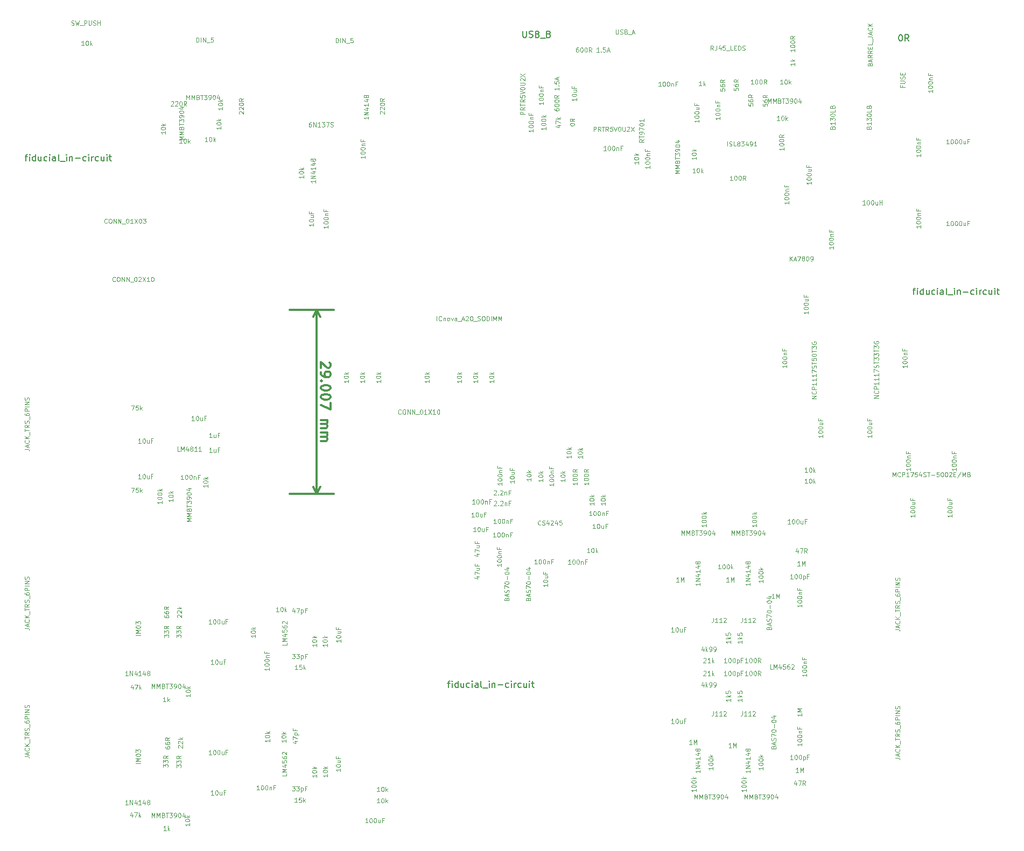
<source format=gbr>
G04 #@! TF.FileFunction,*
%FSLAX46Y46*%
G04 Gerber Fmt 4.6, Leading zero omitted, Abs format (unit mm)*
G04 Created by KiCad (PCBNEW (2015-03-11 BZR 5507)-product) date Wed 29 Apr 2015 06:55:18 PM CEST*
%MOMM*%
G01*
G04 APERTURE LIST*
%ADD10C,0.100000*%
%ADD11C,0.300000*%
%ADD12C,0.150000*%
%ADD13C,0.105000*%
G04 APERTURE END LIST*
D10*
D11*
X125218571Y-77783515D02*
X125290000Y-77854944D01*
X125361429Y-77997801D01*
X125361429Y-78354944D01*
X125290000Y-78497801D01*
X125218571Y-78569230D01*
X125075714Y-78640658D01*
X124932857Y-78640658D01*
X124718571Y-78569230D01*
X123861429Y-77712087D01*
X123861429Y-78640658D01*
X123861429Y-79354943D02*
X123861429Y-79640658D01*
X123932857Y-79783515D01*
X124004286Y-79854943D01*
X124218571Y-79997801D01*
X124504286Y-80069229D01*
X125075714Y-80069229D01*
X125218571Y-79997801D01*
X125290000Y-79926372D01*
X125361429Y-79783515D01*
X125361429Y-79497801D01*
X125290000Y-79354943D01*
X125218571Y-79283515D01*
X125075714Y-79212086D01*
X124718571Y-79212086D01*
X124575714Y-79283515D01*
X124504286Y-79354943D01*
X124432857Y-79497801D01*
X124432857Y-79783515D01*
X124504286Y-79926372D01*
X124575714Y-79997801D01*
X124718571Y-80069229D01*
X124004286Y-80712086D02*
X123932857Y-80783514D01*
X123861429Y-80712086D01*
X123932857Y-80640657D01*
X124004286Y-80712086D01*
X123861429Y-80712086D01*
X125361429Y-81712086D02*
X125361429Y-81854943D01*
X125290000Y-81997800D01*
X125218571Y-82069229D01*
X125075714Y-82140658D01*
X124790000Y-82212086D01*
X124432857Y-82212086D01*
X124147143Y-82140658D01*
X124004286Y-82069229D01*
X123932857Y-81997800D01*
X123861429Y-81854943D01*
X123861429Y-81712086D01*
X123932857Y-81569229D01*
X124004286Y-81497800D01*
X124147143Y-81426372D01*
X124432857Y-81354943D01*
X124790000Y-81354943D01*
X125075714Y-81426372D01*
X125218571Y-81497800D01*
X125290000Y-81569229D01*
X125361429Y-81712086D01*
X125361429Y-83140657D02*
X125361429Y-83283514D01*
X125290000Y-83426371D01*
X125218571Y-83497800D01*
X125075714Y-83569229D01*
X124790000Y-83640657D01*
X124432857Y-83640657D01*
X124147143Y-83569229D01*
X124004286Y-83497800D01*
X123932857Y-83426371D01*
X123861429Y-83283514D01*
X123861429Y-83140657D01*
X123932857Y-82997800D01*
X124004286Y-82926371D01*
X124147143Y-82854943D01*
X124432857Y-82783514D01*
X124790000Y-82783514D01*
X125075714Y-82854943D01*
X125218571Y-82926371D01*
X125290000Y-82997800D01*
X125361429Y-83140657D01*
X125361429Y-84140657D02*
X125361429Y-85140657D01*
X123861429Y-84497800D01*
X123861429Y-86854942D02*
X124861429Y-86854942D01*
X124718571Y-86854942D02*
X124790000Y-86926370D01*
X124861429Y-87069228D01*
X124861429Y-87283513D01*
X124790000Y-87426370D01*
X124647143Y-87497799D01*
X123861429Y-87497799D01*
X124647143Y-87497799D02*
X124790000Y-87569228D01*
X124861429Y-87712085D01*
X124861429Y-87926370D01*
X124790000Y-88069228D01*
X124647143Y-88140656D01*
X123861429Y-88140656D01*
X123861429Y-88854942D02*
X124861429Y-88854942D01*
X124718571Y-88854942D02*
X124790000Y-88926370D01*
X124861429Y-89069228D01*
X124861429Y-89283513D01*
X124790000Y-89426370D01*
X124647143Y-89497799D01*
X123861429Y-89497799D01*
X124647143Y-89497799D02*
X124790000Y-89569228D01*
X124861429Y-89712085D01*
X124861429Y-89926370D01*
X124790000Y-90069228D01*
X124647143Y-90140656D01*
X123861429Y-90140656D01*
X123190000Y-69494400D02*
X123190000Y-98501200D01*
X118922800Y-69494400D02*
X125890000Y-69494400D01*
X118922800Y-98501200D02*
X125890000Y-98501200D01*
X123190000Y-98501200D02*
X122603579Y-97374696D01*
X123190000Y-98501200D02*
X123776421Y-97374696D01*
X123190000Y-69494400D02*
X122603579Y-70620904D01*
X123190000Y-69494400D02*
X123776421Y-70620904D01*
D12*
X216939880Y-66423708D02*
X217320832Y-66423708D01*
X217082737Y-67090375D02*
X217082737Y-66233232D01*
X217130356Y-66137994D01*
X217225594Y-66090375D01*
X217320832Y-66090375D01*
X217654166Y-67090375D02*
X217654166Y-66423708D01*
X217654166Y-66090375D02*
X217606547Y-66137994D01*
X217654166Y-66185613D01*
X217701785Y-66137994D01*
X217654166Y-66090375D01*
X217654166Y-66185613D01*
X218558928Y-67090375D02*
X218558928Y-66090375D01*
X218558928Y-67042756D02*
X218463690Y-67090375D01*
X218273213Y-67090375D01*
X218177975Y-67042756D01*
X218130356Y-66995137D01*
X218082737Y-66899899D01*
X218082737Y-66614184D01*
X218130356Y-66518946D01*
X218177975Y-66471327D01*
X218273213Y-66423708D01*
X218463690Y-66423708D01*
X218558928Y-66471327D01*
X219463690Y-66423708D02*
X219463690Y-67090375D01*
X219035118Y-66423708D02*
X219035118Y-66947518D01*
X219082737Y-67042756D01*
X219177975Y-67090375D01*
X219320833Y-67090375D01*
X219416071Y-67042756D01*
X219463690Y-66995137D01*
X220368452Y-67042756D02*
X220273214Y-67090375D01*
X220082737Y-67090375D01*
X219987499Y-67042756D01*
X219939880Y-66995137D01*
X219892261Y-66899899D01*
X219892261Y-66614184D01*
X219939880Y-66518946D01*
X219987499Y-66471327D01*
X220082737Y-66423708D01*
X220273214Y-66423708D01*
X220368452Y-66471327D01*
X220797023Y-67090375D02*
X220797023Y-66423708D01*
X220797023Y-66090375D02*
X220749404Y-66137994D01*
X220797023Y-66185613D01*
X220844642Y-66137994D01*
X220797023Y-66090375D01*
X220797023Y-66185613D01*
X221701785Y-67090375D02*
X221701785Y-66566565D01*
X221654166Y-66471327D01*
X221558928Y-66423708D01*
X221368451Y-66423708D01*
X221273213Y-66471327D01*
X221701785Y-67042756D02*
X221606547Y-67090375D01*
X221368451Y-67090375D01*
X221273213Y-67042756D01*
X221225594Y-66947518D01*
X221225594Y-66852280D01*
X221273213Y-66757042D01*
X221368451Y-66709423D01*
X221606547Y-66709423D01*
X221701785Y-66661804D01*
X222320832Y-67090375D02*
X222225594Y-67042756D01*
X222177975Y-66947518D01*
X222177975Y-66090375D01*
X222463690Y-67185613D02*
X223225595Y-67185613D01*
X223463690Y-67090375D02*
X223463690Y-66423708D01*
X223463690Y-66090375D02*
X223416071Y-66137994D01*
X223463690Y-66185613D01*
X223511309Y-66137994D01*
X223463690Y-66090375D01*
X223463690Y-66185613D01*
X223939880Y-66423708D02*
X223939880Y-67090375D01*
X223939880Y-66518946D02*
X223987499Y-66471327D01*
X224082737Y-66423708D01*
X224225595Y-66423708D01*
X224320833Y-66471327D01*
X224368452Y-66566565D01*
X224368452Y-67090375D01*
X224844642Y-66709423D02*
X225606547Y-66709423D01*
X226511309Y-67042756D02*
X226416071Y-67090375D01*
X226225594Y-67090375D01*
X226130356Y-67042756D01*
X226082737Y-66995137D01*
X226035118Y-66899899D01*
X226035118Y-66614184D01*
X226082737Y-66518946D01*
X226130356Y-66471327D01*
X226225594Y-66423708D01*
X226416071Y-66423708D01*
X226511309Y-66471327D01*
X226939880Y-67090375D02*
X226939880Y-66423708D01*
X226939880Y-66090375D02*
X226892261Y-66137994D01*
X226939880Y-66185613D01*
X226987499Y-66137994D01*
X226939880Y-66090375D01*
X226939880Y-66185613D01*
X227416070Y-67090375D02*
X227416070Y-66423708D01*
X227416070Y-66614184D02*
X227463689Y-66518946D01*
X227511308Y-66471327D01*
X227606546Y-66423708D01*
X227701785Y-66423708D01*
X228463690Y-67042756D02*
X228368452Y-67090375D01*
X228177975Y-67090375D01*
X228082737Y-67042756D01*
X228035118Y-66995137D01*
X227987499Y-66899899D01*
X227987499Y-66614184D01*
X228035118Y-66518946D01*
X228082737Y-66471327D01*
X228177975Y-66423708D01*
X228368452Y-66423708D01*
X228463690Y-66471327D01*
X229320833Y-66423708D02*
X229320833Y-67090375D01*
X228892261Y-66423708D02*
X228892261Y-66947518D01*
X228939880Y-67042756D01*
X229035118Y-67090375D01*
X229177976Y-67090375D01*
X229273214Y-67042756D01*
X229320833Y-66995137D01*
X229797023Y-67090375D02*
X229797023Y-66423708D01*
X229797023Y-66090375D02*
X229749404Y-66137994D01*
X229797023Y-66185613D01*
X229844642Y-66137994D01*
X229797023Y-66090375D01*
X229797023Y-66185613D01*
X230130356Y-66423708D02*
X230511308Y-66423708D01*
X230273213Y-66090375D02*
X230273213Y-66947518D01*
X230320832Y-67042756D01*
X230416070Y-67090375D01*
X230511308Y-67090375D01*
X143762480Y-128247308D02*
X144143432Y-128247308D01*
X143905337Y-128913975D02*
X143905337Y-128056832D01*
X143952956Y-127961594D01*
X144048194Y-127913975D01*
X144143432Y-127913975D01*
X144476766Y-128913975D02*
X144476766Y-128247308D01*
X144476766Y-127913975D02*
X144429147Y-127961594D01*
X144476766Y-128009213D01*
X144524385Y-127961594D01*
X144476766Y-127913975D01*
X144476766Y-128009213D01*
X145381528Y-128913975D02*
X145381528Y-127913975D01*
X145381528Y-128866356D02*
X145286290Y-128913975D01*
X145095813Y-128913975D01*
X145000575Y-128866356D01*
X144952956Y-128818737D01*
X144905337Y-128723499D01*
X144905337Y-128437784D01*
X144952956Y-128342546D01*
X145000575Y-128294927D01*
X145095813Y-128247308D01*
X145286290Y-128247308D01*
X145381528Y-128294927D01*
X146286290Y-128247308D02*
X146286290Y-128913975D01*
X145857718Y-128247308D02*
X145857718Y-128771118D01*
X145905337Y-128866356D01*
X146000575Y-128913975D01*
X146143433Y-128913975D01*
X146238671Y-128866356D01*
X146286290Y-128818737D01*
X147191052Y-128866356D02*
X147095814Y-128913975D01*
X146905337Y-128913975D01*
X146810099Y-128866356D01*
X146762480Y-128818737D01*
X146714861Y-128723499D01*
X146714861Y-128437784D01*
X146762480Y-128342546D01*
X146810099Y-128294927D01*
X146905337Y-128247308D01*
X147095814Y-128247308D01*
X147191052Y-128294927D01*
X147619623Y-128913975D02*
X147619623Y-128247308D01*
X147619623Y-127913975D02*
X147572004Y-127961594D01*
X147619623Y-128009213D01*
X147667242Y-127961594D01*
X147619623Y-127913975D01*
X147619623Y-128009213D01*
X148524385Y-128913975D02*
X148524385Y-128390165D01*
X148476766Y-128294927D01*
X148381528Y-128247308D01*
X148191051Y-128247308D01*
X148095813Y-128294927D01*
X148524385Y-128866356D02*
X148429147Y-128913975D01*
X148191051Y-128913975D01*
X148095813Y-128866356D01*
X148048194Y-128771118D01*
X148048194Y-128675880D01*
X148095813Y-128580642D01*
X148191051Y-128533023D01*
X148429147Y-128533023D01*
X148524385Y-128485404D01*
X149143432Y-128913975D02*
X149048194Y-128866356D01*
X149000575Y-128771118D01*
X149000575Y-127913975D01*
X149286290Y-129009213D02*
X150048195Y-129009213D01*
X150286290Y-128913975D02*
X150286290Y-128247308D01*
X150286290Y-127913975D02*
X150238671Y-127961594D01*
X150286290Y-128009213D01*
X150333909Y-127961594D01*
X150286290Y-127913975D01*
X150286290Y-128009213D01*
X150762480Y-128247308D02*
X150762480Y-128913975D01*
X150762480Y-128342546D02*
X150810099Y-128294927D01*
X150905337Y-128247308D01*
X151048195Y-128247308D01*
X151143433Y-128294927D01*
X151191052Y-128390165D01*
X151191052Y-128913975D01*
X151667242Y-128533023D02*
X152429147Y-128533023D01*
X153333909Y-128866356D02*
X153238671Y-128913975D01*
X153048194Y-128913975D01*
X152952956Y-128866356D01*
X152905337Y-128818737D01*
X152857718Y-128723499D01*
X152857718Y-128437784D01*
X152905337Y-128342546D01*
X152952956Y-128294927D01*
X153048194Y-128247308D01*
X153238671Y-128247308D01*
X153333909Y-128294927D01*
X153762480Y-128913975D02*
X153762480Y-128247308D01*
X153762480Y-127913975D02*
X153714861Y-127961594D01*
X153762480Y-128009213D01*
X153810099Y-127961594D01*
X153762480Y-127913975D01*
X153762480Y-128009213D01*
X154238670Y-128913975D02*
X154238670Y-128247308D01*
X154238670Y-128437784D02*
X154286289Y-128342546D01*
X154333908Y-128294927D01*
X154429146Y-128247308D01*
X154524385Y-128247308D01*
X155286290Y-128866356D02*
X155191052Y-128913975D01*
X155000575Y-128913975D01*
X154905337Y-128866356D01*
X154857718Y-128818737D01*
X154810099Y-128723499D01*
X154810099Y-128437784D01*
X154857718Y-128342546D01*
X154905337Y-128294927D01*
X155000575Y-128247308D01*
X155191052Y-128247308D01*
X155286290Y-128294927D01*
X156143433Y-128247308D02*
X156143433Y-128913975D01*
X155714861Y-128247308D02*
X155714861Y-128771118D01*
X155762480Y-128866356D01*
X155857718Y-128913975D01*
X156000576Y-128913975D01*
X156095814Y-128866356D01*
X156143433Y-128818737D01*
X156619623Y-128913975D02*
X156619623Y-128247308D01*
X156619623Y-127913975D02*
X156572004Y-127961594D01*
X156619623Y-128009213D01*
X156667242Y-127961594D01*
X156619623Y-127913975D01*
X156619623Y-128009213D01*
X156952956Y-128247308D02*
X157333908Y-128247308D01*
X157095813Y-127913975D02*
X157095813Y-128771118D01*
X157143432Y-128866356D01*
X157238670Y-128913975D01*
X157333908Y-128913975D01*
D13*
X218126747Y-44989774D02*
X218126747Y-45389774D01*
X218126747Y-45189774D02*
X217426747Y-45189774D01*
X217526747Y-45256440D01*
X217593413Y-45323107D01*
X217626747Y-45389774D01*
X217426747Y-44556440D02*
X217426747Y-44489773D01*
X217460080Y-44423107D01*
X217493413Y-44389773D01*
X217560080Y-44356440D01*
X217693413Y-44323107D01*
X217860080Y-44323107D01*
X217993413Y-44356440D01*
X218060080Y-44389773D01*
X218093413Y-44423107D01*
X218126747Y-44489773D01*
X218126747Y-44556440D01*
X218093413Y-44623107D01*
X218060080Y-44656440D01*
X217993413Y-44689773D01*
X217860080Y-44723107D01*
X217693413Y-44723107D01*
X217560080Y-44689773D01*
X217493413Y-44656440D01*
X217460080Y-44623107D01*
X217426747Y-44556440D01*
X217426747Y-43889773D02*
X217426747Y-43823106D01*
X217460080Y-43756440D01*
X217493413Y-43723106D01*
X217560080Y-43689773D01*
X217693413Y-43656440D01*
X217860080Y-43656440D01*
X217993413Y-43689773D01*
X218060080Y-43723106D01*
X218093413Y-43756440D01*
X218126747Y-43823106D01*
X218126747Y-43889773D01*
X218093413Y-43956440D01*
X218060080Y-43989773D01*
X217993413Y-44023106D01*
X217860080Y-44056440D01*
X217693413Y-44056440D01*
X217560080Y-44023106D01*
X217493413Y-43989773D01*
X217460080Y-43956440D01*
X217426747Y-43889773D01*
X217660080Y-43356439D02*
X218126747Y-43356439D01*
X217726747Y-43356439D02*
X217693413Y-43323106D01*
X217660080Y-43256439D01*
X217660080Y-43156439D01*
X217693413Y-43089773D01*
X217760080Y-43056439D01*
X218126747Y-43056439D01*
X217760080Y-42489773D02*
X217760080Y-42723106D01*
X218126747Y-42723106D02*
X217426747Y-42723106D01*
X217426747Y-42389773D01*
X222611333Y-43369667D02*
X222211333Y-43369667D01*
X222411333Y-43369667D02*
X222411333Y-42669667D01*
X222344667Y-42769667D01*
X222278000Y-42836333D01*
X222211333Y-42869667D01*
X223044667Y-42669667D02*
X223111334Y-42669667D01*
X223178000Y-42703000D01*
X223211334Y-42736333D01*
X223244667Y-42803000D01*
X223278000Y-42936333D01*
X223278000Y-43103000D01*
X223244667Y-43236333D01*
X223211334Y-43303000D01*
X223178000Y-43336333D01*
X223111334Y-43369667D01*
X223044667Y-43369667D01*
X222978000Y-43336333D01*
X222944667Y-43303000D01*
X222911334Y-43236333D01*
X222878000Y-43103000D01*
X222878000Y-42936333D01*
X222911334Y-42803000D01*
X222944667Y-42736333D01*
X222978000Y-42703000D01*
X223044667Y-42669667D01*
X223711334Y-42669667D02*
X223778001Y-42669667D01*
X223844667Y-42703000D01*
X223878001Y-42736333D01*
X223911334Y-42803000D01*
X223944667Y-42936333D01*
X223944667Y-43103000D01*
X223911334Y-43236333D01*
X223878001Y-43303000D01*
X223844667Y-43336333D01*
X223778001Y-43369667D01*
X223711334Y-43369667D01*
X223644667Y-43336333D01*
X223611334Y-43303000D01*
X223578001Y-43236333D01*
X223544667Y-43103000D01*
X223544667Y-42936333D01*
X223578001Y-42803000D01*
X223611334Y-42736333D01*
X223644667Y-42703000D01*
X223711334Y-42669667D01*
X224378001Y-42669667D02*
X224444668Y-42669667D01*
X224511334Y-42703000D01*
X224544668Y-42736333D01*
X224578001Y-42803000D01*
X224611334Y-42936333D01*
X224611334Y-43103000D01*
X224578001Y-43236333D01*
X224544668Y-43303000D01*
X224511334Y-43336333D01*
X224444668Y-43369667D01*
X224378001Y-43369667D01*
X224311334Y-43336333D01*
X224278001Y-43303000D01*
X224244668Y-43236333D01*
X224211334Y-43103000D01*
X224211334Y-42936333D01*
X224244668Y-42803000D01*
X224278001Y-42736333D01*
X224311334Y-42703000D01*
X224378001Y-42669667D01*
X225211335Y-42903000D02*
X225211335Y-43369667D01*
X224911335Y-42903000D02*
X224911335Y-43269667D01*
X224944668Y-43336333D01*
X225011335Y-43369667D01*
X225111335Y-43369667D01*
X225178001Y-43336333D01*
X225211335Y-43303000D01*
X225778001Y-43003000D02*
X225544668Y-43003000D01*
X225544668Y-43369667D02*
X225544668Y-42669667D01*
X225878001Y-42669667D01*
X218126747Y-56216574D02*
X218126747Y-56616574D01*
X218126747Y-56416574D02*
X217426747Y-56416574D01*
X217526747Y-56483240D01*
X217593413Y-56549907D01*
X217626747Y-56616574D01*
X217426747Y-55783240D02*
X217426747Y-55716573D01*
X217460080Y-55649907D01*
X217493413Y-55616573D01*
X217560080Y-55583240D01*
X217693413Y-55549907D01*
X217860080Y-55549907D01*
X217993413Y-55583240D01*
X218060080Y-55616573D01*
X218093413Y-55649907D01*
X218126747Y-55716573D01*
X218126747Y-55783240D01*
X218093413Y-55849907D01*
X218060080Y-55883240D01*
X217993413Y-55916573D01*
X217860080Y-55949907D01*
X217693413Y-55949907D01*
X217560080Y-55916573D01*
X217493413Y-55883240D01*
X217460080Y-55849907D01*
X217426747Y-55783240D01*
X217426747Y-55116573D02*
X217426747Y-55049906D01*
X217460080Y-54983240D01*
X217493413Y-54949906D01*
X217560080Y-54916573D01*
X217693413Y-54883240D01*
X217860080Y-54883240D01*
X217993413Y-54916573D01*
X218060080Y-54949906D01*
X218093413Y-54983240D01*
X218126747Y-55049906D01*
X218126747Y-55116573D01*
X218093413Y-55183240D01*
X218060080Y-55216573D01*
X217993413Y-55249906D01*
X217860080Y-55283240D01*
X217693413Y-55283240D01*
X217560080Y-55249906D01*
X217493413Y-55216573D01*
X217460080Y-55183240D01*
X217426747Y-55116573D01*
X217660080Y-54583239D02*
X218126747Y-54583239D01*
X217726747Y-54583239D02*
X217693413Y-54549906D01*
X217660080Y-54483239D01*
X217660080Y-54383239D01*
X217693413Y-54316573D01*
X217760080Y-54283239D01*
X218126747Y-54283239D01*
X217760080Y-53716573D02*
X217760080Y-53949906D01*
X218126747Y-53949906D02*
X217426747Y-53949906D01*
X217426747Y-53616573D01*
X222611333Y-56247467D02*
X222211333Y-56247467D01*
X222411333Y-56247467D02*
X222411333Y-55547467D01*
X222344667Y-55647467D01*
X222278000Y-55714133D01*
X222211333Y-55747467D01*
X223044667Y-55547467D02*
X223111334Y-55547467D01*
X223178000Y-55580800D01*
X223211334Y-55614133D01*
X223244667Y-55680800D01*
X223278000Y-55814133D01*
X223278000Y-55980800D01*
X223244667Y-56114133D01*
X223211334Y-56180800D01*
X223178000Y-56214133D01*
X223111334Y-56247467D01*
X223044667Y-56247467D01*
X222978000Y-56214133D01*
X222944667Y-56180800D01*
X222911334Y-56114133D01*
X222878000Y-55980800D01*
X222878000Y-55814133D01*
X222911334Y-55680800D01*
X222944667Y-55614133D01*
X222978000Y-55580800D01*
X223044667Y-55547467D01*
X223711334Y-55547467D02*
X223778001Y-55547467D01*
X223844667Y-55580800D01*
X223878001Y-55614133D01*
X223911334Y-55680800D01*
X223944667Y-55814133D01*
X223944667Y-55980800D01*
X223911334Y-56114133D01*
X223878001Y-56180800D01*
X223844667Y-56214133D01*
X223778001Y-56247467D01*
X223711334Y-56247467D01*
X223644667Y-56214133D01*
X223611334Y-56180800D01*
X223578001Y-56114133D01*
X223544667Y-55980800D01*
X223544667Y-55814133D01*
X223578001Y-55680800D01*
X223611334Y-55614133D01*
X223644667Y-55580800D01*
X223711334Y-55547467D01*
X224378001Y-55547467D02*
X224444668Y-55547467D01*
X224511334Y-55580800D01*
X224544668Y-55614133D01*
X224578001Y-55680800D01*
X224611334Y-55814133D01*
X224611334Y-55980800D01*
X224578001Y-56114133D01*
X224544668Y-56180800D01*
X224511334Y-56214133D01*
X224444668Y-56247467D01*
X224378001Y-56247467D01*
X224311334Y-56214133D01*
X224278001Y-56180800D01*
X224244668Y-56114133D01*
X224211334Y-55980800D01*
X224211334Y-55814133D01*
X224244668Y-55680800D01*
X224278001Y-55614133D01*
X224311334Y-55580800D01*
X224378001Y-55547467D01*
X225211335Y-55780800D02*
X225211335Y-56247467D01*
X224911335Y-55780800D02*
X224911335Y-56147467D01*
X224944668Y-56214133D01*
X225011335Y-56247467D01*
X225111335Y-56247467D01*
X225178001Y-56214133D01*
X225211335Y-56180800D01*
X225778001Y-55880800D02*
X225544668Y-55880800D01*
X225544668Y-56247467D02*
X225544668Y-55547467D01*
X225878001Y-55547467D01*
X223735067Y-94402934D02*
X223735067Y-94802934D01*
X223735067Y-94602934D02*
X223035067Y-94602934D01*
X223135067Y-94669600D01*
X223201733Y-94736267D01*
X223235067Y-94802934D01*
X223035067Y-93969600D02*
X223035067Y-93902933D01*
X223068400Y-93836267D01*
X223101733Y-93802933D01*
X223168400Y-93769600D01*
X223301733Y-93736267D01*
X223468400Y-93736267D01*
X223601733Y-93769600D01*
X223668400Y-93802933D01*
X223701733Y-93836267D01*
X223735067Y-93902933D01*
X223735067Y-93969600D01*
X223701733Y-94036267D01*
X223668400Y-94069600D01*
X223601733Y-94102933D01*
X223468400Y-94136267D01*
X223301733Y-94136267D01*
X223168400Y-94102933D01*
X223101733Y-94069600D01*
X223068400Y-94036267D01*
X223035067Y-93969600D01*
X223035067Y-93302933D02*
X223035067Y-93236266D01*
X223068400Y-93169600D01*
X223101733Y-93136266D01*
X223168400Y-93102933D01*
X223301733Y-93069600D01*
X223468400Y-93069600D01*
X223601733Y-93102933D01*
X223668400Y-93136266D01*
X223701733Y-93169600D01*
X223735067Y-93236266D01*
X223735067Y-93302933D01*
X223701733Y-93369600D01*
X223668400Y-93402933D01*
X223601733Y-93436266D01*
X223468400Y-93469600D01*
X223301733Y-93469600D01*
X223168400Y-93436266D01*
X223101733Y-93402933D01*
X223068400Y-93369600D01*
X223035067Y-93302933D01*
X223268400Y-92769599D02*
X223735067Y-92769599D01*
X223335067Y-92769599D02*
X223301733Y-92736266D01*
X223268400Y-92669599D01*
X223268400Y-92569599D01*
X223301733Y-92502933D01*
X223368400Y-92469599D01*
X223735067Y-92469599D01*
X223368400Y-91902933D02*
X223368400Y-92136266D01*
X223735067Y-92136266D02*
X223035067Y-92136266D01*
X223035067Y-91802933D01*
X223074667Y-101718134D02*
X223074667Y-102118134D01*
X223074667Y-101918134D02*
X222374667Y-101918134D01*
X222474667Y-101984800D01*
X222541333Y-102051467D01*
X222574667Y-102118134D01*
X222374667Y-101284800D02*
X222374667Y-101218133D01*
X222408000Y-101151467D01*
X222441333Y-101118133D01*
X222508000Y-101084800D01*
X222641333Y-101051467D01*
X222808000Y-101051467D01*
X222941333Y-101084800D01*
X223008000Y-101118133D01*
X223041333Y-101151467D01*
X223074667Y-101218133D01*
X223074667Y-101284800D01*
X223041333Y-101351467D01*
X223008000Y-101384800D01*
X222941333Y-101418133D01*
X222808000Y-101451467D01*
X222641333Y-101451467D01*
X222508000Y-101418133D01*
X222441333Y-101384800D01*
X222408000Y-101351467D01*
X222374667Y-101284800D01*
X222374667Y-100618133D02*
X222374667Y-100551466D01*
X222408000Y-100484800D01*
X222441333Y-100451466D01*
X222508000Y-100418133D01*
X222641333Y-100384800D01*
X222808000Y-100384800D01*
X222941333Y-100418133D01*
X223008000Y-100451466D01*
X223041333Y-100484800D01*
X223074667Y-100551466D01*
X223074667Y-100618133D01*
X223041333Y-100684800D01*
X223008000Y-100718133D01*
X222941333Y-100751466D01*
X222808000Y-100784800D01*
X222641333Y-100784800D01*
X222508000Y-100751466D01*
X222441333Y-100718133D01*
X222408000Y-100684800D01*
X222374667Y-100618133D01*
X222608000Y-99784799D02*
X223074667Y-99784799D01*
X222608000Y-100084799D02*
X222974667Y-100084799D01*
X223041333Y-100051466D01*
X223074667Y-99984799D01*
X223074667Y-99884799D01*
X223041333Y-99818133D01*
X223008000Y-99784799D01*
X222708000Y-99218133D02*
X222708000Y-99451466D01*
X223074667Y-99451466D02*
X222374667Y-99451466D01*
X222374667Y-99118133D01*
X216521467Y-94402934D02*
X216521467Y-94802934D01*
X216521467Y-94602934D02*
X215821467Y-94602934D01*
X215921467Y-94669600D01*
X215988133Y-94736267D01*
X216021467Y-94802934D01*
X215821467Y-93969600D02*
X215821467Y-93902933D01*
X215854800Y-93836267D01*
X215888133Y-93802933D01*
X215954800Y-93769600D01*
X216088133Y-93736267D01*
X216254800Y-93736267D01*
X216388133Y-93769600D01*
X216454800Y-93802933D01*
X216488133Y-93836267D01*
X216521467Y-93902933D01*
X216521467Y-93969600D01*
X216488133Y-94036267D01*
X216454800Y-94069600D01*
X216388133Y-94102933D01*
X216254800Y-94136267D01*
X216088133Y-94136267D01*
X215954800Y-94102933D01*
X215888133Y-94069600D01*
X215854800Y-94036267D01*
X215821467Y-93969600D01*
X215821467Y-93302933D02*
X215821467Y-93236266D01*
X215854800Y-93169600D01*
X215888133Y-93136266D01*
X215954800Y-93102933D01*
X216088133Y-93069600D01*
X216254800Y-93069600D01*
X216388133Y-93102933D01*
X216454800Y-93136266D01*
X216488133Y-93169600D01*
X216521467Y-93236266D01*
X216521467Y-93302933D01*
X216488133Y-93369600D01*
X216454800Y-93402933D01*
X216388133Y-93436266D01*
X216254800Y-93469600D01*
X216088133Y-93469600D01*
X215954800Y-93436266D01*
X215888133Y-93402933D01*
X215854800Y-93369600D01*
X215821467Y-93302933D01*
X216054800Y-92769599D02*
X216521467Y-92769599D01*
X216121467Y-92769599D02*
X216088133Y-92736266D01*
X216054800Y-92669599D01*
X216054800Y-92569599D01*
X216088133Y-92502933D01*
X216154800Y-92469599D01*
X216521467Y-92469599D01*
X216154800Y-91902933D02*
X216154800Y-92136266D01*
X216521467Y-92136266D02*
X215821467Y-92136266D01*
X215821467Y-91802933D01*
X217232667Y-101718134D02*
X217232667Y-102118134D01*
X217232667Y-101918134D02*
X216532667Y-101918134D01*
X216632667Y-101984800D01*
X216699333Y-102051467D01*
X216732667Y-102118134D01*
X216532667Y-101284800D02*
X216532667Y-101218133D01*
X216566000Y-101151467D01*
X216599333Y-101118133D01*
X216666000Y-101084800D01*
X216799333Y-101051467D01*
X216966000Y-101051467D01*
X217099333Y-101084800D01*
X217166000Y-101118133D01*
X217199333Y-101151467D01*
X217232667Y-101218133D01*
X217232667Y-101284800D01*
X217199333Y-101351467D01*
X217166000Y-101384800D01*
X217099333Y-101418133D01*
X216966000Y-101451467D01*
X216799333Y-101451467D01*
X216666000Y-101418133D01*
X216599333Y-101384800D01*
X216566000Y-101351467D01*
X216532667Y-101284800D01*
X216532667Y-100618133D02*
X216532667Y-100551466D01*
X216566000Y-100484800D01*
X216599333Y-100451466D01*
X216666000Y-100418133D01*
X216799333Y-100384800D01*
X216966000Y-100384800D01*
X217099333Y-100418133D01*
X217166000Y-100451466D01*
X217199333Y-100484800D01*
X217232667Y-100551466D01*
X217232667Y-100618133D01*
X217199333Y-100684800D01*
X217166000Y-100718133D01*
X217099333Y-100751466D01*
X216966000Y-100784800D01*
X216799333Y-100784800D01*
X216666000Y-100751466D01*
X216599333Y-100718133D01*
X216566000Y-100684800D01*
X216532667Y-100618133D01*
X216766000Y-99784799D02*
X217232667Y-99784799D01*
X216766000Y-100084799D02*
X217132667Y-100084799D01*
X217199333Y-100051466D01*
X217232667Y-99984799D01*
X217232667Y-99884799D01*
X217199333Y-99818133D01*
X217166000Y-99784799D01*
X216866000Y-99218133D02*
X216866000Y-99451466D01*
X217232667Y-99451466D02*
X216532667Y-99451466D01*
X216532667Y-99118133D01*
X197400347Y-52431974D02*
X197400347Y-52831974D01*
X197400347Y-52631974D02*
X196700347Y-52631974D01*
X196800347Y-52698640D01*
X196867013Y-52765307D01*
X196900347Y-52831974D01*
X196700347Y-51998640D02*
X196700347Y-51931973D01*
X196733680Y-51865307D01*
X196767013Y-51831973D01*
X196833680Y-51798640D01*
X196967013Y-51765307D01*
X197133680Y-51765307D01*
X197267013Y-51798640D01*
X197333680Y-51831973D01*
X197367013Y-51865307D01*
X197400347Y-51931973D01*
X197400347Y-51998640D01*
X197367013Y-52065307D01*
X197333680Y-52098640D01*
X197267013Y-52131973D01*
X197133680Y-52165307D01*
X196967013Y-52165307D01*
X196833680Y-52131973D01*
X196767013Y-52098640D01*
X196733680Y-52065307D01*
X196700347Y-51998640D01*
X196700347Y-51331973D02*
X196700347Y-51265306D01*
X196733680Y-51198640D01*
X196767013Y-51165306D01*
X196833680Y-51131973D01*
X196967013Y-51098640D01*
X197133680Y-51098640D01*
X197267013Y-51131973D01*
X197333680Y-51165306D01*
X197367013Y-51198640D01*
X197400347Y-51265306D01*
X197400347Y-51331973D01*
X197367013Y-51398640D01*
X197333680Y-51431973D01*
X197267013Y-51465306D01*
X197133680Y-51498640D01*
X196967013Y-51498640D01*
X196833680Y-51465306D01*
X196767013Y-51431973D01*
X196733680Y-51398640D01*
X196700347Y-51331973D01*
X196933680Y-50798639D02*
X197400347Y-50798639D01*
X197000347Y-50798639D02*
X196967013Y-50765306D01*
X196933680Y-50698639D01*
X196933680Y-50598639D01*
X196967013Y-50531973D01*
X197033680Y-50498639D01*
X197400347Y-50498639D01*
X197033680Y-49931973D02*
X197033680Y-50165306D01*
X197400347Y-50165306D02*
X196700347Y-50165306D01*
X196700347Y-49831973D01*
X200448347Y-69729374D02*
X200448347Y-70129374D01*
X200448347Y-69929374D02*
X199748347Y-69929374D01*
X199848347Y-69996040D01*
X199915013Y-70062707D01*
X199948347Y-70129374D01*
X199748347Y-69296040D02*
X199748347Y-69229373D01*
X199781680Y-69162707D01*
X199815013Y-69129373D01*
X199881680Y-69096040D01*
X200015013Y-69062707D01*
X200181680Y-69062707D01*
X200315013Y-69096040D01*
X200381680Y-69129373D01*
X200415013Y-69162707D01*
X200448347Y-69229373D01*
X200448347Y-69296040D01*
X200415013Y-69362707D01*
X200381680Y-69396040D01*
X200315013Y-69429373D01*
X200181680Y-69462707D01*
X200015013Y-69462707D01*
X199881680Y-69429373D01*
X199815013Y-69396040D01*
X199781680Y-69362707D01*
X199748347Y-69296040D01*
X199748347Y-68629373D02*
X199748347Y-68562706D01*
X199781680Y-68496040D01*
X199815013Y-68462706D01*
X199881680Y-68429373D01*
X200015013Y-68396040D01*
X200181680Y-68396040D01*
X200315013Y-68429373D01*
X200381680Y-68462706D01*
X200415013Y-68496040D01*
X200448347Y-68562706D01*
X200448347Y-68629373D01*
X200415013Y-68696040D01*
X200381680Y-68729373D01*
X200315013Y-68762706D01*
X200181680Y-68796040D01*
X200015013Y-68796040D01*
X199881680Y-68762706D01*
X199815013Y-68729373D01*
X199781680Y-68696040D01*
X199748347Y-68629373D01*
X199981680Y-67796039D02*
X200448347Y-67796039D01*
X199981680Y-68096039D02*
X200348347Y-68096039D01*
X200415013Y-68062706D01*
X200448347Y-67996039D01*
X200448347Y-67896039D01*
X200415013Y-67829373D01*
X200381680Y-67796039D01*
X200081680Y-67229373D02*
X200081680Y-67462706D01*
X200448347Y-67462706D02*
X199748347Y-67462706D01*
X199748347Y-67129373D01*
X197095547Y-78212974D02*
X197095547Y-78612974D01*
X197095547Y-78412974D02*
X196395547Y-78412974D01*
X196495547Y-78479640D01*
X196562213Y-78546307D01*
X196595547Y-78612974D01*
X196395547Y-77779640D02*
X196395547Y-77712973D01*
X196428880Y-77646307D01*
X196462213Y-77612973D01*
X196528880Y-77579640D01*
X196662213Y-77546307D01*
X196828880Y-77546307D01*
X196962213Y-77579640D01*
X197028880Y-77612973D01*
X197062213Y-77646307D01*
X197095547Y-77712973D01*
X197095547Y-77779640D01*
X197062213Y-77846307D01*
X197028880Y-77879640D01*
X196962213Y-77912973D01*
X196828880Y-77946307D01*
X196662213Y-77946307D01*
X196528880Y-77912973D01*
X196462213Y-77879640D01*
X196428880Y-77846307D01*
X196395547Y-77779640D01*
X196395547Y-77112973D02*
X196395547Y-77046306D01*
X196428880Y-76979640D01*
X196462213Y-76946306D01*
X196528880Y-76912973D01*
X196662213Y-76879640D01*
X196828880Y-76879640D01*
X196962213Y-76912973D01*
X197028880Y-76946306D01*
X197062213Y-76979640D01*
X197095547Y-77046306D01*
X197095547Y-77112973D01*
X197062213Y-77179640D01*
X197028880Y-77212973D01*
X196962213Y-77246306D01*
X196828880Y-77279640D01*
X196662213Y-77279640D01*
X196528880Y-77246306D01*
X196462213Y-77212973D01*
X196428880Y-77179640D01*
X196395547Y-77112973D01*
X196628880Y-76579639D02*
X197095547Y-76579639D01*
X196695547Y-76579639D02*
X196662213Y-76546306D01*
X196628880Y-76479639D01*
X196628880Y-76379639D01*
X196662213Y-76312973D01*
X196728880Y-76279639D01*
X197095547Y-76279639D01*
X196728880Y-75712973D02*
X196728880Y-75946306D01*
X197095547Y-75946306D02*
X196395547Y-75946306D01*
X196395547Y-75612973D01*
X202734347Y-89185774D02*
X202734347Y-89585774D01*
X202734347Y-89385774D02*
X202034347Y-89385774D01*
X202134347Y-89452440D01*
X202201013Y-89519107D01*
X202234347Y-89585774D01*
X202034347Y-88752440D02*
X202034347Y-88685773D01*
X202067680Y-88619107D01*
X202101013Y-88585773D01*
X202167680Y-88552440D01*
X202301013Y-88519107D01*
X202467680Y-88519107D01*
X202601013Y-88552440D01*
X202667680Y-88585773D01*
X202701013Y-88619107D01*
X202734347Y-88685773D01*
X202734347Y-88752440D01*
X202701013Y-88819107D01*
X202667680Y-88852440D01*
X202601013Y-88885773D01*
X202467680Y-88919107D01*
X202301013Y-88919107D01*
X202167680Y-88885773D01*
X202101013Y-88852440D01*
X202067680Y-88819107D01*
X202034347Y-88752440D01*
X202034347Y-88085773D02*
X202034347Y-88019106D01*
X202067680Y-87952440D01*
X202101013Y-87919106D01*
X202167680Y-87885773D01*
X202301013Y-87852440D01*
X202467680Y-87852440D01*
X202601013Y-87885773D01*
X202667680Y-87919106D01*
X202701013Y-87952440D01*
X202734347Y-88019106D01*
X202734347Y-88085773D01*
X202701013Y-88152440D01*
X202667680Y-88185773D01*
X202601013Y-88219106D01*
X202467680Y-88252440D01*
X202301013Y-88252440D01*
X202167680Y-88219106D01*
X202101013Y-88185773D01*
X202067680Y-88152440D01*
X202034347Y-88085773D01*
X202267680Y-87252439D02*
X202734347Y-87252439D01*
X202267680Y-87552439D02*
X202634347Y-87552439D01*
X202701013Y-87519106D01*
X202734347Y-87452439D01*
X202734347Y-87352439D01*
X202701013Y-87285773D01*
X202667680Y-87252439D01*
X202367680Y-86685773D02*
X202367680Y-86919106D01*
X202734347Y-86919106D02*
X202034347Y-86919106D01*
X202034347Y-86585773D01*
X215993147Y-78212974D02*
X215993147Y-78612974D01*
X215993147Y-78412974D02*
X215293147Y-78412974D01*
X215393147Y-78479640D01*
X215459813Y-78546307D01*
X215493147Y-78612974D01*
X215293147Y-77779640D02*
X215293147Y-77712973D01*
X215326480Y-77646307D01*
X215359813Y-77612973D01*
X215426480Y-77579640D01*
X215559813Y-77546307D01*
X215726480Y-77546307D01*
X215859813Y-77579640D01*
X215926480Y-77612973D01*
X215959813Y-77646307D01*
X215993147Y-77712973D01*
X215993147Y-77779640D01*
X215959813Y-77846307D01*
X215926480Y-77879640D01*
X215859813Y-77912973D01*
X215726480Y-77946307D01*
X215559813Y-77946307D01*
X215426480Y-77912973D01*
X215359813Y-77879640D01*
X215326480Y-77846307D01*
X215293147Y-77779640D01*
X215293147Y-77112973D02*
X215293147Y-77046306D01*
X215326480Y-76979640D01*
X215359813Y-76946306D01*
X215426480Y-76912973D01*
X215559813Y-76879640D01*
X215726480Y-76879640D01*
X215859813Y-76912973D01*
X215926480Y-76946306D01*
X215959813Y-76979640D01*
X215993147Y-77046306D01*
X215993147Y-77112973D01*
X215959813Y-77179640D01*
X215926480Y-77212973D01*
X215859813Y-77246306D01*
X215726480Y-77279640D01*
X215559813Y-77279640D01*
X215426480Y-77246306D01*
X215359813Y-77212973D01*
X215326480Y-77179640D01*
X215293147Y-77112973D01*
X215526480Y-76579639D02*
X215993147Y-76579639D01*
X215593147Y-76579639D02*
X215559813Y-76546306D01*
X215526480Y-76479639D01*
X215526480Y-76379639D01*
X215559813Y-76312973D01*
X215626480Y-76279639D01*
X215993147Y-76279639D01*
X215626480Y-75712973D02*
X215626480Y-75946306D01*
X215993147Y-75946306D02*
X215293147Y-75946306D01*
X215293147Y-75612973D01*
X210455947Y-89185774D02*
X210455947Y-89585774D01*
X210455947Y-89385774D02*
X209755947Y-89385774D01*
X209855947Y-89452440D01*
X209922613Y-89519107D01*
X209955947Y-89585774D01*
X209755947Y-88752440D02*
X209755947Y-88685773D01*
X209789280Y-88619107D01*
X209822613Y-88585773D01*
X209889280Y-88552440D01*
X210022613Y-88519107D01*
X210189280Y-88519107D01*
X210322613Y-88552440D01*
X210389280Y-88585773D01*
X210422613Y-88619107D01*
X210455947Y-88685773D01*
X210455947Y-88752440D01*
X210422613Y-88819107D01*
X210389280Y-88852440D01*
X210322613Y-88885773D01*
X210189280Y-88919107D01*
X210022613Y-88919107D01*
X209889280Y-88885773D01*
X209822613Y-88852440D01*
X209789280Y-88819107D01*
X209755947Y-88752440D01*
X209755947Y-88085773D02*
X209755947Y-88019106D01*
X209789280Y-87952440D01*
X209822613Y-87919106D01*
X209889280Y-87885773D01*
X210022613Y-87852440D01*
X210189280Y-87852440D01*
X210322613Y-87885773D01*
X210389280Y-87919106D01*
X210422613Y-87952440D01*
X210455947Y-88019106D01*
X210455947Y-88085773D01*
X210422613Y-88152440D01*
X210389280Y-88185773D01*
X210322613Y-88219106D01*
X210189280Y-88252440D01*
X210022613Y-88252440D01*
X209889280Y-88219106D01*
X209822613Y-88185773D01*
X209789280Y-88152440D01*
X209755947Y-88085773D01*
X209989280Y-87252439D02*
X210455947Y-87252439D01*
X209989280Y-87552439D02*
X210355947Y-87552439D01*
X210422613Y-87519106D01*
X210455947Y-87452439D01*
X210455947Y-87352439D01*
X210422613Y-87285773D01*
X210389280Y-87252439D01*
X210089280Y-86685773D02*
X210089280Y-86919106D01*
X210455947Y-86919106D02*
X209755947Y-86919106D01*
X209755947Y-86585773D01*
X204410747Y-59518574D02*
X204410747Y-59918574D01*
X204410747Y-59718574D02*
X203710747Y-59718574D01*
X203810747Y-59785240D01*
X203877413Y-59851907D01*
X203910747Y-59918574D01*
X203710747Y-59085240D02*
X203710747Y-59018573D01*
X203744080Y-58951907D01*
X203777413Y-58918573D01*
X203844080Y-58885240D01*
X203977413Y-58851907D01*
X204144080Y-58851907D01*
X204277413Y-58885240D01*
X204344080Y-58918573D01*
X204377413Y-58951907D01*
X204410747Y-59018573D01*
X204410747Y-59085240D01*
X204377413Y-59151907D01*
X204344080Y-59185240D01*
X204277413Y-59218573D01*
X204144080Y-59251907D01*
X203977413Y-59251907D01*
X203844080Y-59218573D01*
X203777413Y-59185240D01*
X203744080Y-59151907D01*
X203710747Y-59085240D01*
X203710747Y-58418573D02*
X203710747Y-58351906D01*
X203744080Y-58285240D01*
X203777413Y-58251906D01*
X203844080Y-58218573D01*
X203977413Y-58185240D01*
X204144080Y-58185240D01*
X204277413Y-58218573D01*
X204344080Y-58251906D01*
X204377413Y-58285240D01*
X204410747Y-58351906D01*
X204410747Y-58418573D01*
X204377413Y-58485240D01*
X204344080Y-58518573D01*
X204277413Y-58551906D01*
X204144080Y-58585240D01*
X203977413Y-58585240D01*
X203844080Y-58551906D01*
X203777413Y-58518573D01*
X203744080Y-58485240D01*
X203710747Y-58418573D01*
X203944080Y-57885239D02*
X204410747Y-57885239D01*
X204010747Y-57885239D02*
X203977413Y-57851906D01*
X203944080Y-57785239D01*
X203944080Y-57685239D01*
X203977413Y-57618573D01*
X204044080Y-57585239D01*
X204410747Y-57585239D01*
X204044080Y-57018573D02*
X204044080Y-57251906D01*
X204410747Y-57251906D02*
X203710747Y-57251906D01*
X203710747Y-56918573D01*
X200925867Y-49343334D02*
X200925867Y-49743334D01*
X200925867Y-49543334D02*
X200225867Y-49543334D01*
X200325867Y-49610000D01*
X200392533Y-49676667D01*
X200425867Y-49743334D01*
X200225867Y-48910000D02*
X200225867Y-48843333D01*
X200259200Y-48776667D01*
X200292533Y-48743333D01*
X200359200Y-48710000D01*
X200492533Y-48676667D01*
X200659200Y-48676667D01*
X200792533Y-48710000D01*
X200859200Y-48743333D01*
X200892533Y-48776667D01*
X200925867Y-48843333D01*
X200925867Y-48910000D01*
X200892533Y-48976667D01*
X200859200Y-49010000D01*
X200792533Y-49043333D01*
X200659200Y-49076667D01*
X200492533Y-49076667D01*
X200359200Y-49043333D01*
X200292533Y-49010000D01*
X200259200Y-48976667D01*
X200225867Y-48910000D01*
X200225867Y-48243333D02*
X200225867Y-48176666D01*
X200259200Y-48110000D01*
X200292533Y-48076666D01*
X200359200Y-48043333D01*
X200492533Y-48010000D01*
X200659200Y-48010000D01*
X200792533Y-48043333D01*
X200859200Y-48076666D01*
X200892533Y-48110000D01*
X200925867Y-48176666D01*
X200925867Y-48243333D01*
X200892533Y-48310000D01*
X200859200Y-48343333D01*
X200792533Y-48376666D01*
X200659200Y-48410000D01*
X200492533Y-48410000D01*
X200359200Y-48376666D01*
X200292533Y-48343333D01*
X200259200Y-48310000D01*
X200225867Y-48243333D01*
X200459200Y-47409999D02*
X200925867Y-47409999D01*
X200459200Y-47709999D02*
X200825867Y-47709999D01*
X200892533Y-47676666D01*
X200925867Y-47609999D01*
X200925867Y-47509999D01*
X200892533Y-47443333D01*
X200859200Y-47409999D01*
X200559200Y-46843333D02*
X200559200Y-47076666D01*
X200925867Y-47076666D02*
X200225867Y-47076666D01*
X200225867Y-46743333D01*
X163115666Y-109536667D02*
X162715666Y-109536667D01*
X162915666Y-109536667D02*
X162915666Y-108836667D01*
X162849000Y-108936667D01*
X162782333Y-109003333D01*
X162715666Y-109036667D01*
X163549000Y-108836667D02*
X163615667Y-108836667D01*
X163682333Y-108870000D01*
X163715667Y-108903333D01*
X163749000Y-108970000D01*
X163782333Y-109103333D01*
X163782333Y-109270000D01*
X163749000Y-109403333D01*
X163715667Y-109470000D01*
X163682333Y-109503333D01*
X163615667Y-109536667D01*
X163549000Y-109536667D01*
X163482333Y-109503333D01*
X163449000Y-109470000D01*
X163415667Y-109403333D01*
X163382333Y-109270000D01*
X163382333Y-109103333D01*
X163415667Y-108970000D01*
X163449000Y-108903333D01*
X163482333Y-108870000D01*
X163549000Y-108836667D01*
X164215667Y-108836667D02*
X164282334Y-108836667D01*
X164349000Y-108870000D01*
X164382334Y-108903333D01*
X164415667Y-108970000D01*
X164449000Y-109103333D01*
X164449000Y-109270000D01*
X164415667Y-109403333D01*
X164382334Y-109470000D01*
X164349000Y-109503333D01*
X164282334Y-109536667D01*
X164215667Y-109536667D01*
X164149000Y-109503333D01*
X164115667Y-109470000D01*
X164082334Y-109403333D01*
X164049000Y-109270000D01*
X164049000Y-109103333D01*
X164082334Y-108970000D01*
X164115667Y-108903333D01*
X164149000Y-108870000D01*
X164215667Y-108836667D01*
X164749001Y-109070000D02*
X164749001Y-109536667D01*
X164749001Y-109136667D02*
X164782334Y-109103333D01*
X164849001Y-109070000D01*
X164949001Y-109070000D01*
X165015667Y-109103333D01*
X165049001Y-109170000D01*
X165049001Y-109536667D01*
X165615667Y-109170000D02*
X165382334Y-109170000D01*
X165382334Y-109536667D02*
X165382334Y-108836667D01*
X165715667Y-108836667D01*
X166438784Y-101897445D02*
X166038784Y-101897445D01*
X166238784Y-101897445D02*
X166238784Y-101197445D01*
X166172118Y-101297445D01*
X166105451Y-101364111D01*
X166038784Y-101397445D01*
X166872118Y-101197445D02*
X166938785Y-101197445D01*
X167005451Y-101230778D01*
X167038785Y-101264111D01*
X167072118Y-101330778D01*
X167105451Y-101464111D01*
X167105451Y-101630778D01*
X167072118Y-101764111D01*
X167038785Y-101830778D01*
X167005451Y-101864111D01*
X166938785Y-101897445D01*
X166872118Y-101897445D01*
X166805451Y-101864111D01*
X166772118Y-101830778D01*
X166738785Y-101764111D01*
X166705451Y-101630778D01*
X166705451Y-101464111D01*
X166738785Y-101330778D01*
X166772118Y-101264111D01*
X166805451Y-101230778D01*
X166872118Y-101197445D01*
X167538785Y-101197445D02*
X167605452Y-101197445D01*
X167672118Y-101230778D01*
X167705452Y-101264111D01*
X167738785Y-101330778D01*
X167772118Y-101464111D01*
X167772118Y-101630778D01*
X167738785Y-101764111D01*
X167705452Y-101830778D01*
X167672118Y-101864111D01*
X167605452Y-101897445D01*
X167538785Y-101897445D01*
X167472118Y-101864111D01*
X167438785Y-101830778D01*
X167405452Y-101764111D01*
X167372118Y-101630778D01*
X167372118Y-101464111D01*
X167405452Y-101330778D01*
X167438785Y-101264111D01*
X167472118Y-101230778D01*
X167538785Y-101197445D01*
X168072119Y-101430778D02*
X168072119Y-101897445D01*
X168072119Y-101497445D02*
X168105452Y-101464111D01*
X168172119Y-101430778D01*
X168272119Y-101430778D01*
X168338785Y-101464111D01*
X168372119Y-101530778D01*
X168372119Y-101897445D01*
X168938785Y-101530778D02*
X168705452Y-101530778D01*
X168705452Y-101897445D02*
X168705452Y-101197445D01*
X169038785Y-101197445D01*
X166991600Y-103897867D02*
X166591600Y-103897867D01*
X166791600Y-103897867D02*
X166791600Y-103197867D01*
X166724934Y-103297867D01*
X166658267Y-103364533D01*
X166591600Y-103397867D01*
X167424934Y-103197867D02*
X167491601Y-103197867D01*
X167558267Y-103231200D01*
X167591601Y-103264533D01*
X167624934Y-103331200D01*
X167658267Y-103464533D01*
X167658267Y-103631200D01*
X167624934Y-103764533D01*
X167591601Y-103831200D01*
X167558267Y-103864533D01*
X167491601Y-103897867D01*
X167424934Y-103897867D01*
X167358267Y-103864533D01*
X167324934Y-103831200D01*
X167291601Y-103764533D01*
X167258267Y-103631200D01*
X167258267Y-103464533D01*
X167291601Y-103331200D01*
X167324934Y-103264533D01*
X167358267Y-103231200D01*
X167424934Y-103197867D01*
X168258268Y-103431200D02*
X168258268Y-103897867D01*
X167958268Y-103431200D02*
X167958268Y-103797867D01*
X167991601Y-103864533D01*
X168058268Y-103897867D01*
X168158268Y-103897867D01*
X168224934Y-103864533D01*
X168258268Y-103831200D01*
X168824934Y-103531200D02*
X168591601Y-103531200D01*
X168591601Y-103897867D02*
X168591601Y-103197867D01*
X168924934Y-103197867D01*
X160438267Y-96790534D02*
X160438267Y-97190534D01*
X160438267Y-96990534D02*
X159738267Y-96990534D01*
X159838267Y-97057200D01*
X159904933Y-97123867D01*
X159938267Y-97190534D01*
X159738267Y-96357200D02*
X159738267Y-96290533D01*
X159771600Y-96223867D01*
X159804933Y-96190533D01*
X159871600Y-96157200D01*
X160004933Y-96123867D01*
X160171600Y-96123867D01*
X160304933Y-96157200D01*
X160371600Y-96190533D01*
X160404933Y-96223867D01*
X160438267Y-96290533D01*
X160438267Y-96357200D01*
X160404933Y-96423867D01*
X160371600Y-96457200D01*
X160304933Y-96490533D01*
X160171600Y-96523867D01*
X160004933Y-96523867D01*
X159871600Y-96490533D01*
X159804933Y-96457200D01*
X159771600Y-96423867D01*
X159738267Y-96357200D01*
X159738267Y-95690533D02*
X159738267Y-95623866D01*
X159771600Y-95557200D01*
X159804933Y-95523866D01*
X159871600Y-95490533D01*
X160004933Y-95457200D01*
X160171600Y-95457200D01*
X160304933Y-95490533D01*
X160371600Y-95523866D01*
X160404933Y-95557200D01*
X160438267Y-95623866D01*
X160438267Y-95690533D01*
X160404933Y-95757200D01*
X160371600Y-95790533D01*
X160304933Y-95823866D01*
X160171600Y-95857200D01*
X160004933Y-95857200D01*
X159871600Y-95823866D01*
X159804933Y-95790533D01*
X159771600Y-95757200D01*
X159738267Y-95690533D01*
X159971600Y-95157199D02*
X160438267Y-95157199D01*
X160038267Y-95157199D02*
X160004933Y-95123866D01*
X159971600Y-95057199D01*
X159971600Y-94957199D01*
X160004933Y-94890533D01*
X160071600Y-94857199D01*
X160438267Y-94857199D01*
X160071600Y-94290533D02*
X160071600Y-94523866D01*
X160438267Y-94523866D02*
X159738267Y-94523866D01*
X159738267Y-94190533D01*
X152312889Y-96695052D02*
X152312889Y-97095052D01*
X152312889Y-96895052D02*
X151612889Y-96895052D01*
X151712889Y-96961718D01*
X151779555Y-97028385D01*
X151812889Y-97095052D01*
X151612889Y-96261718D02*
X151612889Y-96195051D01*
X151646222Y-96128385D01*
X151679555Y-96095051D01*
X151746222Y-96061718D01*
X151879555Y-96028385D01*
X152046222Y-96028385D01*
X152179555Y-96061718D01*
X152246222Y-96095051D01*
X152279555Y-96128385D01*
X152312889Y-96195051D01*
X152312889Y-96261718D01*
X152279555Y-96328385D01*
X152246222Y-96361718D01*
X152179555Y-96395051D01*
X152046222Y-96428385D01*
X151879555Y-96428385D01*
X151746222Y-96395051D01*
X151679555Y-96361718D01*
X151646222Y-96328385D01*
X151612889Y-96261718D01*
X151612889Y-95595051D02*
X151612889Y-95528384D01*
X151646222Y-95461718D01*
X151679555Y-95428384D01*
X151746222Y-95395051D01*
X151879555Y-95361718D01*
X152046222Y-95361718D01*
X152179555Y-95395051D01*
X152246222Y-95428384D01*
X152279555Y-95461718D01*
X152312889Y-95528384D01*
X152312889Y-95595051D01*
X152279555Y-95661718D01*
X152246222Y-95695051D01*
X152179555Y-95728384D01*
X152046222Y-95761718D01*
X151879555Y-95761718D01*
X151746222Y-95728384D01*
X151679555Y-95695051D01*
X151646222Y-95661718D01*
X151612889Y-95595051D01*
X151846222Y-95061717D02*
X152312889Y-95061717D01*
X151912889Y-95061717D02*
X151879555Y-95028384D01*
X151846222Y-94961717D01*
X151846222Y-94861717D01*
X151879555Y-94795051D01*
X151946222Y-94761717D01*
X152312889Y-94761717D01*
X151946222Y-94195051D02*
X151946222Y-94428384D01*
X152312889Y-94428384D02*
X151612889Y-94428384D01*
X151612889Y-94095051D01*
X154228667Y-96355600D02*
X154228667Y-96755600D01*
X154228667Y-96555600D02*
X153528667Y-96555600D01*
X153628667Y-96622266D01*
X153695333Y-96688933D01*
X153728667Y-96755600D01*
X153528667Y-95922266D02*
X153528667Y-95855599D01*
X153562000Y-95788933D01*
X153595333Y-95755599D01*
X153662000Y-95722266D01*
X153795333Y-95688933D01*
X153962000Y-95688933D01*
X154095333Y-95722266D01*
X154162000Y-95755599D01*
X154195333Y-95788933D01*
X154228667Y-95855599D01*
X154228667Y-95922266D01*
X154195333Y-95988933D01*
X154162000Y-96022266D01*
X154095333Y-96055599D01*
X153962000Y-96088933D01*
X153795333Y-96088933D01*
X153662000Y-96055599D01*
X153595333Y-96022266D01*
X153562000Y-95988933D01*
X153528667Y-95922266D01*
X153762000Y-95088932D02*
X154228667Y-95088932D01*
X153762000Y-95388932D02*
X154128667Y-95388932D01*
X154195333Y-95355599D01*
X154228667Y-95288932D01*
X154228667Y-95188932D01*
X154195333Y-95122266D01*
X154162000Y-95088932D01*
X153862000Y-94522266D02*
X153862000Y-94755599D01*
X154228667Y-94755599D02*
X153528667Y-94755599D01*
X153528667Y-94422266D01*
X157828384Y-109492045D02*
X157428384Y-109492045D01*
X157628384Y-109492045D02*
X157628384Y-108792045D01*
X157561718Y-108892045D01*
X157495051Y-108958711D01*
X157428384Y-108992045D01*
X158261718Y-108792045D02*
X158328385Y-108792045D01*
X158395051Y-108825378D01*
X158428385Y-108858711D01*
X158461718Y-108925378D01*
X158495051Y-109058711D01*
X158495051Y-109225378D01*
X158461718Y-109358711D01*
X158428385Y-109425378D01*
X158395051Y-109458711D01*
X158328385Y-109492045D01*
X158261718Y-109492045D01*
X158195051Y-109458711D01*
X158161718Y-109425378D01*
X158128385Y-109358711D01*
X158095051Y-109225378D01*
X158095051Y-109058711D01*
X158128385Y-108925378D01*
X158161718Y-108858711D01*
X158195051Y-108825378D01*
X158261718Y-108792045D01*
X158928385Y-108792045D02*
X158995052Y-108792045D01*
X159061718Y-108825378D01*
X159095052Y-108858711D01*
X159128385Y-108925378D01*
X159161718Y-109058711D01*
X159161718Y-109225378D01*
X159128385Y-109358711D01*
X159095052Y-109425378D01*
X159061718Y-109458711D01*
X158995052Y-109492045D01*
X158928385Y-109492045D01*
X158861718Y-109458711D01*
X158828385Y-109425378D01*
X158795052Y-109358711D01*
X158761718Y-109225378D01*
X158761718Y-109058711D01*
X158795052Y-108925378D01*
X158828385Y-108858711D01*
X158861718Y-108825378D01*
X158928385Y-108792045D01*
X159461719Y-109025378D02*
X159461719Y-109492045D01*
X159461719Y-109092045D02*
X159495052Y-109058711D01*
X159561719Y-109025378D01*
X159661719Y-109025378D01*
X159728385Y-109058711D01*
X159761719Y-109125378D01*
X159761719Y-109492045D01*
X160328385Y-109125378D02*
X160095052Y-109125378D01*
X160095052Y-109492045D02*
X160095052Y-108792045D01*
X160428385Y-108792045D01*
X159485045Y-112645673D02*
X159485045Y-113045673D01*
X159485045Y-112845673D02*
X158785045Y-112845673D01*
X158885045Y-112912339D01*
X158951711Y-112979006D01*
X158985045Y-113045673D01*
X158785045Y-112212339D02*
X158785045Y-112145672D01*
X158818378Y-112079006D01*
X158851711Y-112045672D01*
X158918378Y-112012339D01*
X159051711Y-111979006D01*
X159218378Y-111979006D01*
X159351711Y-112012339D01*
X159418378Y-112045672D01*
X159451711Y-112079006D01*
X159485045Y-112145672D01*
X159485045Y-112212339D01*
X159451711Y-112279006D01*
X159418378Y-112312339D01*
X159351711Y-112345672D01*
X159218378Y-112379006D01*
X159051711Y-112379006D01*
X158918378Y-112345672D01*
X158851711Y-112312339D01*
X158818378Y-112279006D01*
X158785045Y-112212339D01*
X159018378Y-111379005D02*
X159485045Y-111379005D01*
X159018378Y-111679005D02*
X159385045Y-111679005D01*
X159451711Y-111645672D01*
X159485045Y-111579005D01*
X159485045Y-111479005D01*
X159451711Y-111412339D01*
X159418378Y-111379005D01*
X159118378Y-110812339D02*
X159118378Y-111045672D01*
X159485045Y-111045672D02*
X158785045Y-111045672D01*
X158785045Y-110712339D01*
X148032984Y-100048045D02*
X147632984Y-100048045D01*
X147832984Y-100048045D02*
X147832984Y-99348045D01*
X147766318Y-99448045D01*
X147699651Y-99514711D01*
X147632984Y-99548045D01*
X148466318Y-99348045D02*
X148532985Y-99348045D01*
X148599651Y-99381378D01*
X148632985Y-99414711D01*
X148666318Y-99481378D01*
X148699651Y-99614711D01*
X148699651Y-99781378D01*
X148666318Y-99914711D01*
X148632985Y-99981378D01*
X148599651Y-100014711D01*
X148532985Y-100048045D01*
X148466318Y-100048045D01*
X148399651Y-100014711D01*
X148366318Y-99981378D01*
X148332985Y-99914711D01*
X148299651Y-99781378D01*
X148299651Y-99614711D01*
X148332985Y-99481378D01*
X148366318Y-99414711D01*
X148399651Y-99381378D01*
X148466318Y-99348045D01*
X149132985Y-99348045D02*
X149199652Y-99348045D01*
X149266318Y-99381378D01*
X149299652Y-99414711D01*
X149332985Y-99481378D01*
X149366318Y-99614711D01*
X149366318Y-99781378D01*
X149332985Y-99914711D01*
X149299652Y-99981378D01*
X149266318Y-100014711D01*
X149199652Y-100048045D01*
X149132985Y-100048045D01*
X149066318Y-100014711D01*
X149032985Y-99981378D01*
X148999652Y-99914711D01*
X148966318Y-99781378D01*
X148966318Y-99614711D01*
X148999652Y-99481378D01*
X149032985Y-99414711D01*
X149066318Y-99381378D01*
X149132985Y-99348045D01*
X149666319Y-99581378D02*
X149666319Y-100048045D01*
X149666319Y-99648045D02*
X149699652Y-99614711D01*
X149766319Y-99581378D01*
X149866319Y-99581378D01*
X149932985Y-99614711D01*
X149966319Y-99681378D01*
X149966319Y-100048045D01*
X150532985Y-99681378D02*
X150299652Y-99681378D01*
X150299652Y-100048045D02*
X150299652Y-99348045D01*
X150632985Y-99348045D01*
X147916200Y-102094467D02*
X147516200Y-102094467D01*
X147716200Y-102094467D02*
X147716200Y-101394467D01*
X147649534Y-101494467D01*
X147582867Y-101561133D01*
X147516200Y-101594467D01*
X148349534Y-101394467D02*
X148416201Y-101394467D01*
X148482867Y-101427800D01*
X148516201Y-101461133D01*
X148549534Y-101527800D01*
X148582867Y-101661133D01*
X148582867Y-101827800D01*
X148549534Y-101961133D01*
X148516201Y-102027800D01*
X148482867Y-102061133D01*
X148416201Y-102094467D01*
X148349534Y-102094467D01*
X148282867Y-102061133D01*
X148249534Y-102027800D01*
X148216201Y-101961133D01*
X148182867Y-101827800D01*
X148182867Y-101661133D01*
X148216201Y-101527800D01*
X148249534Y-101461133D01*
X148282867Y-101427800D01*
X148349534Y-101394467D01*
X149182868Y-101627800D02*
X149182868Y-102094467D01*
X148882868Y-101627800D02*
X148882868Y-101994467D01*
X148916201Y-102061133D01*
X148982868Y-102094467D01*
X149082868Y-102094467D01*
X149149534Y-102061133D01*
X149182868Y-102027800D01*
X149749534Y-101727800D02*
X149516201Y-101727800D01*
X149516201Y-102094467D02*
X149516201Y-101394467D01*
X149849534Y-101394467D01*
X151392866Y-103110467D02*
X150992866Y-103110467D01*
X151192866Y-103110467D02*
X151192866Y-102410467D01*
X151126200Y-102510467D01*
X151059533Y-102577133D01*
X150992866Y-102610467D01*
X151826200Y-102410467D02*
X151892867Y-102410467D01*
X151959533Y-102443800D01*
X151992867Y-102477133D01*
X152026200Y-102543800D01*
X152059533Y-102677133D01*
X152059533Y-102843800D01*
X152026200Y-102977133D01*
X151992867Y-103043800D01*
X151959533Y-103077133D01*
X151892867Y-103110467D01*
X151826200Y-103110467D01*
X151759533Y-103077133D01*
X151726200Y-103043800D01*
X151692867Y-102977133D01*
X151659533Y-102843800D01*
X151659533Y-102677133D01*
X151692867Y-102543800D01*
X151726200Y-102477133D01*
X151759533Y-102443800D01*
X151826200Y-102410467D01*
X152492867Y-102410467D02*
X152559534Y-102410467D01*
X152626200Y-102443800D01*
X152659534Y-102477133D01*
X152692867Y-102543800D01*
X152726200Y-102677133D01*
X152726200Y-102843800D01*
X152692867Y-102977133D01*
X152659534Y-103043800D01*
X152626200Y-103077133D01*
X152559534Y-103110467D01*
X152492867Y-103110467D01*
X152426200Y-103077133D01*
X152392867Y-103043800D01*
X152359534Y-102977133D01*
X152326200Y-102843800D01*
X152326200Y-102677133D01*
X152359534Y-102543800D01*
X152392867Y-102477133D01*
X152426200Y-102443800D01*
X152492867Y-102410467D01*
X153026201Y-102643800D02*
X153026201Y-103110467D01*
X153026201Y-102710467D02*
X153059534Y-102677133D01*
X153126201Y-102643800D01*
X153226201Y-102643800D01*
X153292867Y-102677133D01*
X153326201Y-102743800D01*
X153326201Y-103110467D01*
X153892867Y-102743800D02*
X153659534Y-102743800D01*
X153659534Y-103110467D02*
X153659534Y-102410467D01*
X153992867Y-102410467D01*
X148206127Y-104388045D02*
X147806127Y-104388045D01*
X148006127Y-104388045D02*
X148006127Y-103688045D01*
X147939461Y-103788045D01*
X147872794Y-103854711D01*
X147806127Y-103888045D01*
X148639461Y-103688045D02*
X148706128Y-103688045D01*
X148772794Y-103721378D01*
X148806128Y-103754711D01*
X148839461Y-103821378D01*
X148872794Y-103954711D01*
X148872794Y-104121378D01*
X148839461Y-104254711D01*
X148806128Y-104321378D01*
X148772794Y-104354711D01*
X148706128Y-104388045D01*
X148639461Y-104388045D01*
X148572794Y-104354711D01*
X148539461Y-104321378D01*
X148506128Y-104254711D01*
X148472794Y-104121378D01*
X148472794Y-103954711D01*
X148506128Y-103821378D01*
X148539461Y-103754711D01*
X148572794Y-103721378D01*
X148639461Y-103688045D01*
X149472795Y-103921378D02*
X149472795Y-104388045D01*
X149172795Y-103921378D02*
X149172795Y-104288045D01*
X149206128Y-104354711D01*
X149272795Y-104388045D01*
X149372795Y-104388045D01*
X149439461Y-104354711D01*
X149472795Y-104321378D01*
X150039461Y-104021378D02*
X149806128Y-104021378D01*
X149806128Y-104388045D02*
X149806128Y-103688045D01*
X150139461Y-103688045D01*
X151328984Y-105254045D02*
X150928984Y-105254045D01*
X151128984Y-105254045D02*
X151128984Y-104554045D01*
X151062318Y-104654045D01*
X150995651Y-104720711D01*
X150928984Y-104754045D01*
X151762318Y-104554045D02*
X151828985Y-104554045D01*
X151895651Y-104587378D01*
X151928985Y-104620711D01*
X151962318Y-104687378D01*
X151995651Y-104820711D01*
X151995651Y-104987378D01*
X151962318Y-105120711D01*
X151928985Y-105187378D01*
X151895651Y-105220711D01*
X151828985Y-105254045D01*
X151762318Y-105254045D01*
X151695651Y-105220711D01*
X151662318Y-105187378D01*
X151628985Y-105120711D01*
X151595651Y-104987378D01*
X151595651Y-104820711D01*
X151628985Y-104687378D01*
X151662318Y-104620711D01*
X151695651Y-104587378D01*
X151762318Y-104554045D01*
X152428985Y-104554045D02*
X152495652Y-104554045D01*
X152562318Y-104587378D01*
X152595652Y-104620711D01*
X152628985Y-104687378D01*
X152662318Y-104820711D01*
X152662318Y-104987378D01*
X152628985Y-105120711D01*
X152595652Y-105187378D01*
X152562318Y-105220711D01*
X152495652Y-105254045D01*
X152428985Y-105254045D01*
X152362318Y-105220711D01*
X152328985Y-105187378D01*
X152295652Y-105120711D01*
X152262318Y-104987378D01*
X152262318Y-104820711D01*
X152295652Y-104687378D01*
X152328985Y-104620711D01*
X152362318Y-104587378D01*
X152428985Y-104554045D01*
X152962319Y-104787378D02*
X152962319Y-105254045D01*
X152962319Y-104854045D02*
X152995652Y-104820711D01*
X153062319Y-104787378D01*
X153162319Y-104787378D01*
X153228985Y-104820711D01*
X153262319Y-104887378D01*
X153262319Y-105254045D01*
X153828985Y-104887378D02*
X153595652Y-104887378D01*
X153595652Y-105254045D02*
X153595652Y-104554045D01*
X153928985Y-104554045D01*
X148262200Y-107928466D02*
X148728867Y-107928466D01*
X147995533Y-108095133D02*
X148495533Y-108261800D01*
X148495533Y-107828466D01*
X148028867Y-107628466D02*
X148028867Y-107161799D01*
X148728867Y-107461799D01*
X148262200Y-106595132D02*
X148728867Y-106595132D01*
X148262200Y-106895132D02*
X148628867Y-106895132D01*
X148695533Y-106861799D01*
X148728867Y-106795132D01*
X148728867Y-106695132D01*
X148695533Y-106628466D01*
X148662200Y-106595132D01*
X148362200Y-106028466D02*
X148362200Y-106261799D01*
X148728867Y-106261799D02*
X148028867Y-106261799D01*
X148028867Y-105928466D01*
X152220445Y-109461016D02*
X152220445Y-109861016D01*
X152220445Y-109661016D02*
X151520445Y-109661016D01*
X151620445Y-109727682D01*
X151687111Y-109794349D01*
X151720445Y-109861016D01*
X151520445Y-109027682D02*
X151520445Y-108961015D01*
X151553778Y-108894349D01*
X151587111Y-108861015D01*
X151653778Y-108827682D01*
X151787111Y-108794349D01*
X151953778Y-108794349D01*
X152087111Y-108827682D01*
X152153778Y-108861015D01*
X152187111Y-108894349D01*
X152220445Y-108961015D01*
X152220445Y-109027682D01*
X152187111Y-109094349D01*
X152153778Y-109127682D01*
X152087111Y-109161015D01*
X151953778Y-109194349D01*
X151787111Y-109194349D01*
X151653778Y-109161015D01*
X151587111Y-109127682D01*
X151553778Y-109094349D01*
X151520445Y-109027682D01*
X151520445Y-108361015D02*
X151520445Y-108294348D01*
X151553778Y-108227682D01*
X151587111Y-108194348D01*
X151653778Y-108161015D01*
X151787111Y-108127682D01*
X151953778Y-108127682D01*
X152087111Y-108161015D01*
X152153778Y-108194348D01*
X152187111Y-108227682D01*
X152220445Y-108294348D01*
X152220445Y-108361015D01*
X152187111Y-108427682D01*
X152153778Y-108461015D01*
X152087111Y-108494348D01*
X151953778Y-108527682D01*
X151787111Y-108527682D01*
X151653778Y-108494348D01*
X151587111Y-108461015D01*
X151553778Y-108427682D01*
X151520445Y-108361015D01*
X151753778Y-107827681D02*
X152220445Y-107827681D01*
X151820445Y-107827681D02*
X151787111Y-107794348D01*
X151753778Y-107727681D01*
X151753778Y-107627681D01*
X151787111Y-107561015D01*
X151853778Y-107527681D01*
X152220445Y-107527681D01*
X151853778Y-106961015D02*
X151853778Y-107194348D01*
X152220445Y-107194348D02*
X151520445Y-107194348D01*
X151520445Y-106861015D01*
X148262200Y-111484466D02*
X148728867Y-111484466D01*
X147995533Y-111651133D02*
X148495533Y-111817800D01*
X148495533Y-111384466D01*
X148028867Y-111184466D02*
X148028867Y-110717799D01*
X148728867Y-111017799D01*
X148262200Y-110151132D02*
X148728867Y-110151132D01*
X148262200Y-110451132D02*
X148628867Y-110451132D01*
X148695533Y-110417799D01*
X148728867Y-110351132D01*
X148728867Y-110251132D01*
X148695533Y-110184466D01*
X148662200Y-110151132D01*
X148362200Y-109584466D02*
X148362200Y-109817799D01*
X148728867Y-109817799D02*
X148028867Y-109817799D01*
X148028867Y-109484466D01*
X122668467Y-55918800D02*
X122668467Y-56318800D01*
X122668467Y-56118800D02*
X121968467Y-56118800D01*
X122068467Y-56185466D01*
X122135133Y-56252133D01*
X122168467Y-56318800D01*
X121968467Y-55485466D02*
X121968467Y-55418799D01*
X122001800Y-55352133D01*
X122035133Y-55318799D01*
X122101800Y-55285466D01*
X122235133Y-55252133D01*
X122401800Y-55252133D01*
X122535133Y-55285466D01*
X122601800Y-55318799D01*
X122635133Y-55352133D01*
X122668467Y-55418799D01*
X122668467Y-55485466D01*
X122635133Y-55552133D01*
X122601800Y-55585466D01*
X122535133Y-55618799D01*
X122401800Y-55652133D01*
X122235133Y-55652133D01*
X122101800Y-55618799D01*
X122035133Y-55585466D01*
X122001800Y-55552133D01*
X121968467Y-55485466D01*
X122201800Y-54652132D02*
X122668467Y-54652132D01*
X122201800Y-54952132D02*
X122568467Y-54952132D01*
X122635133Y-54918799D01*
X122668467Y-54852132D01*
X122668467Y-54752132D01*
X122635133Y-54685466D01*
X122601800Y-54652132D01*
X122301800Y-54085466D02*
X122301800Y-54318799D01*
X122668467Y-54318799D02*
X121968467Y-54318799D01*
X121968467Y-53985466D01*
X124954467Y-56252134D02*
X124954467Y-56652134D01*
X124954467Y-56452134D02*
X124254467Y-56452134D01*
X124354467Y-56518800D01*
X124421133Y-56585467D01*
X124454467Y-56652134D01*
X124254467Y-55818800D02*
X124254467Y-55752133D01*
X124287800Y-55685467D01*
X124321133Y-55652133D01*
X124387800Y-55618800D01*
X124521133Y-55585467D01*
X124687800Y-55585467D01*
X124821133Y-55618800D01*
X124887800Y-55652133D01*
X124921133Y-55685467D01*
X124954467Y-55752133D01*
X124954467Y-55818800D01*
X124921133Y-55885467D01*
X124887800Y-55918800D01*
X124821133Y-55952133D01*
X124687800Y-55985467D01*
X124521133Y-55985467D01*
X124387800Y-55952133D01*
X124321133Y-55918800D01*
X124287800Y-55885467D01*
X124254467Y-55818800D01*
X124254467Y-55152133D02*
X124254467Y-55085466D01*
X124287800Y-55018800D01*
X124321133Y-54985466D01*
X124387800Y-54952133D01*
X124521133Y-54918800D01*
X124687800Y-54918800D01*
X124821133Y-54952133D01*
X124887800Y-54985466D01*
X124921133Y-55018800D01*
X124954467Y-55085466D01*
X124954467Y-55152133D01*
X124921133Y-55218800D01*
X124887800Y-55252133D01*
X124821133Y-55285466D01*
X124687800Y-55318800D01*
X124521133Y-55318800D01*
X124387800Y-55285466D01*
X124321133Y-55252133D01*
X124287800Y-55218800D01*
X124254467Y-55152133D01*
X124487800Y-54618799D02*
X124954467Y-54618799D01*
X124554467Y-54618799D02*
X124521133Y-54585466D01*
X124487800Y-54518799D01*
X124487800Y-54418799D01*
X124521133Y-54352133D01*
X124587800Y-54318799D01*
X124954467Y-54318799D01*
X124587800Y-53752133D02*
X124587800Y-53985466D01*
X124954467Y-53985466D02*
X124254467Y-53985466D01*
X124254467Y-53652133D01*
X200214667Y-126813334D02*
X200214667Y-127213334D01*
X200214667Y-127013334D02*
X199514667Y-127013334D01*
X199614667Y-127080000D01*
X199681333Y-127146667D01*
X199714667Y-127213334D01*
X199514667Y-126380000D02*
X199514667Y-126313333D01*
X199548000Y-126246667D01*
X199581333Y-126213333D01*
X199648000Y-126180000D01*
X199781333Y-126146667D01*
X199948000Y-126146667D01*
X200081333Y-126180000D01*
X200148000Y-126213333D01*
X200181333Y-126246667D01*
X200214667Y-126313333D01*
X200214667Y-126380000D01*
X200181333Y-126446667D01*
X200148000Y-126480000D01*
X200081333Y-126513333D01*
X199948000Y-126546667D01*
X199781333Y-126546667D01*
X199648000Y-126513333D01*
X199581333Y-126480000D01*
X199548000Y-126446667D01*
X199514667Y-126380000D01*
X199514667Y-125713333D02*
X199514667Y-125646666D01*
X199548000Y-125580000D01*
X199581333Y-125546666D01*
X199648000Y-125513333D01*
X199781333Y-125480000D01*
X199948000Y-125480000D01*
X200081333Y-125513333D01*
X200148000Y-125546666D01*
X200181333Y-125580000D01*
X200214667Y-125646666D01*
X200214667Y-125713333D01*
X200181333Y-125780000D01*
X200148000Y-125813333D01*
X200081333Y-125846666D01*
X199948000Y-125880000D01*
X199781333Y-125880000D01*
X199648000Y-125846666D01*
X199581333Y-125813333D01*
X199548000Y-125780000D01*
X199514667Y-125713333D01*
X199748000Y-125179999D02*
X200214667Y-125179999D01*
X199814667Y-125179999D02*
X199781333Y-125146666D01*
X199748000Y-125079999D01*
X199748000Y-124979999D01*
X199781333Y-124913333D01*
X199848000Y-124879999D01*
X200214667Y-124879999D01*
X199848000Y-124313333D02*
X199848000Y-124546666D01*
X200214667Y-124546666D02*
X199514667Y-124546666D01*
X199514667Y-124213333D01*
X197671666Y-103186667D02*
X197271666Y-103186667D01*
X197471666Y-103186667D02*
X197471666Y-102486667D01*
X197405000Y-102586667D01*
X197338333Y-102653333D01*
X197271666Y-102686667D01*
X198105000Y-102486667D02*
X198171667Y-102486667D01*
X198238333Y-102520000D01*
X198271667Y-102553333D01*
X198305000Y-102620000D01*
X198338333Y-102753333D01*
X198338333Y-102920000D01*
X198305000Y-103053333D01*
X198271667Y-103120000D01*
X198238333Y-103153333D01*
X198171667Y-103186667D01*
X198105000Y-103186667D01*
X198038333Y-103153333D01*
X198005000Y-103120000D01*
X197971667Y-103053333D01*
X197938333Y-102920000D01*
X197938333Y-102753333D01*
X197971667Y-102620000D01*
X198005000Y-102553333D01*
X198038333Y-102520000D01*
X198105000Y-102486667D01*
X198771667Y-102486667D02*
X198838334Y-102486667D01*
X198905000Y-102520000D01*
X198938334Y-102553333D01*
X198971667Y-102620000D01*
X199005000Y-102753333D01*
X199005000Y-102920000D01*
X198971667Y-103053333D01*
X198938334Y-103120000D01*
X198905000Y-103153333D01*
X198838334Y-103186667D01*
X198771667Y-103186667D01*
X198705000Y-103153333D01*
X198671667Y-103120000D01*
X198638334Y-103053333D01*
X198605000Y-102920000D01*
X198605000Y-102753333D01*
X198638334Y-102620000D01*
X198671667Y-102553333D01*
X198705000Y-102520000D01*
X198771667Y-102486667D01*
X199605001Y-102720000D02*
X199605001Y-103186667D01*
X199305001Y-102720000D02*
X199305001Y-103086667D01*
X199338334Y-103153333D01*
X199405001Y-103186667D01*
X199505001Y-103186667D01*
X199571667Y-103153333D01*
X199605001Y-103120000D01*
X200171667Y-102820000D02*
X199938334Y-102820000D01*
X199938334Y-103186667D02*
X199938334Y-102486667D01*
X200271667Y-102486667D01*
X115661245Y-125836216D02*
X115661245Y-126236216D01*
X115661245Y-126036216D02*
X114961245Y-126036216D01*
X115061245Y-126102882D01*
X115127911Y-126169549D01*
X115161245Y-126236216D01*
X114961245Y-125402882D02*
X114961245Y-125336215D01*
X114994578Y-125269549D01*
X115027911Y-125236215D01*
X115094578Y-125202882D01*
X115227911Y-125169549D01*
X115394578Y-125169549D01*
X115527911Y-125202882D01*
X115594578Y-125236215D01*
X115627911Y-125269549D01*
X115661245Y-125336215D01*
X115661245Y-125402882D01*
X115627911Y-125469549D01*
X115594578Y-125502882D01*
X115527911Y-125536215D01*
X115394578Y-125569549D01*
X115227911Y-125569549D01*
X115094578Y-125536215D01*
X115027911Y-125502882D01*
X114994578Y-125469549D01*
X114961245Y-125402882D01*
X114961245Y-124736215D02*
X114961245Y-124669548D01*
X114994578Y-124602882D01*
X115027911Y-124569548D01*
X115094578Y-124536215D01*
X115227911Y-124502882D01*
X115394578Y-124502882D01*
X115527911Y-124536215D01*
X115594578Y-124569548D01*
X115627911Y-124602882D01*
X115661245Y-124669548D01*
X115661245Y-124736215D01*
X115627911Y-124802882D01*
X115594578Y-124836215D01*
X115527911Y-124869548D01*
X115394578Y-124902882D01*
X115227911Y-124902882D01*
X115094578Y-124869548D01*
X115027911Y-124836215D01*
X114994578Y-124802882D01*
X114961245Y-124736215D01*
X115194578Y-124202881D02*
X115661245Y-124202881D01*
X115261245Y-124202881D02*
X115227911Y-124169548D01*
X115194578Y-124102881D01*
X115194578Y-124002881D01*
X115227911Y-123936215D01*
X115294578Y-123902881D01*
X115661245Y-123902881D01*
X115294578Y-123336215D02*
X115294578Y-123569548D01*
X115661245Y-123569548D02*
X114961245Y-123569548D01*
X114961245Y-123236215D01*
X114142384Y-145060245D02*
X113742384Y-145060245D01*
X113942384Y-145060245D02*
X113942384Y-144360245D01*
X113875718Y-144460245D01*
X113809051Y-144526911D01*
X113742384Y-144560245D01*
X114575718Y-144360245D02*
X114642385Y-144360245D01*
X114709051Y-144393578D01*
X114742385Y-144426911D01*
X114775718Y-144493578D01*
X114809051Y-144626911D01*
X114809051Y-144793578D01*
X114775718Y-144926911D01*
X114742385Y-144993578D01*
X114709051Y-145026911D01*
X114642385Y-145060245D01*
X114575718Y-145060245D01*
X114509051Y-145026911D01*
X114475718Y-144993578D01*
X114442385Y-144926911D01*
X114409051Y-144793578D01*
X114409051Y-144626911D01*
X114442385Y-144493578D01*
X114475718Y-144426911D01*
X114509051Y-144393578D01*
X114575718Y-144360245D01*
X115242385Y-144360245D02*
X115309052Y-144360245D01*
X115375718Y-144393578D01*
X115409052Y-144426911D01*
X115442385Y-144493578D01*
X115475718Y-144626911D01*
X115475718Y-144793578D01*
X115442385Y-144926911D01*
X115409052Y-144993578D01*
X115375718Y-145026911D01*
X115309052Y-145060245D01*
X115242385Y-145060245D01*
X115175718Y-145026911D01*
X115142385Y-144993578D01*
X115109052Y-144926911D01*
X115075718Y-144793578D01*
X115075718Y-144626911D01*
X115109052Y-144493578D01*
X115142385Y-144426911D01*
X115175718Y-144393578D01*
X115242385Y-144360245D01*
X115775719Y-144593578D02*
X115775719Y-145060245D01*
X115775719Y-144660245D02*
X115809052Y-144626911D01*
X115875719Y-144593578D01*
X115975719Y-144593578D01*
X116042385Y-144626911D01*
X116075719Y-144693578D01*
X116075719Y-145060245D01*
X116642385Y-144693578D02*
X116409052Y-144693578D01*
X116409052Y-145060245D02*
X116409052Y-144360245D01*
X116742385Y-144360245D01*
X131213266Y-150227467D02*
X130813266Y-150227467D01*
X131013266Y-150227467D02*
X131013266Y-149527467D01*
X130946600Y-149627467D01*
X130879933Y-149694133D01*
X130813266Y-149727467D01*
X131646600Y-149527467D02*
X131713267Y-149527467D01*
X131779933Y-149560800D01*
X131813267Y-149594133D01*
X131846600Y-149660800D01*
X131879933Y-149794133D01*
X131879933Y-149960800D01*
X131846600Y-150094133D01*
X131813267Y-150160800D01*
X131779933Y-150194133D01*
X131713267Y-150227467D01*
X131646600Y-150227467D01*
X131579933Y-150194133D01*
X131546600Y-150160800D01*
X131513267Y-150094133D01*
X131479933Y-149960800D01*
X131479933Y-149794133D01*
X131513267Y-149660800D01*
X131546600Y-149594133D01*
X131579933Y-149560800D01*
X131646600Y-149527467D01*
X132313267Y-149527467D02*
X132379934Y-149527467D01*
X132446600Y-149560800D01*
X132479934Y-149594133D01*
X132513267Y-149660800D01*
X132546600Y-149794133D01*
X132546600Y-149960800D01*
X132513267Y-150094133D01*
X132479934Y-150160800D01*
X132446600Y-150194133D01*
X132379934Y-150227467D01*
X132313267Y-150227467D01*
X132246600Y-150194133D01*
X132213267Y-150160800D01*
X132179934Y-150094133D01*
X132146600Y-149960800D01*
X132146600Y-149794133D01*
X132179934Y-149660800D01*
X132213267Y-149594133D01*
X132246600Y-149560800D01*
X132313267Y-149527467D01*
X133146601Y-149760800D02*
X133146601Y-150227467D01*
X132846601Y-149760800D02*
X132846601Y-150127467D01*
X132879934Y-150194133D01*
X132946601Y-150227467D01*
X133046601Y-150227467D01*
X133113267Y-150194133D01*
X133146601Y-150160800D01*
X133713267Y-149860800D02*
X133479934Y-149860800D01*
X133479934Y-150227467D02*
X133479934Y-149527467D01*
X133813267Y-149527467D01*
X102218466Y-96176267D02*
X101818466Y-96176267D01*
X102018466Y-96176267D02*
X102018466Y-95476267D01*
X101951800Y-95576267D01*
X101885133Y-95642933D01*
X101818466Y-95676267D01*
X102651800Y-95476267D02*
X102718467Y-95476267D01*
X102785133Y-95509600D01*
X102818467Y-95542933D01*
X102851800Y-95609600D01*
X102885133Y-95742933D01*
X102885133Y-95909600D01*
X102851800Y-96042933D01*
X102818467Y-96109600D01*
X102785133Y-96142933D01*
X102718467Y-96176267D01*
X102651800Y-96176267D01*
X102585133Y-96142933D01*
X102551800Y-96109600D01*
X102518467Y-96042933D01*
X102485133Y-95909600D01*
X102485133Y-95742933D01*
X102518467Y-95609600D01*
X102551800Y-95542933D01*
X102585133Y-95509600D01*
X102651800Y-95476267D01*
X103318467Y-95476267D02*
X103385134Y-95476267D01*
X103451800Y-95509600D01*
X103485134Y-95542933D01*
X103518467Y-95609600D01*
X103551800Y-95742933D01*
X103551800Y-95909600D01*
X103518467Y-96042933D01*
X103485134Y-96109600D01*
X103451800Y-96142933D01*
X103385134Y-96176267D01*
X103318467Y-96176267D01*
X103251800Y-96142933D01*
X103218467Y-96109600D01*
X103185134Y-96042933D01*
X103151800Y-95909600D01*
X103151800Y-95742933D01*
X103185134Y-95609600D01*
X103218467Y-95542933D01*
X103251800Y-95509600D01*
X103318467Y-95476267D01*
X103851801Y-95709600D02*
X103851801Y-96176267D01*
X103851801Y-95776267D02*
X103885134Y-95742933D01*
X103951801Y-95709600D01*
X104051801Y-95709600D01*
X104118467Y-95742933D01*
X104151801Y-95809600D01*
X104151801Y-96176267D01*
X104718467Y-95809600D02*
X104485134Y-95809600D01*
X104485134Y-96176267D02*
X104485134Y-95476267D01*
X104818467Y-95476267D01*
X175530425Y-46837716D02*
X175530425Y-47237716D01*
X175530425Y-47037716D02*
X174830425Y-47037716D01*
X174930425Y-47104382D01*
X174997091Y-47171049D01*
X175030425Y-47237716D01*
X174830425Y-46404382D02*
X174830425Y-46337715D01*
X174863758Y-46271049D01*
X174897091Y-46237715D01*
X174963758Y-46204382D01*
X175097091Y-46171049D01*
X175263758Y-46171049D01*
X175397091Y-46204382D01*
X175463758Y-46237715D01*
X175497091Y-46271049D01*
X175530425Y-46337715D01*
X175530425Y-46404382D01*
X175497091Y-46471049D01*
X175463758Y-46504382D01*
X175397091Y-46537715D01*
X175263758Y-46571049D01*
X175097091Y-46571049D01*
X174963758Y-46537715D01*
X174897091Y-46504382D01*
X174863758Y-46471049D01*
X174830425Y-46404382D01*
X174830425Y-45737715D02*
X174830425Y-45671048D01*
X174863758Y-45604382D01*
X174897091Y-45571048D01*
X174963758Y-45537715D01*
X175097091Y-45504382D01*
X175263758Y-45504382D01*
X175397091Y-45537715D01*
X175463758Y-45571048D01*
X175497091Y-45604382D01*
X175530425Y-45671048D01*
X175530425Y-45737715D01*
X175497091Y-45804382D01*
X175463758Y-45837715D01*
X175397091Y-45871048D01*
X175263758Y-45904382D01*
X175097091Y-45904382D01*
X174963758Y-45871048D01*
X174897091Y-45837715D01*
X174863758Y-45804382D01*
X174830425Y-45737715D01*
X175063758Y-45204381D02*
X175530425Y-45204381D01*
X175130425Y-45204381D02*
X175097091Y-45171048D01*
X175063758Y-45104381D01*
X175063758Y-45004381D01*
X175097091Y-44937715D01*
X175163758Y-44904381D01*
X175530425Y-44904381D01*
X175163758Y-44337715D02*
X175163758Y-44571048D01*
X175530425Y-44571048D02*
X174830425Y-44571048D01*
X174830425Y-44237715D01*
X164019667Y-36190620D02*
X164019667Y-36590620D01*
X164019667Y-36390620D02*
X163319667Y-36390620D01*
X163419667Y-36457286D01*
X163486333Y-36523953D01*
X163519667Y-36590620D01*
X163319667Y-35757286D02*
X163319667Y-35690619D01*
X163353000Y-35623953D01*
X163386333Y-35590619D01*
X163453000Y-35557286D01*
X163586333Y-35523953D01*
X163753000Y-35523953D01*
X163886333Y-35557286D01*
X163953000Y-35590619D01*
X163986333Y-35623953D01*
X164019667Y-35690619D01*
X164019667Y-35757286D01*
X163986333Y-35823953D01*
X163953000Y-35857286D01*
X163886333Y-35890619D01*
X163753000Y-35923953D01*
X163586333Y-35923953D01*
X163453000Y-35890619D01*
X163386333Y-35857286D01*
X163353000Y-35823953D01*
X163319667Y-35757286D01*
X163553000Y-34923952D02*
X164019667Y-34923952D01*
X163553000Y-35223952D02*
X163919667Y-35223952D01*
X163986333Y-35190619D01*
X164019667Y-35123952D01*
X164019667Y-35023952D01*
X163986333Y-34957286D01*
X163953000Y-34923952D01*
X163653000Y-34357286D02*
X163653000Y-34590619D01*
X164019667Y-34590619D02*
X163319667Y-34590619D01*
X163319667Y-34257286D01*
X158801045Y-36794636D02*
X158801045Y-37194636D01*
X158801045Y-36994636D02*
X158101045Y-36994636D01*
X158201045Y-37061302D01*
X158267711Y-37127969D01*
X158301045Y-37194636D01*
X158101045Y-36361302D02*
X158101045Y-36294635D01*
X158134378Y-36227969D01*
X158167711Y-36194635D01*
X158234378Y-36161302D01*
X158367711Y-36127969D01*
X158534378Y-36127969D01*
X158667711Y-36161302D01*
X158734378Y-36194635D01*
X158767711Y-36227969D01*
X158801045Y-36294635D01*
X158801045Y-36361302D01*
X158767711Y-36427969D01*
X158734378Y-36461302D01*
X158667711Y-36494635D01*
X158534378Y-36527969D01*
X158367711Y-36527969D01*
X158234378Y-36494635D01*
X158167711Y-36461302D01*
X158134378Y-36427969D01*
X158101045Y-36361302D01*
X158101045Y-35694635D02*
X158101045Y-35627968D01*
X158134378Y-35561302D01*
X158167711Y-35527968D01*
X158234378Y-35494635D01*
X158367711Y-35461302D01*
X158534378Y-35461302D01*
X158667711Y-35494635D01*
X158734378Y-35527968D01*
X158767711Y-35561302D01*
X158801045Y-35627968D01*
X158801045Y-35694635D01*
X158767711Y-35761302D01*
X158734378Y-35794635D01*
X158667711Y-35827968D01*
X158534378Y-35861302D01*
X158367711Y-35861302D01*
X158234378Y-35827968D01*
X158167711Y-35794635D01*
X158134378Y-35761302D01*
X158101045Y-35694635D01*
X158334378Y-35161301D02*
X158801045Y-35161301D01*
X158401045Y-35161301D02*
X158367711Y-35127968D01*
X158334378Y-35061301D01*
X158334378Y-34961301D01*
X158367711Y-34894635D01*
X158434378Y-34861301D01*
X158801045Y-34861301D01*
X158434378Y-34294635D02*
X158434378Y-34527968D01*
X158801045Y-34527968D02*
X158101045Y-34527968D01*
X158101045Y-34194635D01*
X168690266Y-44411067D02*
X168290266Y-44411067D01*
X168490266Y-44411067D02*
X168490266Y-43711067D01*
X168423600Y-43811067D01*
X168356933Y-43877733D01*
X168290266Y-43911067D01*
X169123600Y-43711067D02*
X169190267Y-43711067D01*
X169256933Y-43744400D01*
X169290267Y-43777733D01*
X169323600Y-43844400D01*
X169356933Y-43977733D01*
X169356933Y-44144400D01*
X169323600Y-44277733D01*
X169290267Y-44344400D01*
X169256933Y-44377733D01*
X169190267Y-44411067D01*
X169123600Y-44411067D01*
X169056933Y-44377733D01*
X169023600Y-44344400D01*
X168990267Y-44277733D01*
X168956933Y-44144400D01*
X168956933Y-43977733D01*
X168990267Y-43844400D01*
X169023600Y-43777733D01*
X169056933Y-43744400D01*
X169123600Y-43711067D01*
X169790267Y-43711067D02*
X169856934Y-43711067D01*
X169923600Y-43744400D01*
X169956934Y-43777733D01*
X169990267Y-43844400D01*
X170023600Y-43977733D01*
X170023600Y-44144400D01*
X169990267Y-44277733D01*
X169956934Y-44344400D01*
X169923600Y-44377733D01*
X169856934Y-44411067D01*
X169790267Y-44411067D01*
X169723600Y-44377733D01*
X169690267Y-44344400D01*
X169656934Y-44277733D01*
X169623600Y-44144400D01*
X169623600Y-43977733D01*
X169656934Y-43844400D01*
X169690267Y-43777733D01*
X169723600Y-43744400D01*
X169790267Y-43711067D01*
X170323601Y-43944400D02*
X170323601Y-44411067D01*
X170323601Y-44011067D02*
X170356934Y-43977733D01*
X170423601Y-43944400D01*
X170523601Y-43944400D01*
X170590267Y-43977733D01*
X170623601Y-44044400D01*
X170623601Y-44411067D01*
X171190267Y-44044400D02*
X170956934Y-44044400D01*
X170956934Y-44411067D02*
X170956934Y-43711067D01*
X171290267Y-43711067D01*
X157212467Y-41095954D02*
X157212467Y-41495954D01*
X157212467Y-41295954D02*
X156512467Y-41295954D01*
X156612467Y-41362620D01*
X156679133Y-41429287D01*
X156712467Y-41495954D01*
X156512467Y-40662620D02*
X156512467Y-40595953D01*
X156545800Y-40529287D01*
X156579133Y-40495953D01*
X156645800Y-40462620D01*
X156779133Y-40429287D01*
X156945800Y-40429287D01*
X157079133Y-40462620D01*
X157145800Y-40495953D01*
X157179133Y-40529287D01*
X157212467Y-40595953D01*
X157212467Y-40662620D01*
X157179133Y-40729287D01*
X157145800Y-40762620D01*
X157079133Y-40795953D01*
X156945800Y-40829287D01*
X156779133Y-40829287D01*
X156645800Y-40795953D01*
X156579133Y-40762620D01*
X156545800Y-40729287D01*
X156512467Y-40662620D01*
X156512467Y-39995953D02*
X156512467Y-39929286D01*
X156545800Y-39862620D01*
X156579133Y-39829286D01*
X156645800Y-39795953D01*
X156779133Y-39762620D01*
X156945800Y-39762620D01*
X157079133Y-39795953D01*
X157145800Y-39829286D01*
X157179133Y-39862620D01*
X157212467Y-39929286D01*
X157212467Y-39995953D01*
X157179133Y-40062620D01*
X157145800Y-40095953D01*
X157079133Y-40129286D01*
X156945800Y-40162620D01*
X156779133Y-40162620D01*
X156645800Y-40129286D01*
X156579133Y-40095953D01*
X156545800Y-40062620D01*
X156512467Y-39995953D01*
X156745800Y-39462619D02*
X157212467Y-39462619D01*
X156812467Y-39462619D02*
X156779133Y-39429286D01*
X156745800Y-39362619D01*
X156745800Y-39262619D01*
X156779133Y-39195953D01*
X156845800Y-39162619D01*
X157212467Y-39162619D01*
X156845800Y-38595953D02*
X156845800Y-38829286D01*
X157212467Y-38829286D02*
X156512467Y-38829286D01*
X156512467Y-38495953D01*
X130763447Y-45266634D02*
X130763447Y-45666634D01*
X130763447Y-45466634D02*
X130063447Y-45466634D01*
X130163447Y-45533300D01*
X130230113Y-45599967D01*
X130263447Y-45666634D01*
X130063447Y-44833300D02*
X130063447Y-44766633D01*
X130096780Y-44699967D01*
X130130113Y-44666633D01*
X130196780Y-44633300D01*
X130330113Y-44599967D01*
X130496780Y-44599967D01*
X130630113Y-44633300D01*
X130696780Y-44666633D01*
X130730113Y-44699967D01*
X130763447Y-44766633D01*
X130763447Y-44833300D01*
X130730113Y-44899967D01*
X130696780Y-44933300D01*
X130630113Y-44966633D01*
X130496780Y-44999967D01*
X130330113Y-44999967D01*
X130196780Y-44966633D01*
X130130113Y-44933300D01*
X130096780Y-44899967D01*
X130063447Y-44833300D01*
X130063447Y-44166633D02*
X130063447Y-44099966D01*
X130096780Y-44033300D01*
X130130113Y-43999966D01*
X130196780Y-43966633D01*
X130330113Y-43933300D01*
X130496780Y-43933300D01*
X130630113Y-43966633D01*
X130696780Y-43999966D01*
X130730113Y-44033300D01*
X130763447Y-44099966D01*
X130763447Y-44166633D01*
X130730113Y-44233300D01*
X130696780Y-44266633D01*
X130630113Y-44299966D01*
X130496780Y-44333300D01*
X130330113Y-44333300D01*
X130196780Y-44299966D01*
X130130113Y-44266633D01*
X130096780Y-44233300D01*
X130063447Y-44166633D01*
X130296780Y-43633299D02*
X130763447Y-43633299D01*
X130363447Y-43633299D02*
X130330113Y-43599966D01*
X130296780Y-43533299D01*
X130296780Y-43433299D01*
X130330113Y-43366633D01*
X130396780Y-43333299D01*
X130763447Y-43333299D01*
X130396780Y-42766633D02*
X130396780Y-42999966D01*
X130763447Y-42999966D02*
X130063447Y-42999966D01*
X130063447Y-42666633D01*
X220001267Y-34890734D02*
X220001267Y-35290734D01*
X220001267Y-35090734D02*
X219301267Y-35090734D01*
X219401267Y-35157400D01*
X219467933Y-35224067D01*
X219501267Y-35290734D01*
X219301267Y-34457400D02*
X219301267Y-34390733D01*
X219334600Y-34324067D01*
X219367933Y-34290733D01*
X219434600Y-34257400D01*
X219567933Y-34224067D01*
X219734600Y-34224067D01*
X219867933Y-34257400D01*
X219934600Y-34290733D01*
X219967933Y-34324067D01*
X220001267Y-34390733D01*
X220001267Y-34457400D01*
X219967933Y-34524067D01*
X219934600Y-34557400D01*
X219867933Y-34590733D01*
X219734600Y-34624067D01*
X219567933Y-34624067D01*
X219434600Y-34590733D01*
X219367933Y-34557400D01*
X219334600Y-34524067D01*
X219301267Y-34457400D01*
X219301267Y-33790733D02*
X219301267Y-33724066D01*
X219334600Y-33657400D01*
X219367933Y-33624066D01*
X219434600Y-33590733D01*
X219567933Y-33557400D01*
X219734600Y-33557400D01*
X219867933Y-33590733D01*
X219934600Y-33624066D01*
X219967933Y-33657400D01*
X220001267Y-33724066D01*
X220001267Y-33790733D01*
X219967933Y-33857400D01*
X219934600Y-33890733D01*
X219867933Y-33924066D01*
X219734600Y-33957400D01*
X219567933Y-33957400D01*
X219434600Y-33924066D01*
X219367933Y-33890733D01*
X219334600Y-33857400D01*
X219301267Y-33790733D01*
X219534600Y-33257399D02*
X220001267Y-33257399D01*
X219601267Y-33257399D02*
X219567933Y-33224066D01*
X219534600Y-33157399D01*
X219534600Y-33057399D01*
X219567933Y-32990733D01*
X219634600Y-32957399D01*
X220001267Y-32957399D01*
X219634600Y-32390733D02*
X219634600Y-32624066D01*
X220001267Y-32624066D02*
X219301267Y-32624066D01*
X219301267Y-32290733D01*
X183277947Y-39604974D02*
X183277947Y-40004974D01*
X183277947Y-39804974D02*
X182577947Y-39804974D01*
X182677947Y-39871640D01*
X182744613Y-39938307D01*
X182777947Y-40004974D01*
X182577947Y-39171640D02*
X182577947Y-39104973D01*
X182611280Y-39038307D01*
X182644613Y-39004973D01*
X182711280Y-38971640D01*
X182844613Y-38938307D01*
X183011280Y-38938307D01*
X183144613Y-38971640D01*
X183211280Y-39004973D01*
X183244613Y-39038307D01*
X183277947Y-39104973D01*
X183277947Y-39171640D01*
X183244613Y-39238307D01*
X183211280Y-39271640D01*
X183144613Y-39304973D01*
X183011280Y-39338307D01*
X182844613Y-39338307D01*
X182711280Y-39304973D01*
X182644613Y-39271640D01*
X182611280Y-39238307D01*
X182577947Y-39171640D01*
X182577947Y-38504973D02*
X182577947Y-38438306D01*
X182611280Y-38371640D01*
X182644613Y-38338306D01*
X182711280Y-38304973D01*
X182844613Y-38271640D01*
X183011280Y-38271640D01*
X183144613Y-38304973D01*
X183211280Y-38338306D01*
X183244613Y-38371640D01*
X183277947Y-38438306D01*
X183277947Y-38504973D01*
X183244613Y-38571640D01*
X183211280Y-38604973D01*
X183144613Y-38638306D01*
X183011280Y-38671640D01*
X182844613Y-38671640D01*
X182711280Y-38638306D01*
X182644613Y-38604973D01*
X182611280Y-38571640D01*
X182577947Y-38504973D01*
X182811280Y-37671639D02*
X183277947Y-37671639D01*
X182811280Y-37971639D02*
X183177947Y-37971639D01*
X183244613Y-37938306D01*
X183277947Y-37871639D01*
X183277947Y-37771639D01*
X183244613Y-37704973D01*
X183211280Y-37671639D01*
X182911280Y-37104973D02*
X182911280Y-37338306D01*
X183277947Y-37338306D02*
X182577947Y-37338306D01*
X182577947Y-37004973D01*
X177326266Y-34301867D02*
X176926266Y-34301867D01*
X177126266Y-34301867D02*
X177126266Y-33601867D01*
X177059600Y-33701867D01*
X176992933Y-33768533D01*
X176926266Y-33801867D01*
X177759600Y-33601867D02*
X177826267Y-33601867D01*
X177892933Y-33635200D01*
X177926267Y-33668533D01*
X177959600Y-33735200D01*
X177992933Y-33868533D01*
X177992933Y-34035200D01*
X177959600Y-34168533D01*
X177926267Y-34235200D01*
X177892933Y-34268533D01*
X177826267Y-34301867D01*
X177759600Y-34301867D01*
X177692933Y-34268533D01*
X177659600Y-34235200D01*
X177626267Y-34168533D01*
X177592933Y-34035200D01*
X177592933Y-33868533D01*
X177626267Y-33735200D01*
X177659600Y-33668533D01*
X177692933Y-33635200D01*
X177759600Y-33601867D01*
X178426267Y-33601867D02*
X178492934Y-33601867D01*
X178559600Y-33635200D01*
X178592934Y-33668533D01*
X178626267Y-33735200D01*
X178659600Y-33868533D01*
X178659600Y-34035200D01*
X178626267Y-34168533D01*
X178592934Y-34235200D01*
X178559600Y-34268533D01*
X178492934Y-34301867D01*
X178426267Y-34301867D01*
X178359600Y-34268533D01*
X178326267Y-34235200D01*
X178292934Y-34168533D01*
X178259600Y-34035200D01*
X178259600Y-33868533D01*
X178292934Y-33735200D01*
X178326267Y-33668533D01*
X178359600Y-33635200D01*
X178426267Y-33601867D01*
X178959601Y-33835200D02*
X178959601Y-34301867D01*
X178959601Y-33901867D02*
X178992934Y-33868533D01*
X179059601Y-33835200D01*
X179159601Y-33835200D01*
X179226267Y-33868533D01*
X179259601Y-33935200D01*
X179259601Y-34301867D01*
X179826267Y-33935200D02*
X179592934Y-33935200D01*
X179592934Y-34301867D02*
X179592934Y-33601867D01*
X179926267Y-33601867D01*
X151033555Y-97998711D02*
X151066889Y-97965378D01*
X151133555Y-97932045D01*
X151300222Y-97932045D01*
X151366889Y-97965378D01*
X151400222Y-97998711D01*
X151433555Y-98065378D01*
X151433555Y-98132045D01*
X151400222Y-98232045D01*
X151000222Y-98632045D01*
X151433555Y-98632045D01*
X151733556Y-98565378D02*
X151766889Y-98598711D01*
X151733556Y-98632045D01*
X151700222Y-98598711D01*
X151733556Y-98565378D01*
X151733556Y-98632045D01*
X152033555Y-97998711D02*
X152066889Y-97965378D01*
X152133555Y-97932045D01*
X152300222Y-97932045D01*
X152366889Y-97965378D01*
X152400222Y-97998711D01*
X152433555Y-98065378D01*
X152433555Y-98132045D01*
X152400222Y-98232045D01*
X152000222Y-98632045D01*
X152433555Y-98632045D01*
X152733556Y-98165378D02*
X152733556Y-98632045D01*
X152733556Y-98232045D02*
X152766889Y-98198711D01*
X152833556Y-98165378D01*
X152933556Y-98165378D01*
X153000222Y-98198711D01*
X153033556Y-98265378D01*
X153033556Y-98632045D01*
X153600222Y-98265378D02*
X153366889Y-98265378D01*
X153366889Y-98632045D02*
X153366889Y-97932045D01*
X153700222Y-97932045D01*
X151053555Y-99668711D02*
X151086889Y-99635378D01*
X151153555Y-99602045D01*
X151320222Y-99602045D01*
X151386889Y-99635378D01*
X151420222Y-99668711D01*
X151453555Y-99735378D01*
X151453555Y-99802045D01*
X151420222Y-99902045D01*
X151020222Y-100302045D01*
X151453555Y-100302045D01*
X151753556Y-100235378D02*
X151786889Y-100268711D01*
X151753556Y-100302045D01*
X151720222Y-100268711D01*
X151753556Y-100235378D01*
X151753556Y-100302045D01*
X152053555Y-99668711D02*
X152086889Y-99635378D01*
X152153555Y-99602045D01*
X152320222Y-99602045D01*
X152386889Y-99635378D01*
X152420222Y-99668711D01*
X152453555Y-99735378D01*
X152453555Y-99802045D01*
X152420222Y-99902045D01*
X152020222Y-100302045D01*
X152453555Y-100302045D01*
X152753556Y-99835378D02*
X152753556Y-100302045D01*
X152753556Y-99902045D02*
X152786889Y-99868711D01*
X152853556Y-99835378D01*
X152953556Y-99835378D01*
X153020222Y-99868711D01*
X153053556Y-99935378D01*
X153053556Y-100302045D01*
X153620222Y-99935378D02*
X153386889Y-99935378D01*
X153386889Y-100302045D02*
X153386889Y-99602045D01*
X153720222Y-99602045D01*
X199452667Y-115891334D02*
X199452667Y-116291334D01*
X199452667Y-116091334D02*
X198752667Y-116091334D01*
X198852667Y-116158000D01*
X198919333Y-116224667D01*
X198952667Y-116291334D01*
X198752667Y-115458000D02*
X198752667Y-115391333D01*
X198786000Y-115324667D01*
X198819333Y-115291333D01*
X198886000Y-115258000D01*
X199019333Y-115224667D01*
X199186000Y-115224667D01*
X199319333Y-115258000D01*
X199386000Y-115291333D01*
X199419333Y-115324667D01*
X199452667Y-115391333D01*
X199452667Y-115458000D01*
X199419333Y-115524667D01*
X199386000Y-115558000D01*
X199319333Y-115591333D01*
X199186000Y-115624667D01*
X199019333Y-115624667D01*
X198886000Y-115591333D01*
X198819333Y-115558000D01*
X198786000Y-115524667D01*
X198752667Y-115458000D01*
X198752667Y-114791333D02*
X198752667Y-114724666D01*
X198786000Y-114658000D01*
X198819333Y-114624666D01*
X198886000Y-114591333D01*
X199019333Y-114558000D01*
X199186000Y-114558000D01*
X199319333Y-114591333D01*
X199386000Y-114624666D01*
X199419333Y-114658000D01*
X199452667Y-114724666D01*
X199452667Y-114791333D01*
X199419333Y-114858000D01*
X199386000Y-114891333D01*
X199319333Y-114924666D01*
X199186000Y-114958000D01*
X199019333Y-114958000D01*
X198886000Y-114924666D01*
X198819333Y-114891333D01*
X198786000Y-114858000D01*
X198752667Y-114791333D01*
X198986000Y-114257999D02*
X199452667Y-114257999D01*
X199052667Y-114257999D02*
X199019333Y-114224666D01*
X198986000Y-114157999D01*
X198986000Y-114057999D01*
X199019333Y-113991333D01*
X199086000Y-113957999D01*
X199452667Y-113957999D01*
X199086000Y-113391333D02*
X199086000Y-113624666D01*
X199452667Y-113624666D02*
X198752667Y-113624666D01*
X198752667Y-113291333D01*
X179336000Y-120204667D02*
X178936000Y-120204667D01*
X179136000Y-120204667D02*
X179136000Y-119504667D01*
X179069334Y-119604667D01*
X179002667Y-119671333D01*
X178936000Y-119704667D01*
X179769334Y-119504667D02*
X179836001Y-119504667D01*
X179902667Y-119538000D01*
X179936001Y-119571333D01*
X179969334Y-119638000D01*
X180002667Y-119771333D01*
X180002667Y-119938000D01*
X179969334Y-120071333D01*
X179936001Y-120138000D01*
X179902667Y-120171333D01*
X179836001Y-120204667D01*
X179769334Y-120204667D01*
X179702667Y-120171333D01*
X179669334Y-120138000D01*
X179636001Y-120071333D01*
X179602667Y-119938000D01*
X179602667Y-119771333D01*
X179636001Y-119638000D01*
X179669334Y-119571333D01*
X179702667Y-119538000D01*
X179769334Y-119504667D01*
X180602668Y-119738000D02*
X180602668Y-120204667D01*
X180302668Y-119738000D02*
X180302668Y-120104667D01*
X180336001Y-120171333D01*
X180402668Y-120204667D01*
X180502668Y-120204667D01*
X180569334Y-120171333D01*
X180602668Y-120138000D01*
X181169334Y-119838000D02*
X180936001Y-119838000D01*
X180936001Y-120204667D02*
X180936001Y-119504667D01*
X181269334Y-119504667D01*
X198052666Y-111822667D02*
X197652666Y-111822667D01*
X197852666Y-111822667D02*
X197852666Y-111122667D01*
X197786000Y-111222667D01*
X197719333Y-111289333D01*
X197652666Y-111322667D01*
X198486000Y-111122667D02*
X198552667Y-111122667D01*
X198619333Y-111156000D01*
X198652667Y-111189333D01*
X198686000Y-111256000D01*
X198719333Y-111389333D01*
X198719333Y-111556000D01*
X198686000Y-111689333D01*
X198652667Y-111756000D01*
X198619333Y-111789333D01*
X198552667Y-111822667D01*
X198486000Y-111822667D01*
X198419333Y-111789333D01*
X198386000Y-111756000D01*
X198352667Y-111689333D01*
X198319333Y-111556000D01*
X198319333Y-111389333D01*
X198352667Y-111256000D01*
X198386000Y-111189333D01*
X198419333Y-111156000D01*
X198486000Y-111122667D01*
X199152667Y-111122667D02*
X199219334Y-111122667D01*
X199286000Y-111156000D01*
X199319334Y-111189333D01*
X199352667Y-111256000D01*
X199386000Y-111389333D01*
X199386000Y-111556000D01*
X199352667Y-111689333D01*
X199319334Y-111756000D01*
X199286000Y-111789333D01*
X199219334Y-111822667D01*
X199152667Y-111822667D01*
X199086000Y-111789333D01*
X199052667Y-111756000D01*
X199019334Y-111689333D01*
X198986000Y-111556000D01*
X198986000Y-111389333D01*
X199019334Y-111256000D01*
X199052667Y-111189333D01*
X199086000Y-111156000D01*
X199152667Y-111122667D01*
X199686001Y-111356000D02*
X199686001Y-112056000D01*
X199686001Y-111389333D02*
X199752667Y-111356000D01*
X199886001Y-111356000D01*
X199952667Y-111389333D01*
X199986001Y-111422667D01*
X200019334Y-111489333D01*
X200019334Y-111689333D01*
X199986001Y-111756000D01*
X199952667Y-111789333D01*
X199886001Y-111822667D01*
X199752667Y-111822667D01*
X199686001Y-111789333D01*
X200552667Y-111456000D02*
X200319334Y-111456000D01*
X200319334Y-111822667D02*
X200319334Y-111122667D01*
X200652667Y-111122667D01*
X187638666Y-125030667D02*
X187238666Y-125030667D01*
X187438666Y-125030667D02*
X187438666Y-124330667D01*
X187372000Y-124430667D01*
X187305333Y-124497333D01*
X187238666Y-124530667D01*
X188072000Y-124330667D02*
X188138667Y-124330667D01*
X188205333Y-124364000D01*
X188238667Y-124397333D01*
X188272000Y-124464000D01*
X188305333Y-124597333D01*
X188305333Y-124764000D01*
X188272000Y-124897333D01*
X188238667Y-124964000D01*
X188205333Y-124997333D01*
X188138667Y-125030667D01*
X188072000Y-125030667D01*
X188005333Y-124997333D01*
X187972000Y-124964000D01*
X187938667Y-124897333D01*
X187905333Y-124764000D01*
X187905333Y-124597333D01*
X187938667Y-124464000D01*
X187972000Y-124397333D01*
X188005333Y-124364000D01*
X188072000Y-124330667D01*
X188738667Y-124330667D02*
X188805334Y-124330667D01*
X188872000Y-124364000D01*
X188905334Y-124397333D01*
X188938667Y-124464000D01*
X188972000Y-124597333D01*
X188972000Y-124764000D01*
X188938667Y-124897333D01*
X188905334Y-124964000D01*
X188872000Y-124997333D01*
X188805334Y-125030667D01*
X188738667Y-125030667D01*
X188672000Y-124997333D01*
X188638667Y-124964000D01*
X188605334Y-124897333D01*
X188572000Y-124764000D01*
X188572000Y-124597333D01*
X188605334Y-124464000D01*
X188638667Y-124397333D01*
X188672000Y-124364000D01*
X188738667Y-124330667D01*
X189272001Y-124564000D02*
X189272001Y-125264000D01*
X189272001Y-124597333D02*
X189338667Y-124564000D01*
X189472001Y-124564000D01*
X189538667Y-124597333D01*
X189572001Y-124630667D01*
X189605334Y-124697333D01*
X189605334Y-124897333D01*
X189572001Y-124964000D01*
X189538667Y-124997333D01*
X189472001Y-125030667D01*
X189338667Y-125030667D01*
X189272001Y-124997333D01*
X190138667Y-124664000D02*
X189905334Y-124664000D01*
X189905334Y-125030667D02*
X189905334Y-124330667D01*
X190238667Y-124330667D01*
X199452667Y-137735334D02*
X199452667Y-138135334D01*
X199452667Y-137935334D02*
X198752667Y-137935334D01*
X198852667Y-138002000D01*
X198919333Y-138068667D01*
X198952667Y-138135334D01*
X198752667Y-137302000D02*
X198752667Y-137235333D01*
X198786000Y-137168667D01*
X198819333Y-137135333D01*
X198886000Y-137102000D01*
X199019333Y-137068667D01*
X199186000Y-137068667D01*
X199319333Y-137102000D01*
X199386000Y-137135333D01*
X199419333Y-137168667D01*
X199452667Y-137235333D01*
X199452667Y-137302000D01*
X199419333Y-137368667D01*
X199386000Y-137402000D01*
X199319333Y-137435333D01*
X199186000Y-137468667D01*
X199019333Y-137468667D01*
X198886000Y-137435333D01*
X198819333Y-137402000D01*
X198786000Y-137368667D01*
X198752667Y-137302000D01*
X198752667Y-136635333D02*
X198752667Y-136568666D01*
X198786000Y-136502000D01*
X198819333Y-136468666D01*
X198886000Y-136435333D01*
X199019333Y-136402000D01*
X199186000Y-136402000D01*
X199319333Y-136435333D01*
X199386000Y-136468666D01*
X199419333Y-136502000D01*
X199452667Y-136568666D01*
X199452667Y-136635333D01*
X199419333Y-136702000D01*
X199386000Y-136735333D01*
X199319333Y-136768666D01*
X199186000Y-136802000D01*
X199019333Y-136802000D01*
X198886000Y-136768666D01*
X198819333Y-136735333D01*
X198786000Y-136702000D01*
X198752667Y-136635333D01*
X198986000Y-136101999D02*
X199452667Y-136101999D01*
X199052667Y-136101999D02*
X199019333Y-136068666D01*
X198986000Y-136001999D01*
X198986000Y-135901999D01*
X199019333Y-135835333D01*
X199086000Y-135801999D01*
X199452667Y-135801999D01*
X199086000Y-135235333D02*
X199086000Y-135468666D01*
X199452667Y-135468666D02*
X198752667Y-135468666D01*
X198752667Y-135135333D01*
X179336000Y-134581067D02*
X178936000Y-134581067D01*
X179136000Y-134581067D02*
X179136000Y-133881067D01*
X179069334Y-133981067D01*
X179002667Y-134047733D01*
X178936000Y-134081067D01*
X179769334Y-133881067D02*
X179836001Y-133881067D01*
X179902667Y-133914400D01*
X179936001Y-133947733D01*
X179969334Y-134014400D01*
X180002667Y-134147733D01*
X180002667Y-134314400D01*
X179969334Y-134447733D01*
X179936001Y-134514400D01*
X179902667Y-134547733D01*
X179836001Y-134581067D01*
X179769334Y-134581067D01*
X179702667Y-134547733D01*
X179669334Y-134514400D01*
X179636001Y-134447733D01*
X179602667Y-134314400D01*
X179602667Y-134147733D01*
X179636001Y-134014400D01*
X179669334Y-133947733D01*
X179702667Y-133914400D01*
X179769334Y-133881067D01*
X180602668Y-134114400D02*
X180602668Y-134581067D01*
X180302668Y-134114400D02*
X180302668Y-134481067D01*
X180336001Y-134547733D01*
X180402668Y-134581067D01*
X180502668Y-134581067D01*
X180569334Y-134547733D01*
X180602668Y-134514400D01*
X181169334Y-134214400D02*
X180936001Y-134214400D01*
X180936001Y-134581067D02*
X180936001Y-133881067D01*
X181269334Y-133881067D01*
X198052666Y-140270667D02*
X197652666Y-140270667D01*
X197852666Y-140270667D02*
X197852666Y-139570667D01*
X197786000Y-139670667D01*
X197719333Y-139737333D01*
X197652666Y-139770667D01*
X198486000Y-139570667D02*
X198552667Y-139570667D01*
X198619333Y-139604000D01*
X198652667Y-139637333D01*
X198686000Y-139704000D01*
X198719333Y-139837333D01*
X198719333Y-140004000D01*
X198686000Y-140137333D01*
X198652667Y-140204000D01*
X198619333Y-140237333D01*
X198552667Y-140270667D01*
X198486000Y-140270667D01*
X198419333Y-140237333D01*
X198386000Y-140204000D01*
X198352667Y-140137333D01*
X198319333Y-140004000D01*
X198319333Y-139837333D01*
X198352667Y-139704000D01*
X198386000Y-139637333D01*
X198419333Y-139604000D01*
X198486000Y-139570667D01*
X199152667Y-139570667D02*
X199219334Y-139570667D01*
X199286000Y-139604000D01*
X199319334Y-139637333D01*
X199352667Y-139704000D01*
X199386000Y-139837333D01*
X199386000Y-140004000D01*
X199352667Y-140137333D01*
X199319334Y-140204000D01*
X199286000Y-140237333D01*
X199219334Y-140270667D01*
X199152667Y-140270667D01*
X199086000Y-140237333D01*
X199052667Y-140204000D01*
X199019334Y-140137333D01*
X198986000Y-140004000D01*
X198986000Y-139837333D01*
X199019334Y-139704000D01*
X199052667Y-139637333D01*
X199086000Y-139604000D01*
X199152667Y-139570667D01*
X199686001Y-139804000D02*
X199686001Y-140504000D01*
X199686001Y-139837333D02*
X199752667Y-139804000D01*
X199886001Y-139804000D01*
X199952667Y-139837333D01*
X199986001Y-139870667D01*
X200019334Y-139937333D01*
X200019334Y-140137333D01*
X199986001Y-140204000D01*
X199952667Y-140237333D01*
X199886001Y-140270667D01*
X199752667Y-140270667D01*
X199686001Y-140237333D01*
X200552667Y-139904000D02*
X200319334Y-139904000D01*
X200319334Y-140270667D02*
X200319334Y-139570667D01*
X200652667Y-139570667D01*
X187638666Y-127062667D02*
X187238666Y-127062667D01*
X187438666Y-127062667D02*
X187438666Y-126362667D01*
X187372000Y-126462667D01*
X187305333Y-126529333D01*
X187238666Y-126562667D01*
X188072000Y-126362667D02*
X188138667Y-126362667D01*
X188205333Y-126396000D01*
X188238667Y-126429333D01*
X188272000Y-126496000D01*
X188305333Y-126629333D01*
X188305333Y-126796000D01*
X188272000Y-126929333D01*
X188238667Y-126996000D01*
X188205333Y-127029333D01*
X188138667Y-127062667D01*
X188072000Y-127062667D01*
X188005333Y-127029333D01*
X187972000Y-126996000D01*
X187938667Y-126929333D01*
X187905333Y-126796000D01*
X187905333Y-126629333D01*
X187938667Y-126496000D01*
X187972000Y-126429333D01*
X188005333Y-126396000D01*
X188072000Y-126362667D01*
X188738667Y-126362667D02*
X188805334Y-126362667D01*
X188872000Y-126396000D01*
X188905334Y-126429333D01*
X188938667Y-126496000D01*
X188972000Y-126629333D01*
X188972000Y-126796000D01*
X188938667Y-126929333D01*
X188905334Y-126996000D01*
X188872000Y-127029333D01*
X188805334Y-127062667D01*
X188738667Y-127062667D01*
X188672000Y-127029333D01*
X188638667Y-126996000D01*
X188605334Y-126929333D01*
X188572000Y-126796000D01*
X188572000Y-126629333D01*
X188605334Y-126496000D01*
X188638667Y-126429333D01*
X188672000Y-126396000D01*
X188738667Y-126362667D01*
X189272001Y-126596000D02*
X189272001Y-127296000D01*
X189272001Y-126629333D02*
X189338667Y-126596000D01*
X189472001Y-126596000D01*
X189538667Y-126629333D01*
X189572001Y-126662667D01*
X189605334Y-126729333D01*
X189605334Y-126929333D01*
X189572001Y-126996000D01*
X189538667Y-127029333D01*
X189472001Y-127062667D01*
X189338667Y-127062667D01*
X189272001Y-127029333D01*
X190138667Y-126696000D02*
X189905334Y-126696000D01*
X189905334Y-127062667D02*
X189905334Y-126362667D01*
X190238667Y-126362667D01*
X119314267Y-123670267D02*
X119747600Y-123670267D01*
X119514267Y-123936933D01*
X119614267Y-123936933D01*
X119680934Y-123970267D01*
X119714267Y-124003600D01*
X119747600Y-124070267D01*
X119747600Y-124236933D01*
X119714267Y-124303600D01*
X119680934Y-124336933D01*
X119614267Y-124370267D01*
X119414267Y-124370267D01*
X119347600Y-124336933D01*
X119314267Y-124303600D01*
X119980934Y-123670267D02*
X120414267Y-123670267D01*
X120180934Y-123936933D01*
X120280934Y-123936933D01*
X120347601Y-123970267D01*
X120380934Y-124003600D01*
X120414267Y-124070267D01*
X120414267Y-124236933D01*
X120380934Y-124303600D01*
X120347601Y-124336933D01*
X120280934Y-124370267D01*
X120080934Y-124370267D01*
X120014267Y-124336933D01*
X119980934Y-124303600D01*
X120714268Y-123903600D02*
X120714268Y-124603600D01*
X120714268Y-123936933D02*
X120780934Y-123903600D01*
X120914268Y-123903600D01*
X120980934Y-123936933D01*
X121014268Y-123970267D01*
X121047601Y-124036933D01*
X121047601Y-124236933D01*
X121014268Y-124303600D01*
X120980934Y-124336933D01*
X120914268Y-124370267D01*
X120780934Y-124370267D01*
X120714268Y-124336933D01*
X121580934Y-124003600D02*
X121347601Y-124003600D01*
X121347601Y-124370267D02*
X121347601Y-123670267D01*
X121680934Y-123670267D01*
X119694988Y-116695422D02*
X119694988Y-117162089D01*
X119528321Y-116428755D02*
X119361654Y-116928755D01*
X119794988Y-116928755D01*
X119994988Y-116462089D02*
X120461655Y-116462089D01*
X120161655Y-117162089D01*
X120728322Y-116695422D02*
X120728322Y-117395422D01*
X120728322Y-116728755D02*
X120794988Y-116695422D01*
X120928322Y-116695422D01*
X120994988Y-116728755D01*
X121028322Y-116762089D01*
X121061655Y-116828755D01*
X121061655Y-117028755D01*
X121028322Y-117095422D01*
X120994988Y-117128755D01*
X120928322Y-117162089D01*
X120794988Y-117162089D01*
X120728322Y-117128755D01*
X121594988Y-116795422D02*
X121361655Y-116795422D01*
X121361655Y-117162089D02*
X121361655Y-116462089D01*
X121694988Y-116462089D01*
X126923667Y-121400000D02*
X126923667Y-121800000D01*
X126923667Y-121600000D02*
X126223667Y-121600000D01*
X126323667Y-121666666D01*
X126390333Y-121733333D01*
X126423667Y-121800000D01*
X126223667Y-120966666D02*
X126223667Y-120899999D01*
X126257000Y-120833333D01*
X126290333Y-120799999D01*
X126357000Y-120766666D01*
X126490333Y-120733333D01*
X126657000Y-120733333D01*
X126790333Y-120766666D01*
X126857000Y-120799999D01*
X126890333Y-120833333D01*
X126923667Y-120899999D01*
X126923667Y-120966666D01*
X126890333Y-121033333D01*
X126857000Y-121066666D01*
X126790333Y-121099999D01*
X126657000Y-121133333D01*
X126490333Y-121133333D01*
X126357000Y-121099999D01*
X126290333Y-121066666D01*
X126257000Y-121033333D01*
X126223667Y-120966666D01*
X126457000Y-120133332D02*
X126923667Y-120133332D01*
X126457000Y-120433332D02*
X126823667Y-120433332D01*
X126890333Y-120399999D01*
X126923667Y-120333332D01*
X126923667Y-120233332D01*
X126890333Y-120166666D01*
X126857000Y-120133332D01*
X126557000Y-119566666D02*
X126557000Y-119799999D01*
X126923667Y-119799999D02*
X126223667Y-119799999D01*
X126223667Y-119466666D01*
X106612666Y-118934667D02*
X106212666Y-118934667D01*
X106412666Y-118934667D02*
X106412666Y-118234667D01*
X106346000Y-118334667D01*
X106279333Y-118401333D01*
X106212666Y-118434667D01*
X107046000Y-118234667D02*
X107112667Y-118234667D01*
X107179333Y-118268000D01*
X107212667Y-118301333D01*
X107246000Y-118368000D01*
X107279333Y-118501333D01*
X107279333Y-118668000D01*
X107246000Y-118801333D01*
X107212667Y-118868000D01*
X107179333Y-118901333D01*
X107112667Y-118934667D01*
X107046000Y-118934667D01*
X106979333Y-118901333D01*
X106946000Y-118868000D01*
X106912667Y-118801333D01*
X106879333Y-118668000D01*
X106879333Y-118501333D01*
X106912667Y-118368000D01*
X106946000Y-118301333D01*
X106979333Y-118268000D01*
X107046000Y-118234667D01*
X107712667Y-118234667D02*
X107779334Y-118234667D01*
X107846000Y-118268000D01*
X107879334Y-118301333D01*
X107912667Y-118368000D01*
X107946000Y-118501333D01*
X107946000Y-118668000D01*
X107912667Y-118801333D01*
X107879334Y-118868000D01*
X107846000Y-118901333D01*
X107779334Y-118934667D01*
X107712667Y-118934667D01*
X107646000Y-118901333D01*
X107612667Y-118868000D01*
X107579334Y-118801333D01*
X107546000Y-118668000D01*
X107546000Y-118501333D01*
X107579334Y-118368000D01*
X107612667Y-118301333D01*
X107646000Y-118268000D01*
X107712667Y-118234667D01*
X108546001Y-118468000D02*
X108546001Y-118934667D01*
X108246001Y-118468000D02*
X108246001Y-118834667D01*
X108279334Y-118901333D01*
X108346001Y-118934667D01*
X108446001Y-118934667D01*
X108512667Y-118901333D01*
X108546001Y-118868000D01*
X109112667Y-118568000D02*
X108879334Y-118568000D01*
X108879334Y-118934667D02*
X108879334Y-118234667D01*
X109212667Y-118234667D01*
X106946000Y-125284667D02*
X106546000Y-125284667D01*
X106746000Y-125284667D02*
X106746000Y-124584667D01*
X106679334Y-124684667D01*
X106612667Y-124751333D01*
X106546000Y-124784667D01*
X107379334Y-124584667D02*
X107446001Y-124584667D01*
X107512667Y-124618000D01*
X107546001Y-124651333D01*
X107579334Y-124718000D01*
X107612667Y-124851333D01*
X107612667Y-125018000D01*
X107579334Y-125151333D01*
X107546001Y-125218000D01*
X107512667Y-125251333D01*
X107446001Y-125284667D01*
X107379334Y-125284667D01*
X107312667Y-125251333D01*
X107279334Y-125218000D01*
X107246001Y-125151333D01*
X107212667Y-125018000D01*
X107212667Y-124851333D01*
X107246001Y-124718000D01*
X107279334Y-124651333D01*
X107312667Y-124618000D01*
X107379334Y-124584667D01*
X108212668Y-124818000D02*
X108212668Y-125284667D01*
X107912668Y-124818000D02*
X107912668Y-125184667D01*
X107946001Y-125251333D01*
X108012668Y-125284667D01*
X108112668Y-125284667D01*
X108179334Y-125251333D01*
X108212668Y-125218000D01*
X108779334Y-124918000D02*
X108546001Y-124918000D01*
X108546001Y-125284667D02*
X108546001Y-124584667D01*
X108879334Y-124584667D01*
X119299613Y-144504645D02*
X119732946Y-144504645D01*
X119499613Y-144771311D01*
X119599613Y-144771311D01*
X119666280Y-144804645D01*
X119699613Y-144837978D01*
X119732946Y-144904645D01*
X119732946Y-145071311D01*
X119699613Y-145137978D01*
X119666280Y-145171311D01*
X119599613Y-145204645D01*
X119399613Y-145204645D01*
X119332946Y-145171311D01*
X119299613Y-145137978D01*
X119966280Y-144504645D02*
X120399613Y-144504645D01*
X120166280Y-144771311D01*
X120266280Y-144771311D01*
X120332947Y-144804645D01*
X120366280Y-144837978D01*
X120399613Y-144904645D01*
X120399613Y-145071311D01*
X120366280Y-145137978D01*
X120332947Y-145171311D01*
X120266280Y-145204645D01*
X120066280Y-145204645D01*
X119999613Y-145171311D01*
X119966280Y-145137978D01*
X120699614Y-144737978D02*
X120699614Y-145437978D01*
X120699614Y-144771311D02*
X120766280Y-144737978D01*
X120899614Y-144737978D01*
X120966280Y-144771311D01*
X120999614Y-144804645D01*
X121032947Y-144871311D01*
X121032947Y-145071311D01*
X120999614Y-145137978D01*
X120966280Y-145171311D01*
X120899614Y-145204645D01*
X120766280Y-145204645D01*
X120699614Y-145171311D01*
X121566280Y-144837978D02*
X121332947Y-144837978D01*
X121332947Y-145204645D02*
X121332947Y-144504645D01*
X121666280Y-144504645D01*
X119647378Y-137422920D02*
X120114045Y-137422920D01*
X119380711Y-137589587D02*
X119880711Y-137756254D01*
X119880711Y-137322920D01*
X119414045Y-137122920D02*
X119414045Y-136656253D01*
X120114045Y-136956253D01*
X119647378Y-136389586D02*
X120347378Y-136389586D01*
X119680711Y-136389586D02*
X119647378Y-136322920D01*
X119647378Y-136189586D01*
X119680711Y-136122920D01*
X119714045Y-136089586D01*
X119780711Y-136056253D01*
X119980711Y-136056253D01*
X120047378Y-136089586D01*
X120080711Y-136122920D01*
X120114045Y-136189586D01*
X120114045Y-136322920D01*
X120080711Y-136389586D01*
X119747378Y-135522920D02*
X119747378Y-135756253D01*
X120114045Y-135756253D02*
X119414045Y-135756253D01*
X119414045Y-135422920D01*
X126898267Y-141720000D02*
X126898267Y-142120000D01*
X126898267Y-141920000D02*
X126198267Y-141920000D01*
X126298267Y-141986666D01*
X126364933Y-142053333D01*
X126398267Y-142120000D01*
X126198267Y-141286666D02*
X126198267Y-141219999D01*
X126231600Y-141153333D01*
X126264933Y-141119999D01*
X126331600Y-141086666D01*
X126464933Y-141053333D01*
X126631600Y-141053333D01*
X126764933Y-141086666D01*
X126831600Y-141119999D01*
X126864933Y-141153333D01*
X126898267Y-141219999D01*
X126898267Y-141286666D01*
X126864933Y-141353333D01*
X126831600Y-141386666D01*
X126764933Y-141419999D01*
X126631600Y-141453333D01*
X126464933Y-141453333D01*
X126331600Y-141419999D01*
X126264933Y-141386666D01*
X126231600Y-141353333D01*
X126198267Y-141286666D01*
X126431600Y-140453332D02*
X126898267Y-140453332D01*
X126431600Y-140753332D02*
X126798267Y-140753332D01*
X126864933Y-140719999D01*
X126898267Y-140653332D01*
X126898267Y-140553332D01*
X126864933Y-140486666D01*
X126831600Y-140453332D01*
X126531600Y-139886666D02*
X126531600Y-140119999D01*
X126898267Y-140119999D02*
X126198267Y-140119999D01*
X126198267Y-139786666D01*
X106612666Y-139508667D02*
X106212666Y-139508667D01*
X106412666Y-139508667D02*
X106412666Y-138808667D01*
X106346000Y-138908667D01*
X106279333Y-138975333D01*
X106212666Y-139008667D01*
X107046000Y-138808667D02*
X107112667Y-138808667D01*
X107179333Y-138842000D01*
X107212667Y-138875333D01*
X107246000Y-138942000D01*
X107279333Y-139075333D01*
X107279333Y-139242000D01*
X107246000Y-139375333D01*
X107212667Y-139442000D01*
X107179333Y-139475333D01*
X107112667Y-139508667D01*
X107046000Y-139508667D01*
X106979333Y-139475333D01*
X106946000Y-139442000D01*
X106912667Y-139375333D01*
X106879333Y-139242000D01*
X106879333Y-139075333D01*
X106912667Y-138942000D01*
X106946000Y-138875333D01*
X106979333Y-138842000D01*
X107046000Y-138808667D01*
X107712667Y-138808667D02*
X107779334Y-138808667D01*
X107846000Y-138842000D01*
X107879334Y-138875333D01*
X107912667Y-138942000D01*
X107946000Y-139075333D01*
X107946000Y-139242000D01*
X107912667Y-139375333D01*
X107879334Y-139442000D01*
X107846000Y-139475333D01*
X107779334Y-139508667D01*
X107712667Y-139508667D01*
X107646000Y-139475333D01*
X107612667Y-139442000D01*
X107579334Y-139375333D01*
X107546000Y-139242000D01*
X107546000Y-139075333D01*
X107579334Y-138942000D01*
X107612667Y-138875333D01*
X107646000Y-138842000D01*
X107712667Y-138808667D01*
X108546001Y-139042000D02*
X108546001Y-139508667D01*
X108246001Y-139042000D02*
X108246001Y-139408667D01*
X108279334Y-139475333D01*
X108346001Y-139508667D01*
X108446001Y-139508667D01*
X108512667Y-139475333D01*
X108546001Y-139442000D01*
X109112667Y-139142000D02*
X108879334Y-139142000D01*
X108879334Y-139508667D02*
X108879334Y-138808667D01*
X109212667Y-138808667D01*
X106946000Y-145858667D02*
X106546000Y-145858667D01*
X106746000Y-145858667D02*
X106746000Y-145158667D01*
X106679334Y-145258667D01*
X106612667Y-145325333D01*
X106546000Y-145358667D01*
X107379334Y-145158667D02*
X107446001Y-145158667D01*
X107512667Y-145192000D01*
X107546001Y-145225333D01*
X107579334Y-145292000D01*
X107612667Y-145425333D01*
X107612667Y-145592000D01*
X107579334Y-145725333D01*
X107546001Y-145792000D01*
X107512667Y-145825333D01*
X107446001Y-145858667D01*
X107379334Y-145858667D01*
X107312667Y-145825333D01*
X107279334Y-145792000D01*
X107246001Y-145725333D01*
X107212667Y-145592000D01*
X107212667Y-145425333D01*
X107246001Y-145292000D01*
X107279334Y-145225333D01*
X107312667Y-145192000D01*
X107379334Y-145158667D01*
X108212668Y-145392000D02*
X108212668Y-145858667D01*
X107912668Y-145392000D02*
X107912668Y-145758667D01*
X107946001Y-145825333D01*
X108012668Y-145858667D01*
X108112668Y-145858667D01*
X108179334Y-145825333D01*
X108212668Y-145792000D01*
X108779334Y-145492000D02*
X108546001Y-145492000D01*
X108546001Y-145858667D02*
X108546001Y-145158667D01*
X108879334Y-145158667D01*
X106683133Y-91909067D02*
X106283133Y-91909067D01*
X106483133Y-91909067D02*
X106483133Y-91209067D01*
X106416467Y-91309067D01*
X106349800Y-91375733D01*
X106283133Y-91409067D01*
X107283134Y-91442400D02*
X107283134Y-91909067D01*
X106983134Y-91442400D02*
X106983134Y-91809067D01*
X107016467Y-91875733D01*
X107083134Y-91909067D01*
X107183134Y-91909067D01*
X107249800Y-91875733D01*
X107283134Y-91842400D01*
X107849800Y-91542400D02*
X107616467Y-91542400D01*
X107616467Y-91909067D02*
X107616467Y-91209067D01*
X107949800Y-91209067D01*
X95516000Y-90486667D02*
X95116000Y-90486667D01*
X95316000Y-90486667D02*
X95316000Y-89786667D01*
X95249334Y-89886667D01*
X95182667Y-89953333D01*
X95116000Y-89986667D01*
X95949334Y-89786667D02*
X96016001Y-89786667D01*
X96082667Y-89820000D01*
X96116001Y-89853333D01*
X96149334Y-89920000D01*
X96182667Y-90053333D01*
X96182667Y-90220000D01*
X96149334Y-90353333D01*
X96116001Y-90420000D01*
X96082667Y-90453333D01*
X96016001Y-90486667D01*
X95949334Y-90486667D01*
X95882667Y-90453333D01*
X95849334Y-90420000D01*
X95816001Y-90353333D01*
X95782667Y-90220000D01*
X95782667Y-90053333D01*
X95816001Y-89920000D01*
X95849334Y-89853333D01*
X95882667Y-89820000D01*
X95949334Y-89786667D01*
X96782668Y-90020000D02*
X96782668Y-90486667D01*
X96482668Y-90020000D02*
X96482668Y-90386667D01*
X96516001Y-90453333D01*
X96582668Y-90486667D01*
X96682668Y-90486667D01*
X96749334Y-90453333D01*
X96782668Y-90420000D01*
X97349334Y-90120000D02*
X97116001Y-90120000D01*
X97116001Y-90486667D02*
X97116001Y-89786667D01*
X97449334Y-89786667D01*
X106683133Y-89597667D02*
X106283133Y-89597667D01*
X106483133Y-89597667D02*
X106483133Y-88897667D01*
X106416467Y-88997667D01*
X106349800Y-89064333D01*
X106283133Y-89097667D01*
X107283134Y-89131000D02*
X107283134Y-89597667D01*
X106983134Y-89131000D02*
X106983134Y-89497667D01*
X107016467Y-89564333D01*
X107083134Y-89597667D01*
X107183134Y-89597667D01*
X107249800Y-89564333D01*
X107283134Y-89531000D01*
X107849800Y-89231000D02*
X107616467Y-89231000D01*
X107616467Y-89597667D02*
X107616467Y-88897667D01*
X107949800Y-88897667D01*
X95516000Y-96074667D02*
X95116000Y-96074667D01*
X95316000Y-96074667D02*
X95316000Y-95374667D01*
X95249334Y-95474667D01*
X95182667Y-95541333D01*
X95116000Y-95574667D01*
X95949334Y-95374667D02*
X96016001Y-95374667D01*
X96082667Y-95408000D01*
X96116001Y-95441333D01*
X96149334Y-95508000D01*
X96182667Y-95641333D01*
X96182667Y-95808000D01*
X96149334Y-95941333D01*
X96116001Y-96008000D01*
X96082667Y-96041333D01*
X96016001Y-96074667D01*
X95949334Y-96074667D01*
X95882667Y-96041333D01*
X95849334Y-96008000D01*
X95816001Y-95941333D01*
X95782667Y-95808000D01*
X95782667Y-95641333D01*
X95816001Y-95508000D01*
X95849334Y-95441333D01*
X95882667Y-95408000D01*
X95949334Y-95374667D01*
X96782668Y-95608000D02*
X96782668Y-96074667D01*
X96482668Y-95608000D02*
X96482668Y-95974667D01*
X96516001Y-96041333D01*
X96582668Y-96074667D01*
X96682668Y-96074667D01*
X96749334Y-96041333D01*
X96782668Y-96008000D01*
X97349334Y-95708000D02*
X97116001Y-95708000D01*
X97116001Y-96074667D02*
X97116001Y-95374667D01*
X97449334Y-95374667D01*
X103898000Y-86930667D02*
X103498000Y-86930667D01*
X103698000Y-86930667D02*
X103698000Y-86230667D01*
X103631334Y-86330667D01*
X103564667Y-86397333D01*
X103498000Y-86430667D01*
X104331334Y-86230667D02*
X104398001Y-86230667D01*
X104464667Y-86264000D01*
X104498001Y-86297333D01*
X104531334Y-86364000D01*
X104564667Y-86497333D01*
X104564667Y-86664000D01*
X104531334Y-86797333D01*
X104498001Y-86864000D01*
X104464667Y-86897333D01*
X104398001Y-86930667D01*
X104331334Y-86930667D01*
X104264667Y-86897333D01*
X104231334Y-86864000D01*
X104198001Y-86797333D01*
X104164667Y-86664000D01*
X104164667Y-86497333D01*
X104198001Y-86364000D01*
X104231334Y-86297333D01*
X104264667Y-86264000D01*
X104331334Y-86230667D01*
X105164668Y-86464000D02*
X105164668Y-86930667D01*
X104864668Y-86464000D02*
X104864668Y-86830667D01*
X104898001Y-86897333D01*
X104964668Y-86930667D01*
X105064668Y-86930667D01*
X105131334Y-86897333D01*
X105164668Y-86864000D01*
X105731334Y-86564000D02*
X105498001Y-86564000D01*
X105498001Y-86930667D02*
X105498001Y-86230667D01*
X105831334Y-86230667D01*
X155891667Y-38717620D02*
X155191667Y-38717620D01*
X155191667Y-38450954D01*
X155225000Y-38384287D01*
X155258333Y-38350954D01*
X155325000Y-38317620D01*
X155425000Y-38317620D01*
X155491667Y-38350954D01*
X155525000Y-38384287D01*
X155558333Y-38450954D01*
X155558333Y-38717620D01*
X155891667Y-37617620D02*
X155558333Y-37850954D01*
X155891667Y-38017620D02*
X155191667Y-38017620D01*
X155191667Y-37750954D01*
X155225000Y-37684287D01*
X155258333Y-37650954D01*
X155325000Y-37617620D01*
X155425000Y-37617620D01*
X155491667Y-37650954D01*
X155525000Y-37684287D01*
X155558333Y-37750954D01*
X155558333Y-38017620D01*
X155191667Y-37417620D02*
X155191667Y-37017620D01*
X155891667Y-37217620D02*
X155191667Y-37217620D01*
X155891667Y-36384287D02*
X155558333Y-36617621D01*
X155891667Y-36784287D02*
X155191667Y-36784287D01*
X155191667Y-36517621D01*
X155225000Y-36450954D01*
X155258333Y-36417621D01*
X155325000Y-36384287D01*
X155425000Y-36384287D01*
X155491667Y-36417621D01*
X155525000Y-36450954D01*
X155558333Y-36517621D01*
X155558333Y-36784287D01*
X155191667Y-35750954D02*
X155191667Y-36084287D01*
X155525000Y-36117621D01*
X155491667Y-36084287D01*
X155458333Y-36017621D01*
X155458333Y-35850954D01*
X155491667Y-35784287D01*
X155525000Y-35750954D01*
X155591667Y-35717621D01*
X155758333Y-35717621D01*
X155825000Y-35750954D01*
X155858333Y-35784287D01*
X155891667Y-35850954D01*
X155891667Y-36017621D01*
X155858333Y-36084287D01*
X155825000Y-36117621D01*
X155191667Y-35517620D02*
X155891667Y-35284287D01*
X155191667Y-35050954D01*
X155191667Y-34684287D02*
X155191667Y-34617620D01*
X155225000Y-34550954D01*
X155258333Y-34517620D01*
X155325000Y-34484287D01*
X155458333Y-34450954D01*
X155625000Y-34450954D01*
X155758333Y-34484287D01*
X155825000Y-34517620D01*
X155858333Y-34550954D01*
X155891667Y-34617620D01*
X155891667Y-34684287D01*
X155858333Y-34750954D01*
X155825000Y-34784287D01*
X155758333Y-34817620D01*
X155625000Y-34850954D01*
X155458333Y-34850954D01*
X155325000Y-34817620D01*
X155258333Y-34784287D01*
X155225000Y-34750954D01*
X155191667Y-34684287D01*
X155191667Y-34150953D02*
X155758333Y-34150953D01*
X155825000Y-34117620D01*
X155858333Y-34084287D01*
X155891667Y-34017620D01*
X155891667Y-33884287D01*
X155858333Y-33817620D01*
X155825000Y-33784287D01*
X155758333Y-33750953D01*
X155191667Y-33750953D01*
X155258333Y-33450954D02*
X155225000Y-33417620D01*
X155191667Y-33350954D01*
X155191667Y-33184287D01*
X155225000Y-33117620D01*
X155258333Y-33084287D01*
X155325000Y-33050954D01*
X155391667Y-33050954D01*
X155491667Y-33084287D01*
X155891667Y-33484287D01*
X155891667Y-33050954D01*
X155191667Y-32817620D02*
X155891667Y-32350953D01*
X155191667Y-32350953D02*
X155891667Y-32817620D01*
X166714042Y-41388496D02*
X166714042Y-40688496D01*
X166980708Y-40688496D01*
X167047375Y-40721829D01*
X167080708Y-40755162D01*
X167114042Y-40821829D01*
X167114042Y-40921829D01*
X167080708Y-40988496D01*
X167047375Y-41021829D01*
X166980708Y-41055162D01*
X166714042Y-41055162D01*
X167814042Y-41388496D02*
X167580708Y-41055162D01*
X167414042Y-41388496D02*
X167414042Y-40688496D01*
X167680708Y-40688496D01*
X167747375Y-40721829D01*
X167780708Y-40755162D01*
X167814042Y-40821829D01*
X167814042Y-40921829D01*
X167780708Y-40988496D01*
X167747375Y-41021829D01*
X167680708Y-41055162D01*
X167414042Y-41055162D01*
X168014042Y-40688496D02*
X168414042Y-40688496D01*
X168214042Y-41388496D02*
X168214042Y-40688496D01*
X169047375Y-41388496D02*
X168814041Y-41055162D01*
X168647375Y-41388496D02*
X168647375Y-40688496D01*
X168914041Y-40688496D01*
X168980708Y-40721829D01*
X169014041Y-40755162D01*
X169047375Y-40821829D01*
X169047375Y-40921829D01*
X169014041Y-40988496D01*
X168980708Y-41021829D01*
X168914041Y-41055162D01*
X168647375Y-41055162D01*
X169680708Y-40688496D02*
X169347375Y-40688496D01*
X169314041Y-41021829D01*
X169347375Y-40988496D01*
X169414041Y-40955162D01*
X169580708Y-40955162D01*
X169647375Y-40988496D01*
X169680708Y-41021829D01*
X169714041Y-41088496D01*
X169714041Y-41255162D01*
X169680708Y-41321829D01*
X169647375Y-41355162D01*
X169580708Y-41388496D01*
X169414041Y-41388496D01*
X169347375Y-41355162D01*
X169314041Y-41321829D01*
X169914042Y-40688496D02*
X170147375Y-41388496D01*
X170380708Y-40688496D01*
X170747375Y-40688496D02*
X170814042Y-40688496D01*
X170880708Y-40721829D01*
X170914042Y-40755162D01*
X170947375Y-40821829D01*
X170980708Y-40955162D01*
X170980708Y-41121829D01*
X170947375Y-41255162D01*
X170914042Y-41321829D01*
X170880708Y-41355162D01*
X170814042Y-41388496D01*
X170747375Y-41388496D01*
X170680708Y-41355162D01*
X170647375Y-41321829D01*
X170614042Y-41255162D01*
X170580708Y-41121829D01*
X170580708Y-40955162D01*
X170614042Y-40821829D01*
X170647375Y-40755162D01*
X170680708Y-40721829D01*
X170747375Y-40688496D01*
X171280709Y-40688496D02*
X171280709Y-41255162D01*
X171314042Y-41321829D01*
X171347375Y-41355162D01*
X171414042Y-41388496D01*
X171547375Y-41388496D01*
X171614042Y-41355162D01*
X171647375Y-41321829D01*
X171680709Y-41255162D01*
X171680709Y-40688496D01*
X171980708Y-40755162D02*
X172014042Y-40721829D01*
X172080708Y-40688496D01*
X172247375Y-40688496D01*
X172314042Y-40721829D01*
X172347375Y-40755162D01*
X172380708Y-40821829D01*
X172380708Y-40888496D01*
X172347375Y-40988496D01*
X171947375Y-41388496D01*
X172380708Y-41388496D01*
X172614042Y-40688496D02*
X173080709Y-41388496D01*
X173080709Y-40688496D02*
X172614042Y-41388496D01*
X215291200Y-34241466D02*
X215291200Y-34474799D01*
X215657867Y-34474799D02*
X214957867Y-34474799D01*
X214957867Y-34141466D01*
X214957867Y-33874799D02*
X215524533Y-33874799D01*
X215591200Y-33841466D01*
X215624533Y-33808133D01*
X215657867Y-33741466D01*
X215657867Y-33608133D01*
X215624533Y-33541466D01*
X215591200Y-33508133D01*
X215524533Y-33474799D01*
X214957867Y-33474799D01*
X215624533Y-33174800D02*
X215657867Y-33074800D01*
X215657867Y-32908133D01*
X215624533Y-32841466D01*
X215591200Y-32808133D01*
X215524533Y-32774800D01*
X215457867Y-32774800D01*
X215391200Y-32808133D01*
X215357867Y-32841466D01*
X215324533Y-32908133D01*
X215291200Y-33041466D01*
X215257867Y-33108133D01*
X215224533Y-33141466D01*
X215157867Y-33174800D01*
X215091200Y-33174800D01*
X215024533Y-33141466D01*
X214991200Y-33108133D01*
X214957867Y-33041466D01*
X214957867Y-32874800D01*
X214991200Y-32774800D01*
X215291200Y-32474799D02*
X215291200Y-32241466D01*
X215657867Y-32141466D02*
X215657867Y-32474799D01*
X214957867Y-32474799D01*
X214957867Y-32141466D01*
X209416000Y-52968327D02*
X209016000Y-52968327D01*
X209216000Y-52968327D02*
X209216000Y-52268327D01*
X209149334Y-52368327D01*
X209082667Y-52434993D01*
X209016000Y-52468327D01*
X209849334Y-52268327D02*
X209916001Y-52268327D01*
X209982667Y-52301660D01*
X210016001Y-52334993D01*
X210049334Y-52401660D01*
X210082667Y-52534993D01*
X210082667Y-52701660D01*
X210049334Y-52834993D01*
X210016001Y-52901660D01*
X209982667Y-52934993D01*
X209916001Y-52968327D01*
X209849334Y-52968327D01*
X209782667Y-52934993D01*
X209749334Y-52901660D01*
X209716001Y-52834993D01*
X209682667Y-52701660D01*
X209682667Y-52534993D01*
X209716001Y-52401660D01*
X209749334Y-52334993D01*
X209782667Y-52301660D01*
X209849334Y-52268327D01*
X210516001Y-52268327D02*
X210582668Y-52268327D01*
X210649334Y-52301660D01*
X210682668Y-52334993D01*
X210716001Y-52401660D01*
X210749334Y-52534993D01*
X210749334Y-52701660D01*
X210716001Y-52834993D01*
X210682668Y-52901660D01*
X210649334Y-52934993D01*
X210582668Y-52968327D01*
X210516001Y-52968327D01*
X210449334Y-52934993D01*
X210416001Y-52901660D01*
X210382668Y-52834993D01*
X210349334Y-52701660D01*
X210349334Y-52534993D01*
X210382668Y-52401660D01*
X210416001Y-52334993D01*
X210449334Y-52301660D01*
X210516001Y-52268327D01*
X211349335Y-52501660D02*
X211349335Y-52968327D01*
X211049335Y-52501660D02*
X211049335Y-52868327D01*
X211082668Y-52934993D01*
X211149335Y-52968327D01*
X211249335Y-52968327D01*
X211316001Y-52934993D01*
X211349335Y-52901660D01*
X211682668Y-52968327D02*
X211682668Y-52268327D01*
X211682668Y-52601660D02*
X212082668Y-52601660D01*
X212082668Y-52968327D02*
X212082668Y-52268327D01*
X164289867Y-28217067D02*
X164156533Y-28217067D01*
X164089867Y-28250400D01*
X164056533Y-28283733D01*
X163989867Y-28383733D01*
X163956533Y-28517067D01*
X163956533Y-28783733D01*
X163989867Y-28850400D01*
X164023200Y-28883733D01*
X164089867Y-28917067D01*
X164223200Y-28917067D01*
X164289867Y-28883733D01*
X164323200Y-28850400D01*
X164356533Y-28783733D01*
X164356533Y-28617067D01*
X164323200Y-28550400D01*
X164289867Y-28517067D01*
X164223200Y-28483733D01*
X164089867Y-28483733D01*
X164023200Y-28517067D01*
X163989867Y-28550400D01*
X163956533Y-28617067D01*
X164789867Y-28217067D02*
X164856534Y-28217067D01*
X164923200Y-28250400D01*
X164956534Y-28283733D01*
X164989867Y-28350400D01*
X165023200Y-28483733D01*
X165023200Y-28650400D01*
X164989867Y-28783733D01*
X164956534Y-28850400D01*
X164923200Y-28883733D01*
X164856534Y-28917067D01*
X164789867Y-28917067D01*
X164723200Y-28883733D01*
X164689867Y-28850400D01*
X164656534Y-28783733D01*
X164623200Y-28650400D01*
X164623200Y-28483733D01*
X164656534Y-28350400D01*
X164689867Y-28283733D01*
X164723200Y-28250400D01*
X164789867Y-28217067D01*
X165456534Y-28217067D02*
X165523201Y-28217067D01*
X165589867Y-28250400D01*
X165623201Y-28283733D01*
X165656534Y-28350400D01*
X165689867Y-28483733D01*
X165689867Y-28650400D01*
X165656534Y-28783733D01*
X165623201Y-28850400D01*
X165589867Y-28883733D01*
X165523201Y-28917067D01*
X165456534Y-28917067D01*
X165389867Y-28883733D01*
X165356534Y-28850400D01*
X165323201Y-28783733D01*
X165289867Y-28650400D01*
X165289867Y-28483733D01*
X165323201Y-28350400D01*
X165356534Y-28283733D01*
X165389867Y-28250400D01*
X165456534Y-28217067D01*
X166389868Y-28917067D02*
X166156534Y-28583733D01*
X165989868Y-28917067D02*
X165989868Y-28217067D01*
X166256534Y-28217067D01*
X166323201Y-28250400D01*
X166356534Y-28283733D01*
X166389868Y-28350400D01*
X166389868Y-28450400D01*
X166356534Y-28517067D01*
X166323201Y-28550400D01*
X166256534Y-28583733D01*
X165989868Y-28583733D01*
X167589867Y-28917067D02*
X167189867Y-28917067D01*
X167389867Y-28917067D02*
X167389867Y-28217067D01*
X167323201Y-28317067D01*
X167256534Y-28383733D01*
X167189867Y-28417067D01*
X167889868Y-28850400D02*
X167923201Y-28883733D01*
X167889868Y-28917067D01*
X167856534Y-28883733D01*
X167889868Y-28850400D01*
X167889868Y-28917067D01*
X168556534Y-28217067D02*
X168223201Y-28217067D01*
X168189867Y-28550400D01*
X168223201Y-28517067D01*
X168289867Y-28483733D01*
X168456534Y-28483733D01*
X168523201Y-28517067D01*
X168556534Y-28550400D01*
X168589867Y-28617067D01*
X168589867Y-28783733D01*
X168556534Y-28850400D01*
X168523201Y-28883733D01*
X168456534Y-28917067D01*
X168289867Y-28917067D01*
X168223201Y-28883733D01*
X168189867Y-28850400D01*
X168856534Y-28717067D02*
X169189868Y-28717067D01*
X168789868Y-28917067D02*
X169023201Y-28217067D01*
X169256534Y-28917067D01*
X160540489Y-37821718D02*
X160540489Y-37955052D01*
X160573822Y-38021718D01*
X160607155Y-38055052D01*
X160707155Y-38121718D01*
X160840489Y-38155052D01*
X161107155Y-38155052D01*
X161173822Y-38121718D01*
X161207155Y-38088385D01*
X161240489Y-38021718D01*
X161240489Y-37888385D01*
X161207155Y-37821718D01*
X161173822Y-37788385D01*
X161107155Y-37755052D01*
X160940489Y-37755052D01*
X160873822Y-37788385D01*
X160840489Y-37821718D01*
X160807155Y-37888385D01*
X160807155Y-38021718D01*
X160840489Y-38088385D01*
X160873822Y-38121718D01*
X160940489Y-38155052D01*
X160540489Y-37321718D02*
X160540489Y-37255051D01*
X160573822Y-37188385D01*
X160607155Y-37155051D01*
X160673822Y-37121718D01*
X160807155Y-37088385D01*
X160973822Y-37088385D01*
X161107155Y-37121718D01*
X161173822Y-37155051D01*
X161207155Y-37188385D01*
X161240489Y-37255051D01*
X161240489Y-37321718D01*
X161207155Y-37388385D01*
X161173822Y-37421718D01*
X161107155Y-37455051D01*
X160973822Y-37488385D01*
X160807155Y-37488385D01*
X160673822Y-37455051D01*
X160607155Y-37421718D01*
X160573822Y-37388385D01*
X160540489Y-37321718D01*
X160540489Y-36655051D02*
X160540489Y-36588384D01*
X160573822Y-36521718D01*
X160607155Y-36488384D01*
X160673822Y-36455051D01*
X160807155Y-36421718D01*
X160973822Y-36421718D01*
X161107155Y-36455051D01*
X161173822Y-36488384D01*
X161207155Y-36521718D01*
X161240489Y-36588384D01*
X161240489Y-36655051D01*
X161207155Y-36721718D01*
X161173822Y-36755051D01*
X161107155Y-36788384D01*
X160973822Y-36821718D01*
X160807155Y-36821718D01*
X160673822Y-36788384D01*
X160607155Y-36755051D01*
X160573822Y-36721718D01*
X160540489Y-36655051D01*
X161240489Y-35721717D02*
X160907155Y-35955051D01*
X161240489Y-36121717D02*
X160540489Y-36121717D01*
X160540489Y-35855051D01*
X160573822Y-35788384D01*
X160607155Y-35755051D01*
X160673822Y-35721717D01*
X160773822Y-35721717D01*
X160840489Y-35755051D01*
X160873822Y-35788384D01*
X160907155Y-35855051D01*
X160907155Y-36121717D01*
X161240489Y-34521718D02*
X161240489Y-34921718D01*
X161240489Y-34721718D02*
X160540489Y-34721718D01*
X160640489Y-34788384D01*
X160707155Y-34855051D01*
X160740489Y-34921718D01*
X161173822Y-34221717D02*
X161207155Y-34188384D01*
X161240489Y-34221717D01*
X161207155Y-34255051D01*
X161173822Y-34221717D01*
X161240489Y-34221717D01*
X160540489Y-33555051D02*
X160540489Y-33888384D01*
X160873822Y-33921718D01*
X160840489Y-33888384D01*
X160807155Y-33821718D01*
X160807155Y-33655051D01*
X160840489Y-33588384D01*
X160873822Y-33555051D01*
X160940489Y-33521718D01*
X161107155Y-33521718D01*
X161173822Y-33555051D01*
X161207155Y-33588384D01*
X161240489Y-33655051D01*
X161240489Y-33821718D01*
X161207155Y-33888384D01*
X161173822Y-33921718D01*
X161040489Y-33255051D02*
X161040489Y-32921717D01*
X161240489Y-33321717D02*
X160540489Y-33088384D01*
X161240489Y-32855051D01*
X170201461Y-25406647D02*
X170201461Y-25973313D01*
X170234794Y-26039980D01*
X170268127Y-26073313D01*
X170334794Y-26106647D01*
X170468127Y-26106647D01*
X170534794Y-26073313D01*
X170568127Y-26039980D01*
X170601461Y-25973313D01*
X170601461Y-25406647D01*
X170901460Y-26073313D02*
X171001460Y-26106647D01*
X171168127Y-26106647D01*
X171234794Y-26073313D01*
X171268127Y-26039980D01*
X171301460Y-25973313D01*
X171301460Y-25906647D01*
X171268127Y-25839980D01*
X171234794Y-25806647D01*
X171168127Y-25773313D01*
X171034794Y-25739980D01*
X170968127Y-25706647D01*
X170934794Y-25673313D01*
X170901460Y-25606647D01*
X170901460Y-25539980D01*
X170934794Y-25473313D01*
X170968127Y-25439980D01*
X171034794Y-25406647D01*
X171201460Y-25406647D01*
X171301460Y-25439980D01*
X171834794Y-25739980D02*
X171934794Y-25773313D01*
X171968127Y-25806647D01*
X172001461Y-25873313D01*
X172001461Y-25973313D01*
X171968127Y-26039980D01*
X171934794Y-26073313D01*
X171868127Y-26106647D01*
X171601461Y-26106647D01*
X171601461Y-25406647D01*
X171834794Y-25406647D01*
X171901461Y-25439980D01*
X171934794Y-25473313D01*
X171968127Y-25539980D01*
X171968127Y-25606647D01*
X171934794Y-25673313D01*
X171901461Y-25706647D01*
X171834794Y-25739980D01*
X171601461Y-25739980D01*
X172134794Y-26173313D02*
X172668127Y-26173313D01*
X172801460Y-25906647D02*
X173134794Y-25906647D01*
X172734794Y-26106647D02*
X172968127Y-25406647D01*
X173201460Y-26106647D01*
X91480834Y-64969200D02*
X91447500Y-65002533D01*
X91347500Y-65035867D01*
X91280834Y-65035867D01*
X91180834Y-65002533D01*
X91114167Y-64935867D01*
X91080834Y-64869200D01*
X91047500Y-64735867D01*
X91047500Y-64635867D01*
X91080834Y-64502533D01*
X91114167Y-64435867D01*
X91180834Y-64369200D01*
X91280834Y-64335867D01*
X91347500Y-64335867D01*
X91447500Y-64369200D01*
X91480834Y-64402533D01*
X91914167Y-64335867D02*
X92047500Y-64335867D01*
X92114167Y-64369200D01*
X92180834Y-64435867D01*
X92214167Y-64569200D01*
X92214167Y-64802533D01*
X92180834Y-64935867D01*
X92114167Y-65002533D01*
X92047500Y-65035867D01*
X91914167Y-65035867D01*
X91847500Y-65002533D01*
X91780834Y-64935867D01*
X91747500Y-64802533D01*
X91747500Y-64569200D01*
X91780834Y-64435867D01*
X91847500Y-64369200D01*
X91914167Y-64335867D01*
X92514167Y-65035867D02*
X92514167Y-64335867D01*
X92914167Y-65035867D01*
X92914167Y-64335867D01*
X93247500Y-65035867D02*
X93247500Y-64335867D01*
X93647500Y-65035867D01*
X93647500Y-64335867D01*
X93814166Y-65102533D02*
X94347499Y-65102533D01*
X94647499Y-64335867D02*
X94714166Y-64335867D01*
X94780832Y-64369200D01*
X94814166Y-64402533D01*
X94847499Y-64469200D01*
X94880832Y-64602533D01*
X94880832Y-64769200D01*
X94847499Y-64902533D01*
X94814166Y-64969200D01*
X94780832Y-65002533D01*
X94714166Y-65035867D01*
X94647499Y-65035867D01*
X94580832Y-65002533D01*
X94547499Y-64969200D01*
X94514166Y-64902533D01*
X94480832Y-64769200D01*
X94480832Y-64602533D01*
X94514166Y-64469200D01*
X94547499Y-64402533D01*
X94580832Y-64369200D01*
X94647499Y-64335867D01*
X95147499Y-64402533D02*
X95180833Y-64369200D01*
X95247499Y-64335867D01*
X95414166Y-64335867D01*
X95480833Y-64369200D01*
X95514166Y-64402533D01*
X95547499Y-64469200D01*
X95547499Y-64535867D01*
X95514166Y-64635867D01*
X95114166Y-65035867D01*
X95547499Y-65035867D01*
X95780833Y-64335867D02*
X96247500Y-65035867D01*
X96247500Y-64335867D02*
X95780833Y-65035867D01*
X96880833Y-65035867D02*
X96480833Y-65035867D01*
X96680833Y-65035867D02*
X96680833Y-64335867D01*
X96614167Y-64435867D01*
X96547500Y-64502533D01*
X96480833Y-64535867D01*
X97314167Y-64335867D02*
X97380834Y-64335867D01*
X97447500Y-64369200D01*
X97480834Y-64402533D01*
X97514167Y-64469200D01*
X97547500Y-64602533D01*
X97547500Y-64769200D01*
X97514167Y-64902533D01*
X97480834Y-64969200D01*
X97447500Y-65002533D01*
X97380834Y-65035867D01*
X97314167Y-65035867D01*
X97247500Y-65002533D01*
X97214167Y-64969200D01*
X97180834Y-64902533D01*
X97147500Y-64769200D01*
X97147500Y-64602533D01*
X97180834Y-64469200D01*
X97214167Y-64402533D01*
X97247500Y-64369200D01*
X97314167Y-64335867D01*
X136426134Y-85848000D02*
X136392800Y-85881333D01*
X136292800Y-85914667D01*
X136226134Y-85914667D01*
X136126134Y-85881333D01*
X136059467Y-85814667D01*
X136026134Y-85748000D01*
X135992800Y-85614667D01*
X135992800Y-85514667D01*
X136026134Y-85381333D01*
X136059467Y-85314667D01*
X136126134Y-85248000D01*
X136226134Y-85214667D01*
X136292800Y-85214667D01*
X136392800Y-85248000D01*
X136426134Y-85281333D01*
X136859467Y-85214667D02*
X136992800Y-85214667D01*
X137059467Y-85248000D01*
X137126134Y-85314667D01*
X137159467Y-85448000D01*
X137159467Y-85681333D01*
X137126134Y-85814667D01*
X137059467Y-85881333D01*
X136992800Y-85914667D01*
X136859467Y-85914667D01*
X136792800Y-85881333D01*
X136726134Y-85814667D01*
X136692800Y-85681333D01*
X136692800Y-85448000D01*
X136726134Y-85314667D01*
X136792800Y-85248000D01*
X136859467Y-85214667D01*
X137459467Y-85914667D02*
X137459467Y-85214667D01*
X137859467Y-85914667D01*
X137859467Y-85214667D01*
X138192800Y-85914667D02*
X138192800Y-85214667D01*
X138592800Y-85914667D01*
X138592800Y-85214667D01*
X138759466Y-85981333D02*
X139292799Y-85981333D01*
X139592799Y-85214667D02*
X139659466Y-85214667D01*
X139726132Y-85248000D01*
X139759466Y-85281333D01*
X139792799Y-85348000D01*
X139826132Y-85481333D01*
X139826132Y-85648000D01*
X139792799Y-85781333D01*
X139759466Y-85848000D01*
X139726132Y-85881333D01*
X139659466Y-85914667D01*
X139592799Y-85914667D01*
X139526132Y-85881333D01*
X139492799Y-85848000D01*
X139459466Y-85781333D01*
X139426132Y-85648000D01*
X139426132Y-85481333D01*
X139459466Y-85348000D01*
X139492799Y-85281333D01*
X139526132Y-85248000D01*
X139592799Y-85214667D01*
X140492799Y-85914667D02*
X140092799Y-85914667D01*
X140292799Y-85914667D02*
X140292799Y-85214667D01*
X140226133Y-85314667D01*
X140159466Y-85381333D01*
X140092799Y-85414667D01*
X140726133Y-85214667D02*
X141192800Y-85914667D01*
X141192800Y-85214667D02*
X140726133Y-85914667D01*
X141826133Y-85914667D02*
X141426133Y-85914667D01*
X141626133Y-85914667D02*
X141626133Y-85214667D01*
X141559467Y-85314667D01*
X141492800Y-85381333D01*
X141426133Y-85414667D01*
X142259467Y-85214667D02*
X142326134Y-85214667D01*
X142392800Y-85248000D01*
X142426134Y-85281333D01*
X142459467Y-85348000D01*
X142492800Y-85481333D01*
X142492800Y-85648000D01*
X142459467Y-85781333D01*
X142426134Y-85848000D01*
X142392800Y-85881333D01*
X142326134Y-85914667D01*
X142259467Y-85914667D01*
X142192800Y-85881333D01*
X142159467Y-85848000D01*
X142126134Y-85781333D01*
X142092800Y-85648000D01*
X142092800Y-85481333D01*
X142126134Y-85348000D01*
X142159467Y-85281333D01*
X142192800Y-85248000D01*
X142259467Y-85214667D01*
X90200528Y-55802194D02*
X90167194Y-55835527D01*
X90067194Y-55868861D01*
X90000528Y-55868861D01*
X89900528Y-55835527D01*
X89833861Y-55768861D01*
X89800528Y-55702194D01*
X89767194Y-55568861D01*
X89767194Y-55468861D01*
X89800528Y-55335527D01*
X89833861Y-55268861D01*
X89900528Y-55202194D01*
X90000528Y-55168861D01*
X90067194Y-55168861D01*
X90167194Y-55202194D01*
X90200528Y-55235527D01*
X90633861Y-55168861D02*
X90767194Y-55168861D01*
X90833861Y-55202194D01*
X90900528Y-55268861D01*
X90933861Y-55402194D01*
X90933861Y-55635527D01*
X90900528Y-55768861D01*
X90833861Y-55835527D01*
X90767194Y-55868861D01*
X90633861Y-55868861D01*
X90567194Y-55835527D01*
X90500528Y-55768861D01*
X90467194Y-55635527D01*
X90467194Y-55402194D01*
X90500528Y-55268861D01*
X90567194Y-55202194D01*
X90633861Y-55168861D01*
X91233861Y-55868861D02*
X91233861Y-55168861D01*
X91633861Y-55868861D01*
X91633861Y-55168861D01*
X91967194Y-55868861D02*
X91967194Y-55168861D01*
X92367194Y-55868861D01*
X92367194Y-55168861D01*
X92533860Y-55935527D02*
X93067193Y-55935527D01*
X93367193Y-55168861D02*
X93433860Y-55168861D01*
X93500526Y-55202194D01*
X93533860Y-55235527D01*
X93567193Y-55302194D01*
X93600526Y-55435527D01*
X93600526Y-55602194D01*
X93567193Y-55735527D01*
X93533860Y-55802194D01*
X93500526Y-55835527D01*
X93433860Y-55868861D01*
X93367193Y-55868861D01*
X93300526Y-55835527D01*
X93267193Y-55802194D01*
X93233860Y-55735527D01*
X93200526Y-55602194D01*
X93200526Y-55435527D01*
X93233860Y-55302194D01*
X93267193Y-55235527D01*
X93300526Y-55202194D01*
X93367193Y-55168861D01*
X94267193Y-55868861D02*
X93867193Y-55868861D01*
X94067193Y-55868861D02*
X94067193Y-55168861D01*
X94000527Y-55268861D01*
X93933860Y-55335527D01*
X93867193Y-55368861D01*
X94500527Y-55168861D02*
X94967194Y-55868861D01*
X94967194Y-55168861D02*
X94500527Y-55868861D01*
X95367194Y-55168861D02*
X95433861Y-55168861D01*
X95500527Y-55202194D01*
X95533861Y-55235527D01*
X95567194Y-55302194D01*
X95600527Y-55435527D01*
X95600527Y-55602194D01*
X95567194Y-55735527D01*
X95533861Y-55802194D01*
X95500527Y-55835527D01*
X95433861Y-55868861D01*
X95367194Y-55868861D01*
X95300527Y-55835527D01*
X95267194Y-55802194D01*
X95233861Y-55735527D01*
X95200527Y-55602194D01*
X95200527Y-55435527D01*
X95233861Y-55302194D01*
X95267194Y-55235527D01*
X95300527Y-55202194D01*
X95367194Y-55168861D01*
X95833861Y-55168861D02*
X96267194Y-55168861D01*
X96033861Y-55435527D01*
X96133861Y-55435527D01*
X96200528Y-55468861D01*
X96233861Y-55502194D01*
X96267194Y-55568861D01*
X96267194Y-55735527D01*
X96233861Y-55802194D01*
X96200528Y-55835527D01*
X96133861Y-55868861D01*
X95933861Y-55868861D01*
X95867194Y-55835527D01*
X95833861Y-55802194D01*
X156884689Y-96015604D02*
X156884689Y-96415604D01*
X156884689Y-96215604D02*
X156184689Y-96215604D01*
X156284689Y-96282270D01*
X156351355Y-96348937D01*
X156384689Y-96415604D01*
X156184689Y-95582270D02*
X156184689Y-95515603D01*
X156218022Y-95448937D01*
X156251355Y-95415603D01*
X156318022Y-95382270D01*
X156451355Y-95348937D01*
X156618022Y-95348937D01*
X156751355Y-95382270D01*
X156818022Y-95415603D01*
X156851355Y-95448937D01*
X156884689Y-95515603D01*
X156884689Y-95582270D01*
X156851355Y-95648937D01*
X156818022Y-95682270D01*
X156751355Y-95715603D01*
X156618022Y-95748937D01*
X156451355Y-95748937D01*
X156318022Y-95715603D01*
X156251355Y-95682270D01*
X156218022Y-95648937D01*
X156184689Y-95582270D01*
X156884689Y-95048936D02*
X156184689Y-95048936D01*
X156618022Y-94982270D02*
X156884689Y-94782270D01*
X156418022Y-94782270D02*
X156684689Y-95048936D01*
X163158489Y-92426004D02*
X163158489Y-92826004D01*
X163158489Y-92626004D02*
X162458489Y-92626004D01*
X162558489Y-92692670D01*
X162625155Y-92759337D01*
X162658489Y-92826004D01*
X162458489Y-91992670D02*
X162458489Y-91926003D01*
X162491822Y-91859337D01*
X162525155Y-91826003D01*
X162591822Y-91792670D01*
X162725155Y-91759337D01*
X162891822Y-91759337D01*
X163025155Y-91792670D01*
X163091822Y-91826003D01*
X163125155Y-91859337D01*
X163158489Y-91926003D01*
X163158489Y-91992670D01*
X163125155Y-92059337D01*
X163091822Y-92092670D01*
X163025155Y-92126003D01*
X162891822Y-92159337D01*
X162725155Y-92159337D01*
X162591822Y-92126003D01*
X162525155Y-92092670D01*
X162491822Y-92059337D01*
X162458489Y-91992670D01*
X163158489Y-91459336D02*
X162458489Y-91459336D01*
X162891822Y-91392670D02*
X163158489Y-91192670D01*
X162691822Y-91192670D02*
X162958489Y-91459336D01*
X164934067Y-92466267D02*
X164934067Y-92866267D01*
X164934067Y-92666267D02*
X164234067Y-92666267D01*
X164334067Y-92732933D01*
X164400733Y-92799600D01*
X164434067Y-92866267D01*
X164234067Y-92032933D02*
X164234067Y-91966266D01*
X164267400Y-91899600D01*
X164300733Y-91866266D01*
X164367400Y-91832933D01*
X164500733Y-91799600D01*
X164667400Y-91799600D01*
X164800733Y-91832933D01*
X164867400Y-91866266D01*
X164900733Y-91899600D01*
X164934067Y-91966266D01*
X164934067Y-92032933D01*
X164900733Y-92099600D01*
X164867400Y-92132933D01*
X164800733Y-92166266D01*
X164667400Y-92199600D01*
X164500733Y-92199600D01*
X164367400Y-92166266D01*
X164300733Y-92132933D01*
X164267400Y-92099600D01*
X164234067Y-92032933D01*
X164934067Y-91499599D02*
X164234067Y-91499599D01*
X164667400Y-91432933D02*
X164934067Y-91232933D01*
X164467400Y-91232933D02*
X164734067Y-91499599D01*
X165899267Y-96650867D02*
X165899267Y-97050867D01*
X165899267Y-96850867D02*
X165199267Y-96850867D01*
X165299267Y-96917533D01*
X165365933Y-96984200D01*
X165399267Y-97050867D01*
X165199267Y-96217533D02*
X165199267Y-96150866D01*
X165232600Y-96084200D01*
X165265933Y-96050866D01*
X165332600Y-96017533D01*
X165465933Y-95984200D01*
X165632600Y-95984200D01*
X165765933Y-96017533D01*
X165832600Y-96050866D01*
X165865933Y-96084200D01*
X165899267Y-96150866D01*
X165899267Y-96217533D01*
X165865933Y-96284200D01*
X165832600Y-96317533D01*
X165765933Y-96350866D01*
X165632600Y-96384200D01*
X165465933Y-96384200D01*
X165332600Y-96350866D01*
X165265933Y-96317533D01*
X165232600Y-96284200D01*
X165199267Y-96217533D01*
X165199267Y-95550866D02*
X165199267Y-95484199D01*
X165232600Y-95417533D01*
X165265933Y-95384199D01*
X165332600Y-95350866D01*
X165465933Y-95317533D01*
X165632600Y-95317533D01*
X165765933Y-95350866D01*
X165832600Y-95384199D01*
X165865933Y-95417533D01*
X165899267Y-95484199D01*
X165899267Y-95550866D01*
X165865933Y-95617533D01*
X165832600Y-95650866D01*
X165765933Y-95684199D01*
X165632600Y-95717533D01*
X165465933Y-95717533D01*
X165332600Y-95684199D01*
X165265933Y-95650866D01*
X165232600Y-95617533D01*
X165199267Y-95550866D01*
X165899267Y-94617532D02*
X165565933Y-94850866D01*
X165899267Y-95017532D02*
X165199267Y-95017532D01*
X165199267Y-94750866D01*
X165232600Y-94684199D01*
X165265933Y-94650866D01*
X165332600Y-94617532D01*
X165432600Y-94617532D01*
X165499267Y-94650866D01*
X165532600Y-94684199D01*
X165565933Y-94750866D01*
X165565933Y-95017532D01*
X164121267Y-96650867D02*
X164121267Y-97050867D01*
X164121267Y-96850867D02*
X163421267Y-96850867D01*
X163521267Y-96917533D01*
X163587933Y-96984200D01*
X163621267Y-97050867D01*
X163421267Y-96217533D02*
X163421267Y-96150866D01*
X163454600Y-96084200D01*
X163487933Y-96050866D01*
X163554600Y-96017533D01*
X163687933Y-95984200D01*
X163854600Y-95984200D01*
X163987933Y-96017533D01*
X164054600Y-96050866D01*
X164087933Y-96084200D01*
X164121267Y-96150866D01*
X164121267Y-96217533D01*
X164087933Y-96284200D01*
X164054600Y-96317533D01*
X163987933Y-96350866D01*
X163854600Y-96384200D01*
X163687933Y-96384200D01*
X163554600Y-96350866D01*
X163487933Y-96317533D01*
X163454600Y-96284200D01*
X163421267Y-96217533D01*
X163421267Y-95550866D02*
X163421267Y-95484199D01*
X163454600Y-95417533D01*
X163487933Y-95384199D01*
X163554600Y-95350866D01*
X163687933Y-95317533D01*
X163854600Y-95317533D01*
X163987933Y-95350866D01*
X164054600Y-95384199D01*
X164087933Y-95417533D01*
X164121267Y-95484199D01*
X164121267Y-95550866D01*
X164087933Y-95617533D01*
X164054600Y-95650866D01*
X163987933Y-95684199D01*
X163854600Y-95717533D01*
X163687933Y-95717533D01*
X163554600Y-95684199D01*
X163487933Y-95650866D01*
X163454600Y-95617533D01*
X163421267Y-95550866D01*
X164121267Y-94617532D02*
X163787933Y-94850866D01*
X164121267Y-95017532D02*
X163421267Y-95017532D01*
X163421267Y-94750866D01*
X163454600Y-94684199D01*
X163487933Y-94650866D01*
X163554600Y-94617532D01*
X163654600Y-94617532D01*
X163721267Y-94650866D01*
X163754600Y-94684199D01*
X163787933Y-94750866D01*
X163787933Y-95017532D01*
X162216267Y-96123867D02*
X162216267Y-96523867D01*
X162216267Y-96323867D02*
X161516267Y-96323867D01*
X161616267Y-96390533D01*
X161682933Y-96457200D01*
X161716267Y-96523867D01*
X161516267Y-95690533D02*
X161516267Y-95623866D01*
X161549600Y-95557200D01*
X161582933Y-95523866D01*
X161649600Y-95490533D01*
X161782933Y-95457200D01*
X161949600Y-95457200D01*
X162082933Y-95490533D01*
X162149600Y-95523866D01*
X162182933Y-95557200D01*
X162216267Y-95623866D01*
X162216267Y-95690533D01*
X162182933Y-95757200D01*
X162149600Y-95790533D01*
X162082933Y-95823866D01*
X161949600Y-95857200D01*
X161782933Y-95857200D01*
X161649600Y-95823866D01*
X161582933Y-95790533D01*
X161549600Y-95757200D01*
X161516267Y-95690533D01*
X162216267Y-95157199D02*
X161516267Y-95157199D01*
X161949600Y-95090533D02*
X162216267Y-94890533D01*
X161749600Y-94890533D02*
X162016267Y-95157199D01*
X158724689Y-96127604D02*
X158724689Y-96527604D01*
X158724689Y-96327604D02*
X158024689Y-96327604D01*
X158124689Y-96394270D01*
X158191355Y-96460937D01*
X158224689Y-96527604D01*
X158024689Y-95694270D02*
X158024689Y-95627603D01*
X158058022Y-95560937D01*
X158091355Y-95527603D01*
X158158022Y-95494270D01*
X158291355Y-95460937D01*
X158458022Y-95460937D01*
X158591355Y-95494270D01*
X158658022Y-95527603D01*
X158691355Y-95560937D01*
X158724689Y-95627603D01*
X158724689Y-95694270D01*
X158691355Y-95760937D01*
X158658022Y-95794270D01*
X158591355Y-95827603D01*
X158458022Y-95860937D01*
X158291355Y-95860937D01*
X158158022Y-95827603D01*
X158091355Y-95794270D01*
X158058022Y-95760937D01*
X158024689Y-95694270D01*
X158724689Y-95160936D02*
X158024689Y-95160936D01*
X158458022Y-95094270D02*
X158724689Y-94894270D01*
X158258022Y-94894270D02*
X158524689Y-95160936D01*
X166101270Y-107714045D02*
X165701270Y-107714045D01*
X165901270Y-107714045D02*
X165901270Y-107014045D01*
X165834604Y-107114045D01*
X165767937Y-107180711D01*
X165701270Y-107214045D01*
X166534604Y-107014045D02*
X166601271Y-107014045D01*
X166667937Y-107047378D01*
X166701271Y-107080711D01*
X166734604Y-107147378D01*
X166767937Y-107280711D01*
X166767937Y-107447378D01*
X166734604Y-107580711D01*
X166701271Y-107647378D01*
X166667937Y-107680711D01*
X166601271Y-107714045D01*
X166534604Y-107714045D01*
X166467937Y-107680711D01*
X166434604Y-107647378D01*
X166401271Y-107580711D01*
X166367937Y-107447378D01*
X166367937Y-107280711D01*
X166401271Y-107147378D01*
X166434604Y-107080711D01*
X166467937Y-107047378D01*
X166534604Y-107014045D01*
X167067938Y-107714045D02*
X167067938Y-107014045D01*
X167134604Y-107447378D02*
X167334604Y-107714045D01*
X167334604Y-107247378D02*
X167067938Y-107514045D01*
X168540867Y-99832267D02*
X168540867Y-100232267D01*
X168540867Y-100032267D02*
X167840867Y-100032267D01*
X167940867Y-100098933D01*
X168007533Y-100165600D01*
X168040867Y-100232267D01*
X167840867Y-99398933D02*
X167840867Y-99332266D01*
X167874200Y-99265600D01*
X167907533Y-99232266D01*
X167974200Y-99198933D01*
X168107533Y-99165600D01*
X168274200Y-99165600D01*
X168407533Y-99198933D01*
X168474200Y-99232266D01*
X168507533Y-99265600D01*
X168540867Y-99332266D01*
X168540867Y-99398933D01*
X168507533Y-99465600D01*
X168474200Y-99498933D01*
X168407533Y-99532266D01*
X168274200Y-99565600D01*
X168107533Y-99565600D01*
X167974200Y-99532266D01*
X167907533Y-99498933D01*
X167874200Y-99465600D01*
X167840867Y-99398933D01*
X168540867Y-98865599D02*
X167840867Y-98865599D01*
X168274200Y-98798933D02*
X168540867Y-98598933D01*
X168074200Y-98598933D02*
X168340867Y-98865599D01*
X166762867Y-99832267D02*
X166762867Y-100232267D01*
X166762867Y-100032267D02*
X166062867Y-100032267D01*
X166162867Y-100098933D01*
X166229533Y-100165600D01*
X166262867Y-100232267D01*
X166062867Y-99398933D02*
X166062867Y-99332266D01*
X166096200Y-99265600D01*
X166129533Y-99232266D01*
X166196200Y-99198933D01*
X166329533Y-99165600D01*
X166496200Y-99165600D01*
X166629533Y-99198933D01*
X166696200Y-99232266D01*
X166729533Y-99265600D01*
X166762867Y-99332266D01*
X166762867Y-99398933D01*
X166729533Y-99465600D01*
X166696200Y-99498933D01*
X166629533Y-99532266D01*
X166496200Y-99565600D01*
X166329533Y-99565600D01*
X166196200Y-99532266D01*
X166129533Y-99498933D01*
X166096200Y-99465600D01*
X166062867Y-99398933D01*
X166762867Y-98865599D02*
X166062867Y-98865599D01*
X166496200Y-98798933D02*
X166762867Y-98598933D01*
X166296200Y-98598933D02*
X166562867Y-98865599D01*
X86580873Y-27865507D02*
X86180873Y-27865507D01*
X86380873Y-27865507D02*
X86380873Y-27165507D01*
X86314207Y-27265507D01*
X86247540Y-27332173D01*
X86180873Y-27365507D01*
X87014207Y-27165507D02*
X87080874Y-27165507D01*
X87147540Y-27198840D01*
X87180874Y-27232173D01*
X87214207Y-27298840D01*
X87247540Y-27432173D01*
X87247540Y-27598840D01*
X87214207Y-27732173D01*
X87180874Y-27798840D01*
X87147540Y-27832173D01*
X87080874Y-27865507D01*
X87014207Y-27865507D01*
X86947540Y-27832173D01*
X86914207Y-27798840D01*
X86880874Y-27732173D01*
X86847540Y-27598840D01*
X86847540Y-27432173D01*
X86880874Y-27298840D01*
X86914207Y-27232173D01*
X86947540Y-27198840D01*
X87014207Y-27165507D01*
X87547541Y-27865507D02*
X87547541Y-27165507D01*
X87614207Y-27598840D02*
X87814207Y-27865507D01*
X87814207Y-27398840D02*
X87547541Y-27665507D01*
X193356667Y-112002001D02*
X193356667Y-112402001D01*
X193356667Y-112202001D02*
X192656667Y-112202001D01*
X192756667Y-112268667D01*
X192823333Y-112335334D01*
X192856667Y-112402001D01*
X192656667Y-111568667D02*
X192656667Y-111502000D01*
X192690000Y-111435334D01*
X192723333Y-111402000D01*
X192790000Y-111368667D01*
X192923333Y-111335334D01*
X193090000Y-111335334D01*
X193223333Y-111368667D01*
X193290000Y-111402000D01*
X193323333Y-111435334D01*
X193356667Y-111502000D01*
X193356667Y-111568667D01*
X193323333Y-111635334D01*
X193290000Y-111668667D01*
X193223333Y-111702000D01*
X193090000Y-111735334D01*
X192923333Y-111735334D01*
X192790000Y-111702000D01*
X192723333Y-111668667D01*
X192690000Y-111635334D01*
X192656667Y-111568667D01*
X192656667Y-110902000D02*
X192656667Y-110835333D01*
X192690000Y-110768667D01*
X192723333Y-110735333D01*
X192790000Y-110702000D01*
X192923333Y-110668667D01*
X193090000Y-110668667D01*
X193223333Y-110702000D01*
X193290000Y-110735333D01*
X193323333Y-110768667D01*
X193356667Y-110835333D01*
X193356667Y-110902000D01*
X193323333Y-110968667D01*
X193290000Y-111002000D01*
X193223333Y-111035333D01*
X193090000Y-111068667D01*
X192923333Y-111068667D01*
X192790000Y-111035333D01*
X192723333Y-111002000D01*
X192690000Y-110968667D01*
X192656667Y-110902000D01*
X193356667Y-110368666D02*
X192656667Y-110368666D01*
X193090000Y-110302000D02*
X193356667Y-110102000D01*
X192890000Y-110102000D02*
X193156667Y-110368666D01*
X188014000Y-112330667D02*
X187614000Y-112330667D01*
X187814000Y-112330667D02*
X187814000Y-111630667D01*
X187747334Y-111730667D01*
X187680667Y-111797333D01*
X187614000Y-111830667D01*
X188314001Y-112330667D02*
X188314001Y-111630667D01*
X188547334Y-112130667D01*
X188780667Y-111630667D01*
X188780667Y-112330667D01*
X186715399Y-110273267D02*
X186315399Y-110273267D01*
X186515399Y-110273267D02*
X186515399Y-109573267D01*
X186448733Y-109673267D01*
X186382066Y-109739933D01*
X186315399Y-109773267D01*
X187148733Y-109573267D02*
X187215400Y-109573267D01*
X187282066Y-109606600D01*
X187315400Y-109639933D01*
X187348733Y-109706600D01*
X187382066Y-109839933D01*
X187382066Y-110006600D01*
X187348733Y-110139933D01*
X187315400Y-110206600D01*
X187282066Y-110239933D01*
X187215400Y-110273267D01*
X187148733Y-110273267D01*
X187082066Y-110239933D01*
X187048733Y-110206600D01*
X187015400Y-110139933D01*
X186982066Y-110006600D01*
X186982066Y-109839933D01*
X187015400Y-109706600D01*
X187048733Y-109639933D01*
X187082066Y-109606600D01*
X187148733Y-109573267D01*
X187815400Y-109573267D02*
X187882067Y-109573267D01*
X187948733Y-109606600D01*
X187982067Y-109639933D01*
X188015400Y-109706600D01*
X188048733Y-109839933D01*
X188048733Y-110006600D01*
X188015400Y-110139933D01*
X187982067Y-110206600D01*
X187948733Y-110239933D01*
X187882067Y-110273267D01*
X187815400Y-110273267D01*
X187748733Y-110239933D01*
X187715400Y-110206600D01*
X187682067Y-110139933D01*
X187648733Y-110006600D01*
X187648733Y-109839933D01*
X187682067Y-109706600D01*
X187715400Y-109639933D01*
X187748733Y-109606600D01*
X187815400Y-109573267D01*
X188348734Y-110273267D02*
X188348734Y-109573267D01*
X188415400Y-110006600D02*
X188615400Y-110273267D01*
X188615400Y-109806600D02*
X188348734Y-110073267D01*
X180140000Y-112330667D02*
X179740000Y-112330667D01*
X179940000Y-112330667D02*
X179940000Y-111630667D01*
X179873334Y-111730667D01*
X179806667Y-111797333D01*
X179740000Y-111830667D01*
X180440001Y-112330667D02*
X180440001Y-111630667D01*
X180673334Y-112130667D01*
X180906667Y-111630667D01*
X180906667Y-112330667D01*
X192331867Y-103249601D02*
X192331867Y-103649601D01*
X192331867Y-103449601D02*
X191631867Y-103449601D01*
X191731867Y-103516267D01*
X191798533Y-103582934D01*
X191831867Y-103649601D01*
X191631867Y-102816267D02*
X191631867Y-102749600D01*
X191665200Y-102682934D01*
X191698533Y-102649600D01*
X191765200Y-102616267D01*
X191898533Y-102582934D01*
X192065200Y-102582934D01*
X192198533Y-102616267D01*
X192265200Y-102649600D01*
X192298533Y-102682934D01*
X192331867Y-102749600D01*
X192331867Y-102816267D01*
X192298533Y-102882934D01*
X192265200Y-102916267D01*
X192198533Y-102949600D01*
X192065200Y-102982934D01*
X191898533Y-102982934D01*
X191765200Y-102949600D01*
X191698533Y-102916267D01*
X191665200Y-102882934D01*
X191631867Y-102816267D01*
X191631867Y-102149600D02*
X191631867Y-102082933D01*
X191665200Y-102016267D01*
X191698533Y-101982933D01*
X191765200Y-101949600D01*
X191898533Y-101916267D01*
X192065200Y-101916267D01*
X192198533Y-101949600D01*
X192265200Y-101982933D01*
X192298533Y-102016267D01*
X192331867Y-102082933D01*
X192331867Y-102149600D01*
X192298533Y-102216267D01*
X192265200Y-102249600D01*
X192198533Y-102282933D01*
X192065200Y-102316267D01*
X191898533Y-102316267D01*
X191765200Y-102282933D01*
X191698533Y-102249600D01*
X191665200Y-102216267D01*
X191631867Y-102149600D01*
X192331867Y-101616266D02*
X191631867Y-101616266D01*
X192065200Y-101549600D02*
X192331867Y-101349600D01*
X191865200Y-101349600D02*
X192131867Y-101616266D01*
X184407067Y-103249601D02*
X184407067Y-103649601D01*
X184407067Y-103449601D02*
X183707067Y-103449601D01*
X183807067Y-103516267D01*
X183873733Y-103582934D01*
X183907067Y-103649601D01*
X183707067Y-102816267D02*
X183707067Y-102749600D01*
X183740400Y-102682934D01*
X183773733Y-102649600D01*
X183840400Y-102616267D01*
X183973733Y-102582934D01*
X184140400Y-102582934D01*
X184273733Y-102616267D01*
X184340400Y-102649600D01*
X184373733Y-102682934D01*
X184407067Y-102749600D01*
X184407067Y-102816267D01*
X184373733Y-102882934D01*
X184340400Y-102916267D01*
X184273733Y-102949600D01*
X184140400Y-102982934D01*
X183973733Y-102982934D01*
X183840400Y-102949600D01*
X183773733Y-102916267D01*
X183740400Y-102882934D01*
X183707067Y-102816267D01*
X183707067Y-102149600D02*
X183707067Y-102082933D01*
X183740400Y-102016267D01*
X183773733Y-101982933D01*
X183840400Y-101949600D01*
X183973733Y-101916267D01*
X184140400Y-101916267D01*
X184273733Y-101949600D01*
X184340400Y-101982933D01*
X184373733Y-102016267D01*
X184407067Y-102082933D01*
X184407067Y-102149600D01*
X184373733Y-102216267D01*
X184340400Y-102249600D01*
X184273733Y-102282933D01*
X184140400Y-102316267D01*
X183973733Y-102316267D01*
X183840400Y-102282933D01*
X183773733Y-102249600D01*
X183740400Y-102216267D01*
X183707067Y-102149600D01*
X184407067Y-101616266D02*
X183707067Y-101616266D01*
X184140400Y-101549600D02*
X184407067Y-101349600D01*
X183940400Y-101349600D02*
X184207067Y-101616266D01*
X193356667Y-141466001D02*
X193356667Y-141866001D01*
X193356667Y-141666001D02*
X192656667Y-141666001D01*
X192756667Y-141732667D01*
X192823333Y-141799334D01*
X192856667Y-141866001D01*
X192656667Y-141032667D02*
X192656667Y-140966000D01*
X192690000Y-140899334D01*
X192723333Y-140866000D01*
X192790000Y-140832667D01*
X192923333Y-140799334D01*
X193090000Y-140799334D01*
X193223333Y-140832667D01*
X193290000Y-140866000D01*
X193323333Y-140899334D01*
X193356667Y-140966000D01*
X193356667Y-141032667D01*
X193323333Y-141099334D01*
X193290000Y-141132667D01*
X193223333Y-141166000D01*
X193090000Y-141199334D01*
X192923333Y-141199334D01*
X192790000Y-141166000D01*
X192723333Y-141132667D01*
X192690000Y-141099334D01*
X192656667Y-141032667D01*
X192656667Y-140366000D02*
X192656667Y-140299333D01*
X192690000Y-140232667D01*
X192723333Y-140199333D01*
X192790000Y-140166000D01*
X192923333Y-140132667D01*
X193090000Y-140132667D01*
X193223333Y-140166000D01*
X193290000Y-140199333D01*
X193323333Y-140232667D01*
X193356667Y-140299333D01*
X193356667Y-140366000D01*
X193323333Y-140432667D01*
X193290000Y-140466000D01*
X193223333Y-140499333D01*
X193090000Y-140532667D01*
X192923333Y-140532667D01*
X192790000Y-140499333D01*
X192723333Y-140466000D01*
X192690000Y-140432667D01*
X192656667Y-140366000D01*
X193356667Y-139832666D02*
X192656667Y-139832666D01*
X193090000Y-139766000D02*
X193356667Y-139566000D01*
X192890000Y-139566000D02*
X193156667Y-139832666D01*
X188369600Y-138391067D02*
X187969600Y-138391067D01*
X188169600Y-138391067D02*
X188169600Y-137691067D01*
X188102934Y-137791067D01*
X188036267Y-137857733D01*
X187969600Y-137891067D01*
X188669601Y-138391067D02*
X188669601Y-137691067D01*
X188902934Y-138191067D01*
X189136267Y-137691067D01*
X189136267Y-138391067D01*
X185482667Y-141466001D02*
X185482667Y-141866001D01*
X185482667Y-141666001D02*
X184782667Y-141666001D01*
X184882667Y-141732667D01*
X184949333Y-141799334D01*
X184982667Y-141866001D01*
X184782667Y-141032667D02*
X184782667Y-140966000D01*
X184816000Y-140899334D01*
X184849333Y-140866000D01*
X184916000Y-140832667D01*
X185049333Y-140799334D01*
X185216000Y-140799334D01*
X185349333Y-140832667D01*
X185416000Y-140866000D01*
X185449333Y-140899334D01*
X185482667Y-140966000D01*
X185482667Y-141032667D01*
X185449333Y-141099334D01*
X185416000Y-141132667D01*
X185349333Y-141166000D01*
X185216000Y-141199334D01*
X185049333Y-141199334D01*
X184916000Y-141166000D01*
X184849333Y-141132667D01*
X184816000Y-141099334D01*
X184782667Y-141032667D01*
X184782667Y-140366000D02*
X184782667Y-140299333D01*
X184816000Y-140232667D01*
X184849333Y-140199333D01*
X184916000Y-140166000D01*
X185049333Y-140132667D01*
X185216000Y-140132667D01*
X185349333Y-140166000D01*
X185416000Y-140199333D01*
X185449333Y-140232667D01*
X185482667Y-140299333D01*
X185482667Y-140366000D01*
X185449333Y-140432667D01*
X185416000Y-140466000D01*
X185349333Y-140499333D01*
X185216000Y-140532667D01*
X185049333Y-140532667D01*
X184916000Y-140499333D01*
X184849333Y-140466000D01*
X184816000Y-140432667D01*
X184782667Y-140366000D01*
X185482667Y-139832666D02*
X184782667Y-139832666D01*
X185216000Y-139766000D02*
X185482667Y-139566000D01*
X185016000Y-139566000D02*
X185282667Y-139832666D01*
X182172000Y-137883067D02*
X181772000Y-137883067D01*
X181972000Y-137883067D02*
X181972000Y-137183067D01*
X181905334Y-137283067D01*
X181838667Y-137349733D01*
X181772000Y-137383067D01*
X182472001Y-137883067D02*
X182472001Y-137183067D01*
X182705334Y-137683067D01*
X182938667Y-137183067D01*
X182938667Y-137883067D01*
X190689667Y-144920401D02*
X190689667Y-145320401D01*
X190689667Y-145120401D02*
X189989667Y-145120401D01*
X190089667Y-145187067D01*
X190156333Y-145253734D01*
X190189667Y-145320401D01*
X189989667Y-144487067D02*
X189989667Y-144420400D01*
X190023000Y-144353734D01*
X190056333Y-144320400D01*
X190123000Y-144287067D01*
X190256333Y-144253734D01*
X190423000Y-144253734D01*
X190556333Y-144287067D01*
X190623000Y-144320400D01*
X190656333Y-144353734D01*
X190689667Y-144420400D01*
X190689667Y-144487067D01*
X190656333Y-144553734D01*
X190623000Y-144587067D01*
X190556333Y-144620400D01*
X190423000Y-144653734D01*
X190256333Y-144653734D01*
X190123000Y-144620400D01*
X190056333Y-144587067D01*
X190023000Y-144553734D01*
X189989667Y-144487067D01*
X189989667Y-143820400D02*
X189989667Y-143753733D01*
X190023000Y-143687067D01*
X190056333Y-143653733D01*
X190123000Y-143620400D01*
X190256333Y-143587067D01*
X190423000Y-143587067D01*
X190556333Y-143620400D01*
X190623000Y-143653733D01*
X190656333Y-143687067D01*
X190689667Y-143753733D01*
X190689667Y-143820400D01*
X190656333Y-143887067D01*
X190623000Y-143920400D01*
X190556333Y-143953733D01*
X190423000Y-143987067D01*
X190256333Y-143987067D01*
X190123000Y-143953733D01*
X190056333Y-143920400D01*
X190023000Y-143887067D01*
X189989667Y-143820400D01*
X190689667Y-143287066D02*
X189989667Y-143287066D01*
X190423000Y-143220400D02*
X190689667Y-143020400D01*
X190223000Y-143020400D02*
X190489667Y-143287066D01*
X182815667Y-144920401D02*
X182815667Y-145320401D01*
X182815667Y-145120401D02*
X182115667Y-145120401D01*
X182215667Y-145187067D01*
X182282333Y-145253734D01*
X182315667Y-145320401D01*
X182115667Y-144487067D02*
X182115667Y-144420400D01*
X182149000Y-144353734D01*
X182182333Y-144320400D01*
X182249000Y-144287067D01*
X182382333Y-144253734D01*
X182549000Y-144253734D01*
X182682333Y-144287067D01*
X182749000Y-144320400D01*
X182782333Y-144353734D01*
X182815667Y-144420400D01*
X182815667Y-144487067D01*
X182782333Y-144553734D01*
X182749000Y-144587067D01*
X182682333Y-144620400D01*
X182549000Y-144653734D01*
X182382333Y-144653734D01*
X182249000Y-144620400D01*
X182182333Y-144587067D01*
X182149000Y-144553734D01*
X182115667Y-144487067D01*
X182115667Y-143820400D02*
X182115667Y-143753733D01*
X182149000Y-143687067D01*
X182182333Y-143653733D01*
X182249000Y-143620400D01*
X182382333Y-143587067D01*
X182549000Y-143587067D01*
X182682333Y-143620400D01*
X182749000Y-143653733D01*
X182782333Y-143687067D01*
X182815667Y-143753733D01*
X182815667Y-143820400D01*
X182782333Y-143887067D01*
X182749000Y-143920400D01*
X182682333Y-143953733D01*
X182549000Y-143987067D01*
X182382333Y-143987067D01*
X182249000Y-143953733D01*
X182182333Y-143920400D01*
X182149000Y-143887067D01*
X182115667Y-143820400D01*
X182815667Y-143287066D02*
X182115667Y-143287066D01*
X182549000Y-143220400D02*
X182815667Y-143020400D01*
X182349000Y-143020400D02*
X182615667Y-143287066D01*
X99425641Y-131178245D02*
X99025641Y-131178245D01*
X99225641Y-131178245D02*
X99225641Y-130478245D01*
X99158975Y-130578245D01*
X99092308Y-130644911D01*
X99025641Y-130678245D01*
X99725642Y-131178245D02*
X99725642Y-130478245D01*
X99792308Y-130911578D02*
X99992308Y-131178245D01*
X99992308Y-130711578D02*
X99725642Y-130978245D01*
X103280245Y-129989692D02*
X103280245Y-130389692D01*
X103280245Y-130189692D02*
X102580245Y-130189692D01*
X102680245Y-130256358D01*
X102746911Y-130323025D01*
X102780245Y-130389692D01*
X102580245Y-129556358D02*
X102580245Y-129489691D01*
X102613578Y-129423025D01*
X102646911Y-129389691D01*
X102713578Y-129356358D01*
X102846911Y-129323025D01*
X103013578Y-129323025D01*
X103146911Y-129356358D01*
X103213578Y-129389691D01*
X103246911Y-129423025D01*
X103280245Y-129489691D01*
X103280245Y-129556358D01*
X103246911Y-129623025D01*
X103213578Y-129656358D01*
X103146911Y-129689691D01*
X103013578Y-129723025D01*
X102846911Y-129723025D01*
X102713578Y-129689691D01*
X102646911Y-129656358D01*
X102613578Y-129623025D01*
X102580245Y-129556358D01*
X103280245Y-129023024D02*
X102580245Y-129023024D01*
X103013578Y-128956358D02*
X103280245Y-128756358D01*
X102813578Y-128756358D02*
X103080245Y-129023024D01*
X94237642Y-128753578D02*
X94237642Y-129220245D01*
X94070975Y-128486911D02*
X93904308Y-128986911D01*
X94337642Y-128986911D01*
X94537642Y-128520245D02*
X95004309Y-128520245D01*
X94704309Y-129220245D01*
X95270976Y-129220245D02*
X95270976Y-128520245D01*
X95337642Y-128953578D02*
X95537642Y-129220245D01*
X95537642Y-128753578D02*
X95270976Y-129020245D01*
X99484666Y-151446667D02*
X99084666Y-151446667D01*
X99284666Y-151446667D02*
X99284666Y-150746667D01*
X99218000Y-150846667D01*
X99151333Y-150913333D01*
X99084666Y-150946667D01*
X99784667Y-151446667D02*
X99784667Y-150746667D01*
X99851333Y-151180000D02*
X100051333Y-151446667D01*
X100051333Y-150980000D02*
X99784667Y-151246667D01*
X103184245Y-150309692D02*
X103184245Y-150709692D01*
X103184245Y-150509692D02*
X102484245Y-150509692D01*
X102584245Y-150576358D01*
X102650911Y-150643025D01*
X102684245Y-150709692D01*
X102484245Y-149876358D02*
X102484245Y-149809691D01*
X102517578Y-149743025D01*
X102550911Y-149709691D01*
X102617578Y-149676358D01*
X102750911Y-149643025D01*
X102917578Y-149643025D01*
X103050911Y-149676358D01*
X103117578Y-149709691D01*
X103150911Y-149743025D01*
X103184245Y-149809691D01*
X103184245Y-149876358D01*
X103150911Y-149943025D01*
X103117578Y-149976358D01*
X103050911Y-150009691D01*
X102917578Y-150043025D01*
X102750911Y-150043025D01*
X102617578Y-150009691D01*
X102550911Y-149976358D01*
X102517578Y-149943025D01*
X102484245Y-149876358D01*
X103184245Y-149343024D02*
X102484245Y-149343024D01*
X102917578Y-149276358D02*
X103184245Y-149076358D01*
X102717578Y-149076358D02*
X102984245Y-149343024D01*
X94187642Y-148849578D02*
X94187642Y-149316245D01*
X94020975Y-148582911D02*
X93854308Y-149082911D01*
X94287642Y-149082911D01*
X94487642Y-148616245D02*
X94954309Y-148616245D01*
X94654309Y-149316245D01*
X95220976Y-149316245D02*
X95220976Y-148616245D01*
X95287642Y-149049578D02*
X95487642Y-149316245D01*
X95487642Y-148849578D02*
X95220976Y-149116245D01*
X106006067Y-97038267D02*
X106006067Y-97438267D01*
X106006067Y-97238267D02*
X105306067Y-97238267D01*
X105406067Y-97304933D01*
X105472733Y-97371600D01*
X105506067Y-97438267D01*
X105306067Y-96604933D02*
X105306067Y-96538266D01*
X105339400Y-96471600D01*
X105372733Y-96438266D01*
X105439400Y-96404933D01*
X105572733Y-96371600D01*
X105739400Y-96371600D01*
X105872733Y-96404933D01*
X105939400Y-96438266D01*
X105972733Y-96471600D01*
X106006067Y-96538266D01*
X106006067Y-96604933D01*
X105972733Y-96671600D01*
X105939400Y-96704933D01*
X105872733Y-96738266D01*
X105739400Y-96771600D01*
X105572733Y-96771600D01*
X105439400Y-96738266D01*
X105372733Y-96704933D01*
X105339400Y-96671600D01*
X105306067Y-96604933D01*
X106006067Y-96071599D02*
X105306067Y-96071599D01*
X105739400Y-96004933D02*
X106006067Y-95804933D01*
X105539400Y-95804933D02*
X105806067Y-96071599D01*
X98817867Y-99606801D02*
X98817867Y-100006801D01*
X98817867Y-99806801D02*
X98117867Y-99806801D01*
X98217867Y-99873467D01*
X98284533Y-99940134D01*
X98317867Y-100006801D01*
X98117867Y-99173467D02*
X98117867Y-99106800D01*
X98151200Y-99040134D01*
X98184533Y-99006800D01*
X98251200Y-98973467D01*
X98384533Y-98940134D01*
X98551200Y-98940134D01*
X98684533Y-98973467D01*
X98751200Y-99006800D01*
X98784533Y-99040134D01*
X98817867Y-99106800D01*
X98817867Y-99173467D01*
X98784533Y-99240134D01*
X98751200Y-99273467D01*
X98684533Y-99306800D01*
X98551200Y-99340134D01*
X98384533Y-99340134D01*
X98251200Y-99306800D01*
X98184533Y-99273467D01*
X98151200Y-99240134D01*
X98117867Y-99173467D01*
X98117867Y-98506800D02*
X98117867Y-98440133D01*
X98151200Y-98373467D01*
X98184533Y-98340133D01*
X98251200Y-98306800D01*
X98384533Y-98273467D01*
X98551200Y-98273467D01*
X98684533Y-98306800D01*
X98751200Y-98340133D01*
X98784533Y-98373467D01*
X98817867Y-98440133D01*
X98817867Y-98506800D01*
X98784533Y-98573467D01*
X98751200Y-98606800D01*
X98684533Y-98640133D01*
X98551200Y-98673467D01*
X98384533Y-98673467D01*
X98251200Y-98640133D01*
X98184533Y-98606800D01*
X98151200Y-98573467D01*
X98117867Y-98506800D01*
X98817867Y-97973466D02*
X98117867Y-97973466D01*
X98551200Y-97906800D02*
X98817867Y-97706800D01*
X98351200Y-97706800D02*
X98617867Y-97973466D01*
X100570467Y-99273467D02*
X100570467Y-99673467D01*
X100570467Y-99473467D02*
X99870467Y-99473467D01*
X99970467Y-99540133D01*
X100037133Y-99606800D01*
X100070467Y-99673467D01*
X99870467Y-98840133D02*
X99870467Y-98773466D01*
X99903800Y-98706800D01*
X99937133Y-98673466D01*
X100003800Y-98640133D01*
X100137133Y-98606800D01*
X100303800Y-98606800D01*
X100437133Y-98640133D01*
X100503800Y-98673466D01*
X100537133Y-98706800D01*
X100570467Y-98773466D01*
X100570467Y-98840133D01*
X100537133Y-98906800D01*
X100503800Y-98940133D01*
X100437133Y-98973466D01*
X100303800Y-99006800D01*
X100137133Y-99006800D01*
X100003800Y-98973466D01*
X99937133Y-98940133D01*
X99903800Y-98906800D01*
X99870467Y-98840133D01*
X100570467Y-98306799D02*
X99870467Y-98306799D01*
X100303800Y-98240133D02*
X100570467Y-98040133D01*
X100103800Y-98040133D02*
X100370467Y-98306799D01*
X163008845Y-40359378D02*
X163008845Y-40292711D01*
X163042178Y-40226045D01*
X163075511Y-40192711D01*
X163142178Y-40159378D01*
X163275511Y-40126045D01*
X163442178Y-40126045D01*
X163575511Y-40159378D01*
X163642178Y-40192711D01*
X163675511Y-40226045D01*
X163708845Y-40292711D01*
X163708845Y-40359378D01*
X163675511Y-40426045D01*
X163642178Y-40459378D01*
X163575511Y-40492711D01*
X163442178Y-40526045D01*
X163275511Y-40526045D01*
X163142178Y-40492711D01*
X163075511Y-40459378D01*
X163042178Y-40426045D01*
X163008845Y-40359378D01*
X163708845Y-39426044D02*
X163375511Y-39659378D01*
X163708845Y-39826044D02*
X163008845Y-39826044D01*
X163008845Y-39559378D01*
X163042178Y-39492711D01*
X163075511Y-39459378D01*
X163142178Y-39426044D01*
X163242178Y-39426044D01*
X163308845Y-39459378D01*
X163342178Y-39492711D01*
X163375511Y-39559378D01*
X163375511Y-39826044D01*
X161013000Y-40495953D02*
X161479667Y-40495953D01*
X160746333Y-40662620D02*
X161246333Y-40829287D01*
X161246333Y-40395953D01*
X160779667Y-40195953D02*
X160779667Y-39729286D01*
X161479667Y-40029286D01*
X161479667Y-39462619D02*
X160779667Y-39462619D01*
X161213000Y-39395953D02*
X161479667Y-39195953D01*
X161013000Y-39195953D02*
X161279667Y-39462619D01*
X159193667Y-40762621D02*
X159193667Y-41162621D01*
X159193667Y-40962621D02*
X158493667Y-40962621D01*
X158593667Y-41029287D01*
X158660333Y-41095954D01*
X158693667Y-41162621D01*
X158493667Y-40329287D02*
X158493667Y-40262620D01*
X158527000Y-40195954D01*
X158560333Y-40162620D01*
X158627000Y-40129287D01*
X158760333Y-40095954D01*
X158927000Y-40095954D01*
X159060333Y-40129287D01*
X159127000Y-40162620D01*
X159160333Y-40195954D01*
X159193667Y-40262620D01*
X159193667Y-40329287D01*
X159160333Y-40395954D01*
X159127000Y-40429287D01*
X159060333Y-40462620D01*
X158927000Y-40495954D01*
X158760333Y-40495954D01*
X158627000Y-40462620D01*
X158560333Y-40429287D01*
X158527000Y-40395954D01*
X158493667Y-40329287D01*
X158493667Y-39662620D02*
X158493667Y-39595953D01*
X158527000Y-39529287D01*
X158560333Y-39495953D01*
X158627000Y-39462620D01*
X158760333Y-39429287D01*
X158927000Y-39429287D01*
X159060333Y-39462620D01*
X159127000Y-39495953D01*
X159160333Y-39529287D01*
X159193667Y-39595953D01*
X159193667Y-39662620D01*
X159160333Y-39729287D01*
X159127000Y-39762620D01*
X159060333Y-39795953D01*
X158927000Y-39829287D01*
X158760333Y-39829287D01*
X158627000Y-39795953D01*
X158560333Y-39762620D01*
X158527000Y-39729287D01*
X158493667Y-39662620D01*
X159193667Y-39129286D02*
X158493667Y-39129286D01*
X158927000Y-39062620D02*
X159193667Y-38862620D01*
X158727000Y-38862620D02*
X158993667Y-39129286D01*
X173779425Y-46138192D02*
X173779425Y-46538192D01*
X173779425Y-46338192D02*
X173079425Y-46338192D01*
X173179425Y-46404858D01*
X173246091Y-46471525D01*
X173279425Y-46538192D01*
X173079425Y-45704858D02*
X173079425Y-45638191D01*
X173112758Y-45571525D01*
X173146091Y-45538191D01*
X173212758Y-45504858D01*
X173346091Y-45471525D01*
X173512758Y-45471525D01*
X173646091Y-45504858D01*
X173712758Y-45538191D01*
X173746091Y-45571525D01*
X173779425Y-45638191D01*
X173779425Y-45704858D01*
X173746091Y-45771525D01*
X173712758Y-45804858D01*
X173646091Y-45838191D01*
X173512758Y-45871525D01*
X173346091Y-45871525D01*
X173212758Y-45838191D01*
X173146091Y-45804858D01*
X173112758Y-45771525D01*
X173079425Y-45704858D01*
X173779425Y-45171524D02*
X173079425Y-45171524D01*
X173512758Y-45104858D02*
X173779425Y-44904858D01*
X173312758Y-44904858D02*
X173579425Y-45171524D01*
X111022291Y-38661402D02*
X110988958Y-38628068D01*
X110955625Y-38561402D01*
X110955625Y-38394735D01*
X110988958Y-38328068D01*
X111022291Y-38294735D01*
X111088958Y-38261402D01*
X111155625Y-38261402D01*
X111255625Y-38294735D01*
X111655625Y-38694735D01*
X111655625Y-38261402D01*
X111022291Y-37994735D02*
X110988958Y-37961401D01*
X110955625Y-37894735D01*
X110955625Y-37728068D01*
X110988958Y-37661401D01*
X111022291Y-37628068D01*
X111088958Y-37594735D01*
X111155625Y-37594735D01*
X111255625Y-37628068D01*
X111655625Y-38028068D01*
X111655625Y-37594735D01*
X110955625Y-37161401D02*
X110955625Y-37094734D01*
X110988958Y-37028068D01*
X111022291Y-36994734D01*
X111088958Y-36961401D01*
X111222291Y-36928068D01*
X111388958Y-36928068D01*
X111522291Y-36961401D01*
X111588958Y-36994734D01*
X111622291Y-37028068D01*
X111655625Y-37094734D01*
X111655625Y-37161401D01*
X111622291Y-37228068D01*
X111588958Y-37261401D01*
X111522291Y-37294734D01*
X111388958Y-37328068D01*
X111222291Y-37328068D01*
X111088958Y-37294734D01*
X111022291Y-37261401D01*
X110988958Y-37228068D01*
X110955625Y-37161401D01*
X111655625Y-36228067D02*
X111322291Y-36461401D01*
X111655625Y-36628067D02*
X110955625Y-36628067D01*
X110955625Y-36361401D01*
X110988958Y-36294734D01*
X111022291Y-36261401D01*
X111088958Y-36228067D01*
X111188958Y-36228067D01*
X111255625Y-36261401D01*
X111288958Y-36294734D01*
X111322291Y-36361401D01*
X111322291Y-36628067D01*
X99352129Y-41412502D02*
X99352129Y-41812502D01*
X99352129Y-41612502D02*
X98652129Y-41612502D01*
X98752129Y-41679168D01*
X98818795Y-41745835D01*
X98852129Y-41812502D01*
X98652129Y-40979168D02*
X98652129Y-40912501D01*
X98685462Y-40845835D01*
X98718795Y-40812501D01*
X98785462Y-40779168D01*
X98918795Y-40745835D01*
X99085462Y-40745835D01*
X99218795Y-40779168D01*
X99285462Y-40812501D01*
X99318795Y-40845835D01*
X99352129Y-40912501D01*
X99352129Y-40979168D01*
X99318795Y-41045835D01*
X99285462Y-41079168D01*
X99218795Y-41112501D01*
X99085462Y-41145835D01*
X98918795Y-41145835D01*
X98785462Y-41112501D01*
X98718795Y-41079168D01*
X98685462Y-41045835D01*
X98652129Y-40979168D01*
X99352129Y-40445834D02*
X98652129Y-40445834D01*
X99085462Y-40379168D02*
X99352129Y-40179168D01*
X98885462Y-40179168D02*
X99152129Y-40445834D01*
X133178113Y-38668967D02*
X133144780Y-38635633D01*
X133111447Y-38568967D01*
X133111447Y-38402300D01*
X133144780Y-38335633D01*
X133178113Y-38302300D01*
X133244780Y-38268967D01*
X133311447Y-38268967D01*
X133411447Y-38302300D01*
X133811447Y-38702300D01*
X133811447Y-38268967D01*
X133178113Y-38002300D02*
X133144780Y-37968966D01*
X133111447Y-37902300D01*
X133111447Y-37735633D01*
X133144780Y-37668966D01*
X133178113Y-37635633D01*
X133244780Y-37602300D01*
X133311447Y-37602300D01*
X133411447Y-37635633D01*
X133811447Y-38035633D01*
X133811447Y-37602300D01*
X133111447Y-37168966D02*
X133111447Y-37102299D01*
X133144780Y-37035633D01*
X133178113Y-37002299D01*
X133244780Y-36968966D01*
X133378113Y-36935633D01*
X133544780Y-36935633D01*
X133678113Y-36968966D01*
X133744780Y-37002299D01*
X133778113Y-37035633D01*
X133811447Y-37102299D01*
X133811447Y-37168966D01*
X133778113Y-37235633D01*
X133744780Y-37268966D01*
X133678113Y-37302299D01*
X133544780Y-37335633D01*
X133378113Y-37335633D01*
X133244780Y-37302299D01*
X133178113Y-37268966D01*
X133144780Y-37235633D01*
X133111447Y-37168966D01*
X133811447Y-36235632D02*
X133478113Y-36468966D01*
X133811447Y-36635632D02*
X133111447Y-36635632D01*
X133111447Y-36368966D01*
X133144780Y-36302299D01*
X133178113Y-36268966D01*
X133244780Y-36235632D01*
X133344780Y-36235632D01*
X133411447Y-36268966D01*
X133444780Y-36302299D01*
X133478113Y-36368966D01*
X133478113Y-36635632D01*
X121086047Y-48371167D02*
X121086047Y-48771167D01*
X121086047Y-48571167D02*
X120386047Y-48571167D01*
X120486047Y-48637833D01*
X120552713Y-48704500D01*
X120586047Y-48771167D01*
X120386047Y-47937833D02*
X120386047Y-47871166D01*
X120419380Y-47804500D01*
X120452713Y-47771166D01*
X120519380Y-47737833D01*
X120652713Y-47704500D01*
X120819380Y-47704500D01*
X120952713Y-47737833D01*
X121019380Y-47771166D01*
X121052713Y-47804500D01*
X121086047Y-47871166D01*
X121086047Y-47937833D01*
X121052713Y-48004500D01*
X121019380Y-48037833D01*
X120952713Y-48071166D01*
X120819380Y-48104500D01*
X120652713Y-48104500D01*
X120519380Y-48071166D01*
X120452713Y-48037833D01*
X120419380Y-48004500D01*
X120386047Y-47937833D01*
X121086047Y-47404499D02*
X120386047Y-47404499D01*
X120819380Y-47337833D02*
X121086047Y-47137833D01*
X120619380Y-47137833D02*
X120886047Y-47404499D01*
X100246173Y-36764793D02*
X100279507Y-36731460D01*
X100346173Y-36698127D01*
X100512840Y-36698127D01*
X100579507Y-36731460D01*
X100612840Y-36764793D01*
X100646173Y-36831460D01*
X100646173Y-36898127D01*
X100612840Y-36998127D01*
X100212840Y-37398127D01*
X100646173Y-37398127D01*
X100912840Y-36764793D02*
X100946174Y-36731460D01*
X101012840Y-36698127D01*
X101179507Y-36698127D01*
X101246174Y-36731460D01*
X101279507Y-36764793D01*
X101312840Y-36831460D01*
X101312840Y-36898127D01*
X101279507Y-36998127D01*
X100879507Y-37398127D01*
X101312840Y-37398127D01*
X101746174Y-36698127D02*
X101812841Y-36698127D01*
X101879507Y-36731460D01*
X101912841Y-36764793D01*
X101946174Y-36831460D01*
X101979507Y-36964793D01*
X101979507Y-37131460D01*
X101946174Y-37264793D01*
X101912841Y-37331460D01*
X101879507Y-37364793D01*
X101812841Y-37398127D01*
X101746174Y-37398127D01*
X101679507Y-37364793D01*
X101646174Y-37331460D01*
X101612841Y-37264793D01*
X101579507Y-37131460D01*
X101579507Y-36964793D01*
X101612841Y-36831460D01*
X101646174Y-36764793D01*
X101679507Y-36731460D01*
X101746174Y-36698127D01*
X102679508Y-37398127D02*
X102446174Y-37064793D01*
X102279508Y-37398127D02*
X102279508Y-36698127D01*
X102546174Y-36698127D01*
X102612841Y-36731460D01*
X102646174Y-36764793D01*
X102679508Y-36831460D01*
X102679508Y-36931460D01*
X102646174Y-36998127D01*
X102612841Y-37031460D01*
X102546174Y-37064793D01*
X102279508Y-37064793D01*
X108362729Y-37613702D02*
X108362729Y-38013702D01*
X108362729Y-37813702D02*
X107662729Y-37813702D01*
X107762729Y-37880368D01*
X107829395Y-37947035D01*
X107862729Y-38013702D01*
X107662729Y-37180368D02*
X107662729Y-37113701D01*
X107696062Y-37047035D01*
X107729395Y-37013701D01*
X107796062Y-36980368D01*
X107929395Y-36947035D01*
X108096062Y-36947035D01*
X108229395Y-36980368D01*
X108296062Y-37013701D01*
X108329395Y-37047035D01*
X108362729Y-37113701D01*
X108362729Y-37180368D01*
X108329395Y-37247035D01*
X108296062Y-37280368D01*
X108229395Y-37313701D01*
X108096062Y-37347035D01*
X107929395Y-37347035D01*
X107796062Y-37313701D01*
X107729395Y-37280368D01*
X107696062Y-37247035D01*
X107662729Y-37180368D01*
X108362729Y-36647034D02*
X107662729Y-36647034D01*
X108096062Y-36580368D02*
X108362729Y-36380368D01*
X107896062Y-36380368D02*
X108162729Y-36647034D01*
X101985398Y-43270949D02*
X101585398Y-43270949D01*
X101785398Y-43270949D02*
X101785398Y-42570949D01*
X101718732Y-42670949D01*
X101652065Y-42737615D01*
X101585398Y-42770949D01*
X102418732Y-42570949D02*
X102485399Y-42570949D01*
X102552065Y-42604282D01*
X102585399Y-42637615D01*
X102618732Y-42704282D01*
X102652065Y-42837615D01*
X102652065Y-43004282D01*
X102618732Y-43137615D01*
X102585399Y-43204282D01*
X102552065Y-43237615D01*
X102485399Y-43270949D01*
X102418732Y-43270949D01*
X102352065Y-43237615D01*
X102318732Y-43204282D01*
X102285399Y-43137615D01*
X102252065Y-43004282D01*
X102252065Y-42837615D01*
X102285399Y-42704282D01*
X102318732Y-42637615D01*
X102352065Y-42604282D01*
X102418732Y-42570949D01*
X102952066Y-43270949D02*
X102952066Y-42570949D01*
X103018732Y-43004282D02*
X103218732Y-43270949D01*
X103218732Y-42804282D02*
X102952066Y-43070949D01*
X105991748Y-43006105D02*
X105591748Y-43006105D01*
X105791748Y-43006105D02*
X105791748Y-42306105D01*
X105725082Y-42406105D01*
X105658415Y-42472771D01*
X105591748Y-42506105D01*
X106425082Y-42306105D02*
X106491749Y-42306105D01*
X106558415Y-42339438D01*
X106591749Y-42372771D01*
X106625082Y-42439438D01*
X106658415Y-42572771D01*
X106658415Y-42739438D01*
X106625082Y-42872771D01*
X106591749Y-42939438D01*
X106558415Y-42972771D01*
X106491749Y-43006105D01*
X106425082Y-43006105D01*
X106358415Y-42972771D01*
X106325082Y-42939438D01*
X106291749Y-42872771D01*
X106258415Y-42739438D01*
X106258415Y-42572771D01*
X106291749Y-42439438D01*
X106325082Y-42372771D01*
X106358415Y-42339438D01*
X106425082Y-42306105D01*
X106958416Y-43006105D02*
X106958416Y-42306105D01*
X107025082Y-42739438D02*
X107225082Y-43006105D01*
X107225082Y-42539438D02*
X106958416Y-42806105D01*
X108109529Y-40669702D02*
X108109529Y-41069702D01*
X108109529Y-40869702D02*
X107409529Y-40869702D01*
X107509529Y-40936368D01*
X107576195Y-41003035D01*
X107609529Y-41069702D01*
X107409529Y-40236368D02*
X107409529Y-40169701D01*
X107442862Y-40103035D01*
X107476195Y-40069701D01*
X107542862Y-40036368D01*
X107676195Y-40003035D01*
X107842862Y-40003035D01*
X107976195Y-40036368D01*
X108042862Y-40069701D01*
X108076195Y-40103035D01*
X108109529Y-40169701D01*
X108109529Y-40236368D01*
X108076195Y-40303035D01*
X108042862Y-40336368D01*
X107976195Y-40369701D01*
X107842862Y-40403035D01*
X107676195Y-40403035D01*
X107542862Y-40369701D01*
X107476195Y-40336368D01*
X107442862Y-40303035D01*
X107409529Y-40236368D01*
X108109529Y-39703034D02*
X107409529Y-39703034D01*
X107842862Y-39636368D02*
X108109529Y-39436368D01*
X107642862Y-39436368D02*
X107909529Y-39703034D01*
X196471588Y-33971165D02*
X196071588Y-33971165D01*
X196271588Y-33971165D02*
X196271588Y-33271165D01*
X196204922Y-33371165D01*
X196138255Y-33437831D01*
X196071588Y-33471165D01*
X196904922Y-33271165D02*
X196971589Y-33271165D01*
X197038255Y-33304498D01*
X197071589Y-33337831D01*
X197104922Y-33404498D01*
X197138255Y-33537831D01*
X197138255Y-33704498D01*
X197104922Y-33837831D01*
X197071589Y-33904498D01*
X197038255Y-33937831D01*
X196971589Y-33971165D01*
X196904922Y-33971165D01*
X196838255Y-33937831D01*
X196804922Y-33904498D01*
X196771589Y-33837831D01*
X196738255Y-33704498D01*
X196738255Y-33537831D01*
X196771589Y-33404498D01*
X196804922Y-33337831D01*
X196838255Y-33304498D01*
X196904922Y-33271165D01*
X197438256Y-33971165D02*
X197438256Y-33271165D01*
X197504922Y-33704498D02*
X197704922Y-33971165D01*
X197704922Y-33504498D02*
X197438256Y-33771165D01*
X195967588Y-39686165D02*
X195567588Y-39686165D01*
X195767588Y-39686165D02*
X195767588Y-38986165D01*
X195700922Y-39086165D01*
X195634255Y-39152831D01*
X195567588Y-39186165D01*
X196400922Y-38986165D02*
X196467589Y-38986165D01*
X196534255Y-39019498D01*
X196567589Y-39052831D01*
X196600922Y-39119498D01*
X196634255Y-39252831D01*
X196634255Y-39419498D01*
X196600922Y-39552831D01*
X196567589Y-39619498D01*
X196534255Y-39652831D01*
X196467589Y-39686165D01*
X196400922Y-39686165D01*
X196334255Y-39652831D01*
X196300922Y-39619498D01*
X196267589Y-39552831D01*
X196234255Y-39419498D01*
X196234255Y-39252831D01*
X196267589Y-39119498D01*
X196300922Y-39052831D01*
X196334255Y-39019498D01*
X196400922Y-38986165D01*
X196934256Y-39686165D02*
X196934256Y-38986165D01*
X197000922Y-39419498D02*
X197200922Y-39686165D01*
X197200922Y-39219498D02*
X196934256Y-39486165D01*
X193356025Y-37099992D02*
X193356025Y-37433325D01*
X193689358Y-37466659D01*
X193656025Y-37433325D01*
X193622691Y-37366659D01*
X193622691Y-37199992D01*
X193656025Y-37133325D01*
X193689358Y-37099992D01*
X193756025Y-37066659D01*
X193922691Y-37066659D01*
X193989358Y-37099992D01*
X194022691Y-37133325D01*
X194056025Y-37199992D01*
X194056025Y-37366659D01*
X194022691Y-37433325D01*
X193989358Y-37466659D01*
X193356025Y-36466658D02*
X193356025Y-36599992D01*
X193389358Y-36666658D01*
X193422691Y-36699992D01*
X193522691Y-36766658D01*
X193656025Y-36799992D01*
X193922691Y-36799992D01*
X193989358Y-36766658D01*
X194022691Y-36733325D01*
X194056025Y-36666658D01*
X194056025Y-36533325D01*
X194022691Y-36466658D01*
X193989358Y-36433325D01*
X193922691Y-36399992D01*
X193756025Y-36399992D01*
X193689358Y-36433325D01*
X193656025Y-36466658D01*
X193622691Y-36533325D01*
X193622691Y-36666658D01*
X193656025Y-36733325D01*
X193689358Y-36766658D01*
X193756025Y-36799992D01*
X194056025Y-35699991D02*
X193722691Y-35933325D01*
X194056025Y-36099991D02*
X193356025Y-36099991D01*
X193356025Y-35833325D01*
X193389358Y-35766658D01*
X193422691Y-35733325D01*
X193489358Y-35699991D01*
X193589358Y-35699991D01*
X193656025Y-35733325D01*
X193689358Y-35766658D01*
X193722691Y-35833325D01*
X193722691Y-36099991D01*
X196602845Y-43974302D02*
X196602845Y-44374302D01*
X196602845Y-44174302D02*
X195902845Y-44174302D01*
X196002845Y-44240968D01*
X196069511Y-44307635D01*
X196102845Y-44374302D01*
X195902845Y-43540968D02*
X195902845Y-43474301D01*
X195936178Y-43407635D01*
X195969511Y-43374301D01*
X196036178Y-43340968D01*
X196169511Y-43307635D01*
X196336178Y-43307635D01*
X196469511Y-43340968D01*
X196536178Y-43374301D01*
X196569511Y-43407635D01*
X196602845Y-43474301D01*
X196602845Y-43540968D01*
X196569511Y-43607635D01*
X196536178Y-43640968D01*
X196469511Y-43674301D01*
X196336178Y-43707635D01*
X196169511Y-43707635D01*
X196036178Y-43674301D01*
X195969511Y-43640968D01*
X195936178Y-43607635D01*
X195902845Y-43540968D01*
X195902845Y-42874301D02*
X195902845Y-42807634D01*
X195936178Y-42740968D01*
X195969511Y-42707634D01*
X196036178Y-42674301D01*
X196169511Y-42640968D01*
X196336178Y-42640968D01*
X196469511Y-42674301D01*
X196536178Y-42707634D01*
X196569511Y-42740968D01*
X196602845Y-42807634D01*
X196602845Y-42874301D01*
X196569511Y-42940968D01*
X196536178Y-42974301D01*
X196469511Y-43007634D01*
X196336178Y-43040968D01*
X196169511Y-43040968D01*
X196036178Y-43007634D01*
X195969511Y-42974301D01*
X195936178Y-42940968D01*
X195902845Y-42874301D01*
X196602845Y-41940967D02*
X196269511Y-42174301D01*
X196602845Y-42340967D02*
X195902845Y-42340967D01*
X195902845Y-42074301D01*
X195936178Y-42007634D01*
X195969511Y-41974301D01*
X196036178Y-41940967D01*
X196136178Y-41940967D01*
X196202845Y-41974301D01*
X196236178Y-42007634D01*
X196269511Y-42074301D01*
X196269511Y-42340967D01*
X191070025Y-37039992D02*
X191070025Y-37373325D01*
X191403358Y-37406659D01*
X191370025Y-37373325D01*
X191336691Y-37306659D01*
X191336691Y-37139992D01*
X191370025Y-37073325D01*
X191403358Y-37039992D01*
X191470025Y-37006659D01*
X191636691Y-37006659D01*
X191703358Y-37039992D01*
X191736691Y-37073325D01*
X191770025Y-37139992D01*
X191770025Y-37306659D01*
X191736691Y-37373325D01*
X191703358Y-37406659D01*
X191070025Y-36406658D02*
X191070025Y-36539992D01*
X191103358Y-36606658D01*
X191136691Y-36639992D01*
X191236691Y-36706658D01*
X191370025Y-36739992D01*
X191636691Y-36739992D01*
X191703358Y-36706658D01*
X191736691Y-36673325D01*
X191770025Y-36606658D01*
X191770025Y-36473325D01*
X191736691Y-36406658D01*
X191703358Y-36373325D01*
X191636691Y-36339992D01*
X191470025Y-36339992D01*
X191403358Y-36373325D01*
X191370025Y-36406658D01*
X191336691Y-36473325D01*
X191336691Y-36606658D01*
X191370025Y-36673325D01*
X191403358Y-36706658D01*
X191470025Y-36739992D01*
X191770025Y-35639991D02*
X191436691Y-35873325D01*
X191770025Y-36039991D02*
X191070025Y-36039991D01*
X191070025Y-35773325D01*
X191103358Y-35706658D01*
X191136691Y-35673325D01*
X191203358Y-35639991D01*
X191303358Y-35639991D01*
X191370025Y-35673325D01*
X191403358Y-35706658D01*
X191436691Y-35773325D01*
X191436691Y-36039991D01*
X186625025Y-34693992D02*
X186625025Y-35027325D01*
X186958358Y-35060659D01*
X186925025Y-35027325D01*
X186891691Y-34960659D01*
X186891691Y-34793992D01*
X186925025Y-34727325D01*
X186958358Y-34693992D01*
X187025025Y-34660659D01*
X187191691Y-34660659D01*
X187258358Y-34693992D01*
X187291691Y-34727325D01*
X187325025Y-34793992D01*
X187325025Y-34960659D01*
X187291691Y-35027325D01*
X187258358Y-35060659D01*
X186625025Y-34060658D02*
X186625025Y-34193992D01*
X186658358Y-34260658D01*
X186691691Y-34293992D01*
X186791691Y-34360658D01*
X186925025Y-34393992D01*
X187191691Y-34393992D01*
X187258358Y-34360658D01*
X187291691Y-34327325D01*
X187325025Y-34260658D01*
X187325025Y-34127325D01*
X187291691Y-34060658D01*
X187258358Y-34027325D01*
X187191691Y-33993992D01*
X187025025Y-33993992D01*
X186958358Y-34027325D01*
X186925025Y-34060658D01*
X186891691Y-34127325D01*
X186891691Y-34260658D01*
X186925025Y-34327325D01*
X186958358Y-34360658D01*
X187025025Y-34393992D01*
X187325025Y-33293991D02*
X186991691Y-33527325D01*
X187325025Y-33693991D02*
X186625025Y-33693991D01*
X186625025Y-33427325D01*
X186658358Y-33360658D01*
X186691691Y-33327325D01*
X186758358Y-33293991D01*
X186858358Y-33293991D01*
X186925025Y-33327325D01*
X186958358Y-33360658D01*
X186991691Y-33427325D01*
X186991691Y-33693991D01*
X182847489Y-45445602D02*
X182847489Y-45845602D01*
X182847489Y-45645602D02*
X182147489Y-45645602D01*
X182247489Y-45712268D01*
X182314155Y-45778935D01*
X182347489Y-45845602D01*
X182147489Y-45012268D02*
X182147489Y-44945601D01*
X182180822Y-44878935D01*
X182214155Y-44845601D01*
X182280822Y-44812268D01*
X182414155Y-44778935D01*
X182580822Y-44778935D01*
X182714155Y-44812268D01*
X182780822Y-44845601D01*
X182814155Y-44878935D01*
X182847489Y-44945601D01*
X182847489Y-45012268D01*
X182814155Y-45078935D01*
X182780822Y-45112268D01*
X182714155Y-45145601D01*
X182580822Y-45178935D01*
X182414155Y-45178935D01*
X182280822Y-45145601D01*
X182214155Y-45112268D01*
X182180822Y-45078935D01*
X182147489Y-45012268D01*
X182847489Y-44478934D02*
X182147489Y-44478934D01*
X182580822Y-44412268D02*
X182847489Y-44212268D01*
X182380822Y-44212268D02*
X182647489Y-44478934D01*
X188582333Y-49095267D02*
X188182333Y-49095267D01*
X188382333Y-49095267D02*
X188382333Y-48395267D01*
X188315667Y-48495267D01*
X188249000Y-48561933D01*
X188182333Y-48595267D01*
X189015667Y-48395267D02*
X189082334Y-48395267D01*
X189149000Y-48428600D01*
X189182334Y-48461933D01*
X189215667Y-48528600D01*
X189249000Y-48661933D01*
X189249000Y-48828600D01*
X189215667Y-48961933D01*
X189182334Y-49028600D01*
X189149000Y-49061933D01*
X189082334Y-49095267D01*
X189015667Y-49095267D01*
X188949000Y-49061933D01*
X188915667Y-49028600D01*
X188882334Y-48961933D01*
X188849000Y-48828600D01*
X188849000Y-48661933D01*
X188882334Y-48528600D01*
X188915667Y-48461933D01*
X188949000Y-48428600D01*
X189015667Y-48395267D01*
X189682334Y-48395267D02*
X189749001Y-48395267D01*
X189815667Y-48428600D01*
X189849001Y-48461933D01*
X189882334Y-48528600D01*
X189915667Y-48661933D01*
X189915667Y-48828600D01*
X189882334Y-48961933D01*
X189849001Y-49028600D01*
X189815667Y-49061933D01*
X189749001Y-49095267D01*
X189682334Y-49095267D01*
X189615667Y-49061933D01*
X189582334Y-49028600D01*
X189549001Y-48961933D01*
X189515667Y-48828600D01*
X189515667Y-48661933D01*
X189549001Y-48528600D01*
X189582334Y-48461933D01*
X189615667Y-48428600D01*
X189682334Y-48395267D01*
X190615668Y-49095267D02*
X190382334Y-48761933D01*
X190215668Y-49095267D02*
X190215668Y-48395267D01*
X190482334Y-48395267D01*
X190549001Y-48428600D01*
X190582334Y-48461933D01*
X190615668Y-48528600D01*
X190615668Y-48628600D01*
X190582334Y-48695267D01*
X190549001Y-48728600D01*
X190482334Y-48761933D01*
X190215668Y-48761933D01*
X188780025Y-34643992D02*
X188780025Y-34977325D01*
X189113358Y-35010659D01*
X189080025Y-34977325D01*
X189046691Y-34910659D01*
X189046691Y-34743992D01*
X189080025Y-34677325D01*
X189113358Y-34643992D01*
X189180025Y-34610659D01*
X189346691Y-34610659D01*
X189413358Y-34643992D01*
X189446691Y-34677325D01*
X189480025Y-34743992D01*
X189480025Y-34910659D01*
X189446691Y-34977325D01*
X189413358Y-35010659D01*
X188780025Y-34010658D02*
X188780025Y-34143992D01*
X188813358Y-34210658D01*
X188846691Y-34243992D01*
X188946691Y-34310658D01*
X189080025Y-34343992D01*
X189346691Y-34343992D01*
X189413358Y-34310658D01*
X189446691Y-34277325D01*
X189480025Y-34210658D01*
X189480025Y-34077325D01*
X189446691Y-34010658D01*
X189413358Y-33977325D01*
X189346691Y-33943992D01*
X189180025Y-33943992D01*
X189113358Y-33977325D01*
X189080025Y-34010658D01*
X189046691Y-34077325D01*
X189046691Y-34210658D01*
X189080025Y-34277325D01*
X189113358Y-34310658D01*
X189180025Y-34343992D01*
X189480025Y-33243991D02*
X189146691Y-33477325D01*
X189480025Y-33643991D02*
X188780025Y-33643991D01*
X188780025Y-33377325D01*
X188813358Y-33310658D01*
X188846691Y-33277325D01*
X188913358Y-33243991D01*
X189013358Y-33243991D01*
X189080025Y-33277325D01*
X189113358Y-33310658D01*
X189146691Y-33377325D01*
X189146691Y-33643991D01*
X182691908Y-47911245D02*
X182291908Y-47911245D01*
X182491908Y-47911245D02*
X182491908Y-47211245D01*
X182425242Y-47311245D01*
X182358575Y-47377911D01*
X182291908Y-47411245D01*
X183125242Y-47211245D02*
X183191909Y-47211245D01*
X183258575Y-47244578D01*
X183291909Y-47277911D01*
X183325242Y-47344578D01*
X183358575Y-47477911D01*
X183358575Y-47644578D01*
X183325242Y-47777911D01*
X183291909Y-47844578D01*
X183258575Y-47877911D01*
X183191909Y-47911245D01*
X183125242Y-47911245D01*
X183058575Y-47877911D01*
X183025242Y-47844578D01*
X182991909Y-47777911D01*
X182958575Y-47644578D01*
X182958575Y-47477911D01*
X182991909Y-47344578D01*
X183025242Y-47277911D01*
X183058575Y-47244578D01*
X183125242Y-47211245D01*
X183658576Y-47911245D02*
X183658576Y-47211245D01*
X183725242Y-47644578D02*
X183925242Y-47911245D01*
X183925242Y-47444578D02*
X183658576Y-47711245D01*
X150989467Y-80553667D02*
X150989467Y-80953667D01*
X150989467Y-80753667D02*
X150289467Y-80753667D01*
X150389467Y-80820333D01*
X150456133Y-80887000D01*
X150489467Y-80953667D01*
X150289467Y-80120333D02*
X150289467Y-80053666D01*
X150322800Y-79987000D01*
X150356133Y-79953666D01*
X150422800Y-79920333D01*
X150556133Y-79887000D01*
X150722800Y-79887000D01*
X150856133Y-79920333D01*
X150922800Y-79953666D01*
X150956133Y-79987000D01*
X150989467Y-80053666D01*
X150989467Y-80120333D01*
X150956133Y-80187000D01*
X150922800Y-80220333D01*
X150856133Y-80253666D01*
X150722800Y-80287000D01*
X150556133Y-80287000D01*
X150422800Y-80253666D01*
X150356133Y-80220333D01*
X150322800Y-80187000D01*
X150289467Y-80120333D01*
X150989467Y-79586999D02*
X150289467Y-79586999D01*
X150722800Y-79520333D02*
X150989467Y-79320333D01*
X150522800Y-79320333D02*
X150789467Y-79586999D01*
X148449467Y-80553667D02*
X148449467Y-80953667D01*
X148449467Y-80753667D02*
X147749467Y-80753667D01*
X147849467Y-80820333D01*
X147916133Y-80887000D01*
X147949467Y-80953667D01*
X147749467Y-80120333D02*
X147749467Y-80053666D01*
X147782800Y-79987000D01*
X147816133Y-79953666D01*
X147882800Y-79920333D01*
X148016133Y-79887000D01*
X148182800Y-79887000D01*
X148316133Y-79920333D01*
X148382800Y-79953666D01*
X148416133Y-79987000D01*
X148449467Y-80053666D01*
X148449467Y-80120333D01*
X148416133Y-80187000D01*
X148382800Y-80220333D01*
X148316133Y-80253666D01*
X148182800Y-80287000D01*
X148016133Y-80287000D01*
X147882800Y-80253666D01*
X147816133Y-80220333D01*
X147782800Y-80187000D01*
X147749467Y-80120333D01*
X148449467Y-79586999D02*
X147749467Y-79586999D01*
X148182800Y-79520333D02*
X148449467Y-79320333D01*
X147982800Y-79320333D02*
X148249467Y-79586999D01*
X145909467Y-80553667D02*
X145909467Y-80953667D01*
X145909467Y-80753667D02*
X145209467Y-80753667D01*
X145309467Y-80820333D01*
X145376133Y-80887000D01*
X145409467Y-80953667D01*
X145209467Y-80120333D02*
X145209467Y-80053666D01*
X145242800Y-79987000D01*
X145276133Y-79953666D01*
X145342800Y-79920333D01*
X145476133Y-79887000D01*
X145642800Y-79887000D01*
X145776133Y-79920333D01*
X145842800Y-79953666D01*
X145876133Y-79987000D01*
X145909467Y-80053666D01*
X145909467Y-80120333D01*
X145876133Y-80187000D01*
X145842800Y-80220333D01*
X145776133Y-80253666D01*
X145642800Y-80287000D01*
X145476133Y-80287000D01*
X145342800Y-80253666D01*
X145276133Y-80220333D01*
X145242800Y-80187000D01*
X145209467Y-80120333D01*
X145909467Y-79586999D02*
X145209467Y-79586999D01*
X145642800Y-79520333D02*
X145909467Y-79320333D01*
X145442800Y-79320333D02*
X145709467Y-79586999D01*
X140829467Y-80553667D02*
X140829467Y-80953667D01*
X140829467Y-80753667D02*
X140129467Y-80753667D01*
X140229467Y-80820333D01*
X140296133Y-80887000D01*
X140329467Y-80953667D01*
X140129467Y-80120333D02*
X140129467Y-80053666D01*
X140162800Y-79987000D01*
X140196133Y-79953666D01*
X140262800Y-79920333D01*
X140396133Y-79887000D01*
X140562800Y-79887000D01*
X140696133Y-79920333D01*
X140762800Y-79953666D01*
X140796133Y-79987000D01*
X140829467Y-80053666D01*
X140829467Y-80120333D01*
X140796133Y-80187000D01*
X140762800Y-80220333D01*
X140696133Y-80253666D01*
X140562800Y-80287000D01*
X140396133Y-80287000D01*
X140262800Y-80253666D01*
X140196133Y-80220333D01*
X140162800Y-80187000D01*
X140129467Y-80120333D01*
X140829467Y-79586999D02*
X140129467Y-79586999D01*
X140562800Y-79520333D02*
X140829467Y-79320333D01*
X140362800Y-79320333D02*
X140629467Y-79586999D01*
X133209467Y-80553667D02*
X133209467Y-80953667D01*
X133209467Y-80753667D02*
X132509467Y-80753667D01*
X132609467Y-80820333D01*
X132676133Y-80887000D01*
X132709467Y-80953667D01*
X132509467Y-80120333D02*
X132509467Y-80053666D01*
X132542800Y-79987000D01*
X132576133Y-79953666D01*
X132642800Y-79920333D01*
X132776133Y-79887000D01*
X132942800Y-79887000D01*
X133076133Y-79920333D01*
X133142800Y-79953666D01*
X133176133Y-79987000D01*
X133209467Y-80053666D01*
X133209467Y-80120333D01*
X133176133Y-80187000D01*
X133142800Y-80220333D01*
X133076133Y-80253666D01*
X132942800Y-80287000D01*
X132776133Y-80287000D01*
X132642800Y-80253666D01*
X132576133Y-80220333D01*
X132542800Y-80187000D01*
X132509467Y-80120333D01*
X133209467Y-79586999D02*
X132509467Y-79586999D01*
X132942800Y-79520333D02*
X133209467Y-79320333D01*
X132742800Y-79320333D02*
X133009467Y-79586999D01*
X130669467Y-80553667D02*
X130669467Y-80953667D01*
X130669467Y-80753667D02*
X129969467Y-80753667D01*
X130069467Y-80820333D01*
X130136133Y-80887000D01*
X130169467Y-80953667D01*
X129969467Y-80120333D02*
X129969467Y-80053666D01*
X130002800Y-79987000D01*
X130036133Y-79953666D01*
X130102800Y-79920333D01*
X130236133Y-79887000D01*
X130402800Y-79887000D01*
X130536133Y-79920333D01*
X130602800Y-79953666D01*
X130636133Y-79987000D01*
X130669467Y-80053666D01*
X130669467Y-80120333D01*
X130636133Y-80187000D01*
X130602800Y-80220333D01*
X130536133Y-80253666D01*
X130402800Y-80287000D01*
X130236133Y-80287000D01*
X130102800Y-80253666D01*
X130036133Y-80220333D01*
X130002800Y-80187000D01*
X129969467Y-80120333D01*
X130669467Y-79586999D02*
X129969467Y-79586999D01*
X130402800Y-79520333D02*
X130669467Y-79320333D01*
X130202800Y-79320333D02*
X130469467Y-79586999D01*
X128129467Y-80553667D02*
X128129467Y-80953667D01*
X128129467Y-80753667D02*
X127429467Y-80753667D01*
X127529467Y-80820333D01*
X127596133Y-80887000D01*
X127629467Y-80953667D01*
X127429467Y-80120333D02*
X127429467Y-80053666D01*
X127462800Y-79987000D01*
X127496133Y-79953666D01*
X127562800Y-79920333D01*
X127696133Y-79887000D01*
X127862800Y-79887000D01*
X127996133Y-79920333D01*
X128062800Y-79953666D01*
X128096133Y-79987000D01*
X128129467Y-80053666D01*
X128129467Y-80120333D01*
X128096133Y-80187000D01*
X128062800Y-80220333D01*
X127996133Y-80253666D01*
X127862800Y-80287000D01*
X127696133Y-80287000D01*
X127562800Y-80253666D01*
X127496133Y-80220333D01*
X127462800Y-80187000D01*
X127429467Y-80120333D01*
X128129467Y-79586999D02*
X127429467Y-79586999D01*
X127862800Y-79520333D02*
X128129467Y-79320333D01*
X127662800Y-79320333D02*
X127929467Y-79586999D01*
X198351667Y-30650134D02*
X198351667Y-31050134D01*
X198351667Y-30850134D02*
X197651667Y-30850134D01*
X197751667Y-30916800D01*
X197818333Y-30983467D01*
X197851667Y-31050134D01*
X198351667Y-30350133D02*
X197651667Y-30350133D01*
X198085000Y-30283467D02*
X198351667Y-30083467D01*
X197885000Y-30083467D02*
X198151667Y-30350133D01*
X183702266Y-34236267D02*
X183302266Y-34236267D01*
X183502266Y-34236267D02*
X183502266Y-33536267D01*
X183435600Y-33636267D01*
X183368933Y-33702933D01*
X183302266Y-33736267D01*
X184002267Y-34236267D02*
X184002267Y-33536267D01*
X184068933Y-33969600D02*
X184268933Y-34236267D01*
X184268933Y-33769600D02*
X184002267Y-34036267D01*
X198352847Y-28459487D02*
X198352847Y-28859487D01*
X198352847Y-28659487D02*
X197652847Y-28659487D01*
X197752847Y-28726153D01*
X197819513Y-28792820D01*
X197852847Y-28859487D01*
X197652847Y-28026153D02*
X197652847Y-27959486D01*
X197686180Y-27892820D01*
X197719513Y-27859486D01*
X197786180Y-27826153D01*
X197919513Y-27792820D01*
X198086180Y-27792820D01*
X198219513Y-27826153D01*
X198286180Y-27859486D01*
X198319513Y-27892820D01*
X198352847Y-27959486D01*
X198352847Y-28026153D01*
X198319513Y-28092820D01*
X198286180Y-28126153D01*
X198219513Y-28159486D01*
X198086180Y-28192820D01*
X197919513Y-28192820D01*
X197786180Y-28159486D01*
X197719513Y-28126153D01*
X197686180Y-28092820D01*
X197652847Y-28026153D01*
X197652847Y-27359486D02*
X197652847Y-27292819D01*
X197686180Y-27226153D01*
X197719513Y-27192819D01*
X197786180Y-27159486D01*
X197919513Y-27126153D01*
X198086180Y-27126153D01*
X198219513Y-27159486D01*
X198286180Y-27192819D01*
X198319513Y-27226153D01*
X198352847Y-27292819D01*
X198352847Y-27359486D01*
X198319513Y-27426153D01*
X198286180Y-27459486D01*
X198219513Y-27492819D01*
X198086180Y-27526153D01*
X197919513Y-27526153D01*
X197786180Y-27492819D01*
X197719513Y-27459486D01*
X197686180Y-27426153D01*
X197652847Y-27359486D01*
X1
... [160380 chars truncated]
</source>
